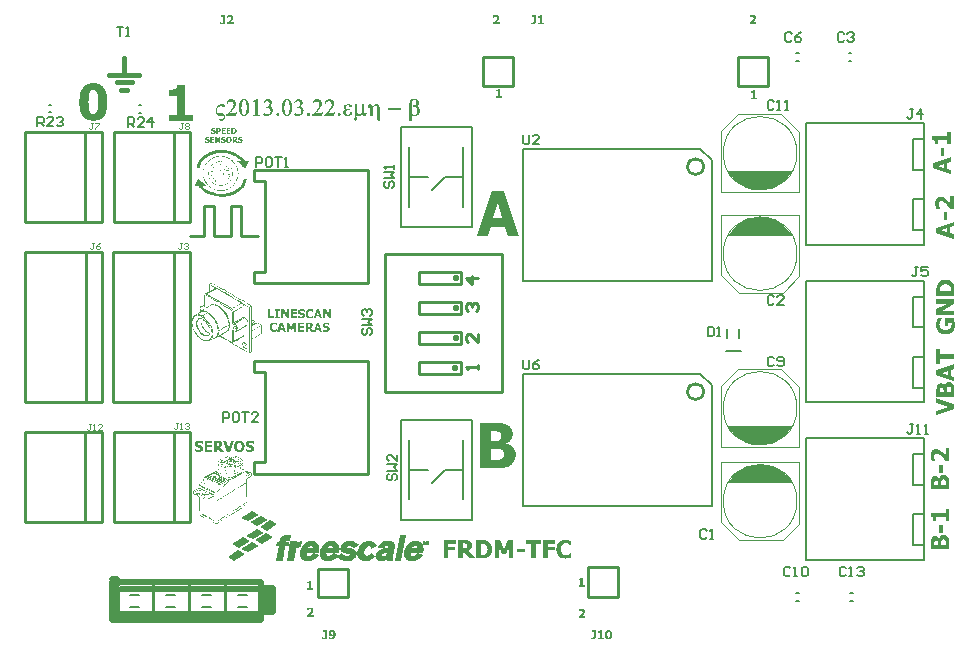
<source format=gto>
%FSLAX25Y25*%
%MOIN*%
G70*
G01*
G75*
G04 Layer_Color=65535*
%ADD10R,0.03150X0.03347*%
%ADD11R,0.02756X0.07087*%
%ADD12R,0.03937X0.03937*%
%ADD13R,0.05118X0.03347*%
%ADD14R,0.10500X0.04300*%
%ADD15R,0.03347X0.05118*%
%ADD16R,0.03150X0.11811*%
%ADD17R,0.10000X0.04400*%
%ADD18C,0.01200*%
%ADD19C,0.00600*%
%ADD20C,0.03000*%
%ADD21C,0.02500*%
%ADD22C,0.00700*%
%ADD23C,0.03200*%
%ADD24C,0.01600*%
%ADD25C,0.02800*%
%ADD26C,0.03500*%
%ADD27C,0.02000*%
%ADD28R,0.02953X0.02953*%
%ADD29R,0.06500X0.06500*%
%ADD30C,0.06500*%
%ADD31R,0.06500X0.06500*%
%ADD32C,0.12000*%
%ADD33C,0.05000*%
%ADD34C,0.04500*%
%ADD35C,0.02600*%
%ADD36C,0.02400*%
%ADD37C,0.04400*%
%ADD38C,0.03200*%
%ADD39C,0.03000*%
%ADD40R,0.13976X0.05906*%
%ADD41R,0.02362X0.03347*%
%ADD42R,0.03347X0.03150*%
%ADD43R,0.03543X0.04921*%
%ADD44R,0.08268X0.03543*%
%ADD45R,0.08268X0.12992*%
%ADD46C,0.01000*%
%ADD47C,0.00394*%
%ADD48C,0.01500*%
%ADD49C,0.00787*%
%ADD50C,0.00800*%
%ADD51C,0.00400*%
G36*
X-249420Y-41944D02*
X-250239D01*
Y-42282D01*
X-249484D01*
Y-42649D01*
X-250239D01*
Y-43133D01*
X-249420D01*
Y-43500D01*
X-250721D01*
Y-41577D01*
X-249420D01*
Y-41944D01*
D02*
G37*
G36*
X-222168Y-106500D02*
X-222921D01*
Y-104507D01*
X-223470Y-105793D01*
X-223982D01*
X-224527Y-104507D01*
Y-106500D01*
X-225238D01*
Y-103492D01*
X-224369D01*
X-223703Y-104977D01*
X-223042Y-103492D01*
X-222168D01*
Y-106500D01*
D02*
G37*
G36*
X-3000Y-71343D02*
X-4225Y-71718D01*
Y-73617D01*
X-3000Y-73992D01*
Y-75500D01*
X-9023Y-73467D01*
Y-71826D01*
X-3000Y-69786D01*
Y-71343D01*
D02*
G37*
G36*
X-5099Y-69369D02*
X-6215D01*
Y-66687D01*
X-5099D01*
Y-69369D01*
D02*
G37*
G36*
X-254754Y-55380D02*
X-254646Y-55488D01*
X-254565Y-55569D01*
X-254429Y-55678D01*
X-254294Y-55813D01*
X-254104Y-56003D01*
X-253888Y-56192D01*
X-253644Y-56436D01*
X-253346Y-56707D01*
X-252994Y-57032D01*
X-252615Y-57411D01*
X-252182Y-57817D01*
X-252209Y-57844D01*
X-253454D01*
X-253427Y-57871D01*
X-253373Y-57952D01*
X-253265Y-58088D01*
X-253130Y-58250D01*
X-252940Y-58440D01*
X-252723Y-58630D01*
X-252452Y-58873D01*
X-252155Y-59090D01*
X-252128Y-59117D01*
X-252046Y-59144D01*
X-251938Y-59225D01*
X-251748Y-59307D01*
X-251532Y-59415D01*
X-251288Y-59550D01*
X-250990Y-59686D01*
X-250665Y-59794D01*
X-250313Y-59929D01*
X-249934Y-60065D01*
X-249067Y-60308D01*
X-248147Y-60471D01*
X-247659Y-60498D01*
X-247145Y-60525D01*
X-246685D01*
X-246522Y-60498D01*
X-246278D01*
X-245980Y-60471D01*
X-245628Y-60417D01*
X-245249Y-60336D01*
X-244816Y-60254D01*
X-244383Y-60146D01*
X-243922Y-60011D01*
X-243435Y-59821D01*
X-242947Y-59632D01*
X-242433Y-59388D01*
X-241946Y-59090D01*
X-241485Y-58765D01*
X-241025Y-58386D01*
X-240971Y-58332D01*
X-240862Y-58196D01*
X-240673Y-57980D01*
X-240456Y-57709D01*
X-240239Y-57384D01*
X-240050Y-57005D01*
X-239860Y-56626D01*
X-239752Y-56247D01*
Y-56219D01*
X-239725Y-56138D01*
Y-56057D01*
X-239698Y-55922D01*
X-239671Y-55813D01*
Y-55732D01*
X-239644Y-55651D01*
X-239617Y-55624D01*
X-238804D01*
X-238669Y-55678D01*
Y-55732D01*
Y-55867D01*
X-238723Y-56084D01*
X-238777Y-56382D01*
X-238885Y-56761D01*
X-239048Y-57194D01*
X-239292Y-57655D01*
X-239590Y-58196D01*
Y-58223D01*
X-239644Y-58277D01*
X-239698Y-58332D01*
X-239806Y-58440D01*
X-240050Y-58711D01*
X-240348Y-59063D01*
X-240727Y-59415D01*
X-241160Y-59767D01*
X-241620Y-60092D01*
X-242108Y-60336D01*
X-242135D01*
X-242216Y-60390D01*
X-242325Y-60444D01*
X-242487Y-60525D01*
X-242704Y-60606D01*
X-242947Y-60715D01*
X-243218Y-60796D01*
X-243543Y-60904D01*
X-243895Y-61013D01*
X-244274Y-61121D01*
X-245087Y-61310D01*
X-246007Y-61446D01*
X-246495Y-61473D01*
X-246982Y-61500D01*
X-247172D01*
X-247389Y-61473D01*
X-247659D01*
X-248011Y-61419D01*
X-248418Y-61365D01*
X-248878Y-61283D01*
X-249365Y-61175D01*
X-249880Y-61040D01*
X-250449Y-60877D01*
X-250990Y-60688D01*
X-251586Y-60444D01*
X-252155Y-60146D01*
X-252696Y-59821D01*
X-253265Y-59415D01*
X-253779Y-58982D01*
X-253806Y-58955D01*
X-253888Y-58873D01*
X-253996Y-58738D01*
X-254132Y-58575D01*
X-254429Y-58196D01*
X-254538Y-58007D01*
X-254619Y-57844D01*
X-255458D01*
X-255702Y-57817D01*
X-256000D01*
Y-57790D01*
Y-57763D01*
X-255946Y-57682D01*
X-255919Y-57573D01*
X-255837Y-57438D01*
X-255756Y-57275D01*
X-255675Y-57086D01*
X-255486Y-56653D01*
X-255269Y-56219D01*
X-255106Y-55813D01*
X-255025Y-55651D01*
X-254944Y-55488D01*
X-254890Y-55380D01*
X-254863Y-55326D01*
X-254808D01*
X-254754Y-55380D01*
D02*
G37*
G36*
X-3000Y-65629D02*
X-3975D01*
X-3983Y-65621D01*
X-3991Y-65604D01*
X-4016Y-65571D01*
X-4050Y-65537D01*
X-4091Y-65487D01*
X-4141Y-65429D01*
X-4250Y-65296D01*
X-4374Y-65137D01*
X-4516Y-64971D01*
X-4666Y-64796D01*
X-4816Y-64621D01*
X-4824Y-64613D01*
X-4833Y-64604D01*
X-4858Y-64579D01*
X-4883Y-64546D01*
X-4958Y-64463D01*
X-5057Y-64354D01*
X-5174Y-64230D01*
X-5307Y-64096D01*
X-5441Y-63963D01*
X-5574Y-63830D01*
X-5582Y-63821D01*
X-5599Y-63813D01*
X-5616Y-63788D01*
X-5649Y-63755D01*
X-5741Y-63680D01*
X-5849Y-63580D01*
X-5982Y-63480D01*
X-6115Y-63371D01*
X-6257Y-63272D01*
X-6390Y-63188D01*
X-6407Y-63180D01*
X-6449Y-63155D01*
X-6524Y-63122D01*
X-6615Y-63088D01*
X-6724Y-63055D01*
X-6840Y-63022D01*
X-6973Y-62997D01*
X-7115Y-62988D01*
X-7182D01*
X-7265Y-63005D01*
X-7357Y-63022D01*
X-7457Y-63055D01*
X-7565Y-63097D01*
X-7673Y-63163D01*
X-7765Y-63247D01*
X-7773Y-63255D01*
X-7798Y-63288D01*
X-7840Y-63346D01*
X-7881Y-63430D01*
X-7915Y-63530D01*
X-7956Y-63646D01*
X-7981Y-63788D01*
X-7990Y-63946D01*
Y-63955D01*
Y-63988D01*
Y-64030D01*
X-7981Y-64088D01*
X-7973Y-64154D01*
X-7965Y-64221D01*
X-7931Y-64379D01*
Y-64388D01*
X-7923Y-64413D01*
X-7906Y-64454D01*
X-7890Y-64513D01*
X-7873Y-64571D01*
X-7840Y-64646D01*
X-7781Y-64796D01*
Y-64804D01*
X-7765Y-64829D01*
X-7748Y-64871D01*
X-7723Y-64921D01*
X-7665Y-65038D01*
X-7590Y-65154D01*
Y-65162D01*
X-7573Y-65179D01*
X-7540Y-65229D01*
X-7498Y-65304D01*
X-7457Y-65362D01*
Y-65479D01*
X-8764D01*
X-8773Y-65471D01*
X-8789Y-65429D01*
X-8814Y-65371D01*
X-8839Y-65287D01*
X-8881Y-65179D01*
X-8923Y-65038D01*
X-8964Y-64879D01*
X-9014Y-64688D01*
Y-64679D01*
X-9023Y-64663D01*
X-9031Y-64638D01*
X-9039Y-64596D01*
X-9048Y-64546D01*
X-9056Y-64488D01*
X-9081Y-64354D01*
X-9106Y-64196D01*
X-9131Y-64021D01*
X-9139Y-63838D01*
X-9148Y-63646D01*
Y-63638D01*
Y-63596D01*
Y-63547D01*
X-9139Y-63472D01*
X-9131Y-63380D01*
X-9122Y-63280D01*
X-9106Y-63163D01*
X-9089Y-63038D01*
X-9031Y-62780D01*
X-8989Y-62638D01*
X-8948Y-62505D01*
X-8889Y-62372D01*
X-8823Y-62247D01*
X-8748Y-62130D01*
X-8664Y-62022D01*
X-8656Y-62014D01*
X-8639Y-61997D01*
X-8614Y-61972D01*
X-8581Y-61930D01*
X-8531Y-61889D01*
X-8473Y-61847D01*
X-8398Y-61797D01*
X-8323Y-61739D01*
X-8231Y-61689D01*
X-8131Y-61639D01*
X-8015Y-61597D01*
X-7898Y-61547D01*
X-7773Y-61514D01*
X-7632Y-61489D01*
X-7481Y-61472D01*
X-7323Y-61464D01*
X-7232D01*
X-7182Y-61472D01*
X-7123Y-61481D01*
X-6990Y-61497D01*
X-6824Y-61531D01*
X-6649Y-61572D01*
X-6457Y-61639D01*
X-6265Y-61722D01*
X-6257D01*
X-6240Y-61730D01*
X-6215Y-61747D01*
X-6174Y-61772D01*
X-6132Y-61797D01*
X-6074Y-61831D01*
X-5940Y-61922D01*
X-5774Y-62039D01*
X-5591Y-62180D01*
X-5391Y-62355D01*
X-5174Y-62555D01*
X-5158Y-62572D01*
X-5116Y-62613D01*
X-5041Y-62688D01*
X-4958Y-62780D01*
X-4858Y-62888D01*
X-4749Y-63005D01*
X-4524Y-63263D01*
X-4516Y-63280D01*
X-4483Y-63322D01*
X-4433Y-63380D01*
X-4374Y-63455D01*
X-4241Y-63621D01*
X-4183Y-63696D01*
X-4133Y-63763D01*
Y-61197D01*
X-3000D01*
Y-65629D01*
D02*
G37*
G36*
X-229423Y-103434D02*
X-229373D01*
X-229319Y-103438D01*
X-229211Y-103451D01*
X-229203D01*
X-229186Y-103455D01*
X-229157Y-103459D01*
X-229120Y-103467D01*
X-229078Y-103476D01*
X-229032Y-103484D01*
X-228932Y-103509D01*
X-228928D01*
X-228916Y-103513D01*
X-228895Y-103521D01*
X-228866Y-103530D01*
X-228833Y-103542D01*
X-228795Y-103555D01*
X-228712Y-103592D01*
X-228708Y-103596D01*
X-228691Y-103601D01*
X-228670Y-103609D01*
X-228641Y-103621D01*
X-228575Y-103650D01*
X-228541Y-103667D01*
X-228512Y-103684D01*
Y-104395D01*
X-228591D01*
X-228595Y-104391D01*
X-228600Y-104387D01*
X-228612Y-104378D01*
X-228629Y-104362D01*
X-228670Y-104329D01*
X-228729Y-104283D01*
X-228733Y-104279D01*
X-228741Y-104270D01*
X-228762Y-104258D01*
X-228783Y-104241D01*
X-228812Y-104220D01*
X-228841Y-104200D01*
X-228916Y-104150D01*
X-228920Y-104145D01*
X-228932Y-104137D01*
X-228957Y-104129D01*
X-228982Y-104112D01*
X-229020Y-104095D01*
X-229057Y-104079D01*
X-229103Y-104058D01*
X-229149Y-104041D01*
X-229153Y-104037D01*
X-229170Y-104033D01*
X-229195Y-104025D01*
X-229228Y-104016D01*
X-229269Y-104008D01*
X-229311Y-104004D01*
X-229361Y-103996D01*
X-229440D01*
X-229469Y-104000D01*
X-229511Y-104004D01*
X-229556Y-104008D01*
X-229606Y-104016D01*
X-229656Y-104033D01*
X-229710Y-104050D01*
X-229715Y-104054D01*
X-229731Y-104058D01*
X-229760Y-104071D01*
X-229794Y-104091D01*
X-229831Y-104116D01*
X-229877Y-104145D01*
X-229923Y-104183D01*
X-229968Y-104229D01*
X-229973Y-104233D01*
X-229985Y-104249D01*
X-230006Y-104274D01*
X-230035Y-104308D01*
X-230064Y-104353D01*
X-230093Y-104408D01*
X-230122Y-104470D01*
X-230151Y-104541D01*
Y-104545D01*
X-230155Y-104549D01*
X-230160Y-104561D01*
X-230164Y-104574D01*
X-230172Y-104615D01*
X-230185Y-104670D01*
X-230201Y-104740D01*
X-230210Y-104819D01*
X-230218Y-104907D01*
X-230222Y-105002D01*
Y-105007D01*
Y-105015D01*
Y-105027D01*
Y-105048D01*
X-230218Y-105073D01*
Y-105102D01*
X-230214Y-105165D01*
X-230205Y-105239D01*
X-230193Y-105319D01*
X-230176Y-105398D01*
X-230151Y-105473D01*
X-230147Y-105481D01*
X-230139Y-105506D01*
X-230122Y-105539D01*
X-230097Y-105581D01*
X-230072Y-105631D01*
X-230039Y-105685D01*
X-229997Y-105735D01*
X-229956Y-105780D01*
X-229952Y-105784D01*
X-229935Y-105797D01*
X-229910Y-105818D01*
X-229877Y-105843D01*
X-229839Y-105868D01*
X-229794Y-105897D01*
X-229744Y-105922D01*
X-229694Y-105943D01*
X-229685D01*
X-229669Y-105951D01*
X-229640Y-105959D01*
X-229602Y-105967D01*
X-229561Y-105976D01*
X-229511Y-105984D01*
X-229461Y-105988D01*
X-229407Y-105992D01*
X-229382D01*
X-229353Y-105988D01*
X-229315D01*
X-229274Y-105980D01*
X-229224Y-105972D01*
X-229174Y-105963D01*
X-229124Y-105947D01*
X-229120Y-105943D01*
X-229099Y-105938D01*
X-229074Y-105926D01*
X-229045Y-105913D01*
X-229007Y-105897D01*
X-228970Y-105880D01*
X-228932Y-105855D01*
X-228895Y-105834D01*
X-228891Y-105830D01*
X-228878Y-105822D01*
X-228858Y-105809D01*
X-228833Y-105797D01*
X-228774Y-105755D01*
X-228716Y-105710D01*
X-228712Y-105705D01*
X-228704Y-105697D01*
X-228691Y-105689D01*
X-228670Y-105672D01*
X-228629Y-105635D01*
X-228583Y-105593D01*
X-228512D01*
Y-106300D01*
X-228517D01*
X-228529Y-106309D01*
X-228546Y-106317D01*
X-228566Y-106325D01*
X-228595Y-106342D01*
X-228629Y-106354D01*
X-228708Y-106392D01*
X-228712D01*
X-228725Y-106400D01*
X-228749Y-106409D01*
X-228774Y-106421D01*
X-228808Y-106433D01*
X-228845Y-106446D01*
X-228928Y-106475D01*
X-228932D01*
X-228953Y-106479D01*
X-228978Y-106488D01*
X-229016Y-106496D01*
X-229057Y-106504D01*
X-229099Y-106517D01*
X-229195Y-106533D01*
X-229199D01*
X-229215Y-106537D01*
X-229244Y-106542D01*
X-229282Y-106546D01*
X-229328Y-106550D01*
X-229386Y-106554D01*
X-229457Y-106558D01*
X-229561D01*
X-229598Y-106554D01*
X-229644Y-106550D01*
X-229702Y-106546D01*
X-229769Y-106537D01*
X-229839Y-106525D01*
X-229918Y-106508D01*
X-230006Y-106488D01*
X-230093Y-106458D01*
X-230181Y-106425D01*
X-230272Y-106388D01*
X-230359Y-106338D01*
X-230447Y-106284D01*
X-230526Y-106221D01*
X-230605Y-106151D01*
X-230609Y-106146D01*
X-230621Y-106130D01*
X-230642Y-106109D01*
X-230667Y-106076D01*
X-230696Y-106034D01*
X-230730Y-105984D01*
X-230767Y-105922D01*
X-230800Y-105855D01*
X-230838Y-105776D01*
X-230875Y-105689D01*
X-230908Y-105597D01*
X-230938Y-105493D01*
X-230963Y-105381D01*
X-230983Y-105260D01*
X-230996Y-105136D01*
X-231000Y-104998D01*
Y-104994D01*
Y-104990D01*
Y-104965D01*
X-230996Y-104928D01*
X-230992Y-104878D01*
X-230988Y-104819D01*
X-230979Y-104749D01*
X-230967Y-104670D01*
X-230950Y-104586D01*
X-230929Y-104499D01*
X-230904Y-104403D01*
X-230871Y-104312D01*
X-230834Y-104216D01*
X-230788Y-104121D01*
X-230734Y-104029D01*
X-230676Y-103942D01*
X-230605Y-103858D01*
X-230601Y-103854D01*
X-230588Y-103842D01*
X-230563Y-103817D01*
X-230530Y-103792D01*
X-230492Y-103759D01*
X-230443Y-103721D01*
X-230384Y-103684D01*
X-230322Y-103642D01*
X-230247Y-103605D01*
X-230168Y-103567D01*
X-230081Y-103530D01*
X-229985Y-103497D01*
X-229881Y-103467D01*
X-229773Y-103447D01*
X-229656Y-103434D01*
X-229532Y-103430D01*
X-229469D01*
X-229423Y-103434D01*
D02*
G37*
G36*
X-4500Y-149762D02*
X-5475D01*
X-5483Y-149754D01*
X-5491Y-149737D01*
X-5516Y-149704D01*
X-5550Y-149670D01*
X-5591Y-149620D01*
X-5641Y-149562D01*
X-5750Y-149429D01*
X-5875Y-149271D01*
X-6016Y-149104D01*
X-6166Y-148929D01*
X-6316Y-148754D01*
X-6324Y-148746D01*
X-6333Y-148737D01*
X-6358Y-148712D01*
X-6383Y-148679D01*
X-6458Y-148596D01*
X-6558Y-148487D01*
X-6674Y-148363D01*
X-6807Y-148229D01*
X-6941Y-148096D01*
X-7074Y-147963D01*
X-7082Y-147954D01*
X-7099Y-147946D01*
X-7116Y-147921D01*
X-7149Y-147888D01*
X-7241Y-147813D01*
X-7349Y-147713D01*
X-7482Y-147613D01*
X-7615Y-147505D01*
X-7757Y-147405D01*
X-7890Y-147321D01*
X-7907Y-147313D01*
X-7949Y-147288D01*
X-8024Y-147255D01*
X-8115Y-147221D01*
X-8224Y-147188D01*
X-8340Y-147155D01*
X-8473Y-147130D01*
X-8615Y-147121D01*
X-8682D01*
X-8765Y-147138D01*
X-8857Y-147155D01*
X-8957Y-147188D01*
X-9065Y-147230D01*
X-9173Y-147296D01*
X-9265Y-147380D01*
X-9273Y-147388D01*
X-9298Y-147421D01*
X-9340Y-147480D01*
X-9381Y-147563D01*
X-9415Y-147663D01*
X-9456Y-147780D01*
X-9481Y-147921D01*
X-9490Y-148079D01*
Y-148088D01*
Y-148121D01*
Y-148163D01*
X-9481Y-148221D01*
X-9473Y-148288D01*
X-9465Y-148354D01*
X-9431Y-148512D01*
Y-148521D01*
X-9423Y-148546D01*
X-9406Y-148588D01*
X-9390Y-148646D01*
X-9373Y-148704D01*
X-9340Y-148779D01*
X-9281Y-148929D01*
Y-148937D01*
X-9265Y-148962D01*
X-9248Y-149004D01*
X-9223Y-149054D01*
X-9165Y-149171D01*
X-9090Y-149287D01*
Y-149296D01*
X-9073Y-149312D01*
X-9040Y-149362D01*
X-8998Y-149437D01*
X-8957Y-149495D01*
Y-149612D01*
X-10264D01*
X-10273Y-149604D01*
X-10289Y-149562D01*
X-10314Y-149504D01*
X-10339Y-149420D01*
X-10381Y-149312D01*
X-10423Y-149171D01*
X-10464Y-149012D01*
X-10514Y-148821D01*
Y-148812D01*
X-10523Y-148796D01*
X-10531Y-148771D01*
X-10539Y-148729D01*
X-10548Y-148679D01*
X-10556Y-148621D01*
X-10581Y-148487D01*
X-10606Y-148329D01*
X-10631Y-148154D01*
X-10639Y-147971D01*
X-10648Y-147780D01*
Y-147771D01*
Y-147730D01*
Y-147679D01*
X-10639Y-147605D01*
X-10631Y-147513D01*
X-10622Y-147413D01*
X-10606Y-147296D01*
X-10589Y-147171D01*
X-10531Y-146913D01*
X-10489Y-146772D01*
X-10448Y-146638D01*
X-10389Y-146505D01*
X-10323Y-146380D01*
X-10248Y-146263D01*
X-10164Y-146155D01*
X-10156Y-146147D01*
X-10139Y-146130D01*
X-10114Y-146105D01*
X-10081Y-146063D01*
X-10031Y-146022D01*
X-9973Y-145980D01*
X-9898Y-145930D01*
X-9823Y-145872D01*
X-9731Y-145822D01*
X-9631Y-145772D01*
X-9515Y-145730D01*
X-9398Y-145680D01*
X-9273Y-145647D01*
X-9132Y-145622D01*
X-8981Y-145605D01*
X-8823Y-145597D01*
X-8732D01*
X-8682Y-145605D01*
X-8623Y-145614D01*
X-8490Y-145630D01*
X-8324Y-145664D01*
X-8149Y-145705D01*
X-7957Y-145772D01*
X-7765Y-145855D01*
X-7757D01*
X-7740Y-145864D01*
X-7715Y-145880D01*
X-7674Y-145905D01*
X-7632Y-145930D01*
X-7574Y-145964D01*
X-7440Y-146055D01*
X-7274Y-146172D01*
X-7091Y-146313D01*
X-6891Y-146488D01*
X-6674Y-146688D01*
X-6657Y-146705D01*
X-6616Y-146747D01*
X-6541Y-146821D01*
X-6458Y-146913D01*
X-6358Y-147021D01*
X-6249Y-147138D01*
X-6024Y-147396D01*
X-6016Y-147413D01*
X-5983Y-147455D01*
X-5933Y-147513D01*
X-5875Y-147588D01*
X-5741Y-147755D01*
X-5683Y-147829D01*
X-5633Y-147896D01*
Y-145331D01*
X-4500D01*
Y-149762D01*
D02*
G37*
G36*
X-242477Y-41579D02*
X-242435Y-41582D01*
X-242389Y-41585D01*
X-242341Y-41590D01*
X-242296Y-41598D01*
X-242291D01*
X-242275Y-41603D01*
X-242254Y-41609D01*
X-242224Y-41617D01*
X-242190Y-41627D01*
X-242153Y-41641D01*
X-242113Y-41659D01*
X-242075Y-41681D01*
X-242070Y-41683D01*
X-242059Y-41691D01*
X-242038Y-41707D01*
X-242017Y-41726D01*
X-241990Y-41750D01*
X-241961Y-41779D01*
X-241934Y-41811D01*
X-241911Y-41848D01*
X-241908Y-41853D01*
X-241900Y-41867D01*
X-241892Y-41888D01*
X-241879Y-41917D01*
X-241868Y-41954D01*
X-241860Y-42000D01*
X-241852Y-42050D01*
X-241849Y-42106D01*
Y-42109D01*
Y-42117D01*
Y-42127D01*
X-241852Y-42143D01*
Y-42162D01*
X-241855Y-42183D01*
X-241863Y-42234D01*
X-241873Y-42290D01*
X-241892Y-42351D01*
X-241916Y-42409D01*
X-241950Y-42465D01*
Y-42468D01*
X-241956Y-42471D01*
X-241961Y-42479D01*
X-241969Y-42489D01*
X-241990Y-42513D01*
X-242020Y-42545D01*
X-242059Y-42580D01*
X-242105Y-42614D01*
X-242158Y-42652D01*
X-242216Y-42683D01*
X-241567Y-43500D01*
X-242158D01*
X-242693Y-42795D01*
X-242863D01*
Y-43500D01*
X-243344D01*
Y-41577D01*
X-242517D01*
X-242477Y-41579D01*
D02*
G37*
G36*
X-225538Y-106500D02*
X-226316D01*
X-226503Y-105888D01*
X-227451D01*
X-227639Y-106500D01*
X-228392D01*
X-227377Y-103492D01*
X-226557D01*
X-225538Y-106500D01*
D02*
G37*
G36*
X-237360Y-142825D02*
X-237280Y-142830D01*
X-237185Y-142835D01*
X-237075Y-142850D01*
X-236960Y-142865D01*
X-236840Y-142890D01*
X-236835D01*
X-236825Y-142895D01*
X-236810D01*
X-236785Y-142900D01*
X-236760Y-142910D01*
X-236725Y-142915D01*
X-236650Y-142935D01*
X-236560Y-142960D01*
X-236460Y-142990D01*
X-236365Y-143025D01*
X-236265Y-143065D01*
Y-143890D01*
X-236350D01*
X-236360Y-143880D01*
X-236385Y-143860D01*
X-236430Y-143830D01*
X-236485Y-143790D01*
X-236555Y-143745D01*
X-236640Y-143695D01*
X-236735Y-143645D01*
X-236840Y-143600D01*
X-236845D01*
X-236855Y-143595D01*
X-236870Y-143590D01*
X-236890Y-143580D01*
X-236915Y-143570D01*
X-236950Y-143560D01*
X-237025Y-143540D01*
X-237115Y-143520D01*
X-237215Y-143500D01*
X-237320Y-143485D01*
X-237435Y-143480D01*
X-237505D01*
X-237575Y-143490D01*
X-237650Y-143500D01*
X-237655D01*
X-237665Y-143505D01*
X-237685D01*
X-237710Y-143515D01*
X-237775Y-143535D01*
X-237850Y-143565D01*
X-237855D01*
X-237865Y-143570D01*
X-237880Y-143580D01*
X-237900Y-143595D01*
X-237945Y-143630D01*
X-237995Y-143680D01*
Y-143685D01*
X-238005Y-143695D01*
X-238015Y-143710D01*
X-238025Y-143730D01*
X-238045Y-143785D01*
X-238050Y-143815D01*
X-238055Y-143850D01*
Y-143855D01*
Y-143870D01*
X-238050Y-143895D01*
X-238045Y-143930D01*
X-238030Y-143965D01*
X-238015Y-144000D01*
X-237990Y-144035D01*
X-237960Y-144070D01*
X-237955Y-144075D01*
X-237940Y-144085D01*
X-237915Y-144100D01*
X-237875Y-144120D01*
X-237825Y-144140D01*
X-237755Y-144165D01*
X-237675Y-144190D01*
X-237580Y-144215D01*
X-237570D01*
X-237550Y-144220D01*
X-237515Y-144230D01*
X-237465Y-144240D01*
X-237415Y-144250D01*
X-237355Y-144265D01*
X-237230Y-144295D01*
X-237220D01*
X-237200Y-144300D01*
X-237165Y-144310D01*
X-237120Y-144325D01*
X-237065Y-144340D01*
X-237005Y-144355D01*
X-236935Y-144375D01*
X-236865Y-144400D01*
X-236860D01*
X-236850Y-144405D01*
X-236830Y-144415D01*
X-236805Y-144425D01*
X-236770Y-144440D01*
X-236735Y-144455D01*
X-236655Y-144500D01*
X-236565Y-144550D01*
X-236470Y-144615D01*
X-236380Y-144690D01*
X-236305Y-144770D01*
X-236295Y-144780D01*
X-236290Y-144795D01*
X-236275Y-144810D01*
X-236245Y-144860D01*
X-236210Y-144930D01*
X-236180Y-145015D01*
X-236150Y-145120D01*
X-236130Y-145240D01*
X-236120Y-145375D01*
Y-145380D01*
Y-145400D01*
X-236125Y-145425D01*
Y-145465D01*
X-236135Y-145510D01*
X-236140Y-145560D01*
X-236155Y-145620D01*
X-236175Y-145685D01*
X-236195Y-145750D01*
X-236225Y-145820D01*
X-236260Y-145895D01*
X-236300Y-145965D01*
X-236350Y-146035D01*
X-236405Y-146110D01*
X-236470Y-146175D01*
X-236545Y-146240D01*
X-236550Y-146245D01*
X-236565Y-146255D01*
X-236590Y-146270D01*
X-236620Y-146290D01*
X-236665Y-146315D01*
X-236715Y-146345D01*
X-236780Y-146370D01*
X-236845Y-146400D01*
X-236925Y-146435D01*
X-237010Y-146460D01*
X-237105Y-146490D01*
X-237205Y-146515D01*
X-237315Y-146535D01*
X-237435Y-146550D01*
X-237560Y-146560D01*
X-237690Y-146565D01*
X-237760D01*
X-237795Y-146560D01*
X-237885D01*
X-237935Y-146555D01*
X-238050Y-146545D01*
X-238175Y-146530D01*
X-238300Y-146510D01*
X-238420Y-146485D01*
X-238425D01*
X-238435Y-146480D01*
X-238450Y-146475D01*
X-238475Y-146470D01*
X-238500Y-146465D01*
X-238535Y-146455D01*
X-238610Y-146430D01*
X-238700Y-146400D01*
X-238795Y-146370D01*
X-239000Y-146290D01*
Y-145425D01*
X-238920D01*
X-238915Y-145430D01*
X-238910Y-145435D01*
X-238895Y-145445D01*
X-238870Y-145465D01*
X-238845Y-145485D01*
X-238815Y-145505D01*
X-238745Y-145560D01*
X-238655Y-145615D01*
X-238555Y-145675D01*
X-238440Y-145735D01*
X-238320Y-145785D01*
X-238315D01*
X-238305Y-145790D01*
X-238285Y-145795D01*
X-238265Y-145805D01*
X-238235Y-145815D01*
X-238200Y-145825D01*
X-238115Y-145845D01*
X-238020Y-145865D01*
X-237915Y-145885D01*
X-237800Y-145900D01*
X-237685Y-145905D01*
X-237630D01*
X-237600Y-145900D01*
X-237565D01*
X-237525Y-145895D01*
X-237480Y-145890D01*
X-237475D01*
X-237460Y-145885D01*
X-237435D01*
X-237405Y-145875D01*
X-237340Y-145860D01*
X-237305Y-145850D01*
X-237275Y-145835D01*
X-237270D01*
X-237260Y-145825D01*
X-237240Y-145820D01*
X-237220Y-145805D01*
X-237165Y-145770D01*
X-237115Y-145725D01*
X-237110Y-145720D01*
X-237105Y-145710D01*
X-237095Y-145695D01*
X-237080Y-145670D01*
X-237065Y-145645D01*
X-237055Y-145610D01*
X-237050Y-145570D01*
X-237045Y-145525D01*
Y-145520D01*
Y-145500D01*
X-237050Y-145480D01*
X-237060Y-145445D01*
X-237070Y-145410D01*
X-237090Y-145375D01*
X-237120Y-145340D01*
X-237155Y-145305D01*
X-237160Y-145300D01*
X-237175Y-145290D01*
X-237195Y-145275D01*
X-237225Y-145255D01*
X-237265Y-145235D01*
X-237305Y-145215D01*
X-237355Y-145195D01*
X-237410Y-145180D01*
X-237420D01*
X-237440Y-145170D01*
X-237480Y-145165D01*
X-237530Y-145150D01*
X-237590Y-145140D01*
X-237655Y-145125D01*
X-237730Y-145105D01*
X-237805Y-145090D01*
X-237815D01*
X-237840Y-145080D01*
X-237880Y-145070D01*
X-237930Y-145060D01*
X-237990Y-145045D01*
X-238060Y-145025D01*
X-238195Y-144985D01*
X-238200D01*
X-238215Y-144980D01*
X-238235Y-144970D01*
X-238265Y-144955D01*
X-238300Y-144940D01*
X-238340Y-144925D01*
X-238430Y-144880D01*
X-238530Y-144820D01*
X-238630Y-144755D01*
X-238720Y-144675D01*
X-238765Y-144630D01*
X-238800Y-144585D01*
Y-144580D01*
X-238810Y-144575D01*
X-238815Y-144560D01*
X-238830Y-144540D01*
X-238840Y-144515D01*
X-238855Y-144485D01*
X-238890Y-144415D01*
X-238925Y-144320D01*
X-238950Y-144215D01*
X-238970Y-144095D01*
X-238980Y-143960D01*
Y-143955D01*
Y-143935D01*
X-238975Y-143910D01*
Y-143875D01*
X-238965Y-143830D01*
X-238955Y-143780D01*
X-238945Y-143725D01*
X-238925Y-143665D01*
X-238905Y-143600D01*
X-238875Y-143535D01*
X-238840Y-143465D01*
X-238800Y-143395D01*
X-238750Y-143330D01*
X-238695Y-143260D01*
X-238630Y-143195D01*
X-238555Y-143135D01*
X-238550Y-143130D01*
X-238535Y-143120D01*
X-238510Y-143105D01*
X-238480Y-143085D01*
X-238435Y-143060D01*
X-238385Y-143035D01*
X-238325Y-143005D01*
X-238260Y-142975D01*
X-238185Y-142950D01*
X-238105Y-142920D01*
X-238015Y-142895D01*
X-237920Y-142870D01*
X-237820Y-142850D01*
X-237710Y-142835D01*
X-237600Y-142825D01*
X-237480Y-142820D01*
X-237395D01*
X-237360Y-142825D01*
D02*
G37*
G36*
X-219510Y-104066D02*
X-220791D01*
Y-104595D01*
X-219610D01*
Y-105169D01*
X-220791D01*
Y-105926D01*
X-219510D01*
Y-106500D01*
X-221544D01*
Y-103492D01*
X-219510D01*
Y-104066D01*
D02*
G37*
G36*
X-6599Y-153502D02*
X-7715D01*
Y-150820D01*
X-6599D01*
Y-153502D01*
D02*
G37*
G36*
X-6183Y-154194D02*
X-6074Y-154210D01*
X-5949Y-154227D01*
X-5816Y-154260D01*
X-5683Y-154302D01*
X-5550Y-154360D01*
X-5533Y-154368D01*
X-5491Y-154393D01*
X-5433Y-154427D01*
X-5350Y-154477D01*
X-5266Y-154543D01*
X-5166Y-154627D01*
X-5075Y-154718D01*
X-4992Y-154818D01*
X-4983Y-154835D01*
X-4950Y-154877D01*
X-4900Y-154943D01*
X-4842Y-155035D01*
X-4783Y-155143D01*
X-4717Y-155268D01*
X-4658Y-155410D01*
X-4608Y-155560D01*
Y-155568D01*
X-4600Y-155576D01*
Y-155601D01*
X-4592Y-155635D01*
X-4583Y-155676D01*
X-4575Y-155718D01*
X-4558Y-155843D01*
X-4533Y-155993D01*
X-4517Y-156168D01*
X-4508Y-156368D01*
X-4500Y-156593D01*
Y-159000D01*
X-10523D01*
Y-156876D01*
Y-156868D01*
Y-156843D01*
Y-156809D01*
Y-156768D01*
Y-156709D01*
Y-156651D01*
X-10514Y-156501D01*
X-10506Y-156343D01*
X-10498Y-156176D01*
X-10481Y-156018D01*
X-10464Y-155876D01*
Y-155860D01*
X-10456Y-155818D01*
X-10439Y-155751D01*
X-10423Y-155668D01*
X-10389Y-155568D01*
X-10356Y-155460D01*
X-10314Y-155351D01*
X-10256Y-155235D01*
X-10248Y-155218D01*
X-10223Y-155185D01*
X-10189Y-155127D01*
X-10131Y-155052D01*
X-10064Y-154977D01*
X-9990Y-154893D01*
X-9889Y-154818D01*
X-9789Y-154752D01*
X-9773Y-154743D01*
X-9740Y-154727D01*
X-9681Y-154702D01*
X-9598Y-154668D01*
X-9498Y-154635D01*
X-9381Y-154610D01*
X-9256Y-154593D01*
X-9115Y-154585D01*
X-9040D01*
X-8957Y-154593D01*
X-8848Y-154610D01*
X-8732Y-154643D01*
X-8598Y-154677D01*
X-8465Y-154735D01*
X-8332Y-154810D01*
X-8315Y-154818D01*
X-8274Y-154852D01*
X-8215Y-154902D01*
X-8140Y-154968D01*
X-8057Y-155052D01*
X-7974Y-155160D01*
X-7890Y-155277D01*
X-7824Y-155418D01*
X-7790D01*
Y-155410D01*
X-7782Y-155393D01*
X-7774Y-155368D01*
X-7765Y-155326D01*
X-7749Y-155277D01*
X-7732Y-155227D01*
X-7690Y-155093D01*
X-7624Y-154952D01*
X-7540Y-154810D01*
X-7432Y-154660D01*
X-7307Y-154527D01*
X-7291Y-154510D01*
X-7241Y-154477D01*
X-7166Y-154419D01*
X-7049Y-154352D01*
X-6916Y-154294D01*
X-6749Y-154235D01*
X-6558Y-154202D01*
X-6341Y-154185D01*
X-6266D01*
X-6183Y-154194D01*
D02*
G37*
G36*
X-213466Y-106500D02*
X-214244D01*
X-214431Y-105888D01*
X-215379D01*
X-215566Y-106500D01*
X-217143D01*
X-217979Y-105398D01*
X-218245D01*
Y-106500D01*
X-218998D01*
Y-103492D01*
X-217705D01*
X-217642Y-103497D01*
X-217576Y-103501D01*
X-217505Y-103505D01*
X-217430Y-103513D01*
X-217359Y-103526D01*
X-217351D01*
X-217326Y-103534D01*
X-217293Y-103542D01*
X-217247Y-103555D01*
X-217193Y-103571D01*
X-217135Y-103592D01*
X-217072Y-103621D01*
X-217014Y-103655D01*
X-217006Y-103659D01*
X-216989Y-103671D01*
X-216956Y-103696D01*
X-216923Y-103725D01*
X-216881Y-103763D01*
X-216835Y-103808D01*
X-216794Y-103858D01*
X-216756Y-103917D01*
X-216752Y-103925D01*
X-216740Y-103946D01*
X-216727Y-103979D01*
X-216706Y-104025D01*
X-216690Y-104083D01*
X-216677Y-104154D01*
X-216665Y-104233D01*
X-216660Y-104320D01*
Y-104324D01*
Y-104337D01*
Y-104353D01*
X-216665Y-104378D01*
Y-104408D01*
X-216669Y-104441D01*
X-216681Y-104520D01*
X-216698Y-104607D01*
X-216727Y-104703D01*
X-216764Y-104794D01*
X-216819Y-104882D01*
Y-104886D01*
X-216827Y-104890D01*
X-216835Y-104903D01*
X-216848Y-104919D01*
X-216881Y-104957D01*
X-216927Y-105007D01*
X-216989Y-105061D01*
X-217060Y-105115D01*
X-217143Y-105173D01*
X-217235Y-105223D01*
X-216290Y-106412D01*
X-215304Y-103492D01*
X-214485D01*
X-213466Y-106500D01*
D02*
G37*
G36*
X-246820Y-47852D02*
X-246441Y-47906D01*
X-246007Y-48014D01*
X-245520Y-48150D01*
X-244978Y-48339D01*
X-244437Y-48583D01*
X-244410D01*
X-244356Y-48637D01*
X-244247Y-48691D01*
X-244112Y-48772D01*
X-243949Y-48881D01*
X-243760Y-49043D01*
X-243570Y-49206D01*
X-243354Y-49395D01*
X-243137Y-49612D01*
X-242893Y-49856D01*
X-242650Y-50153D01*
X-242433Y-50451D01*
X-242189Y-50803D01*
X-242000Y-51155D01*
X-241783Y-51562D01*
X-241620Y-51995D01*
Y-52022D01*
X-241593Y-52103D01*
X-241566Y-52266D01*
X-241512Y-52455D01*
X-241458Y-52699D01*
X-241431Y-52997D01*
X-241377Y-53322D01*
X-241350Y-53701D01*
Y-53728D01*
Y-53782D01*
Y-53863D01*
X-241377Y-53999D01*
Y-54134D01*
X-241404Y-54324D01*
X-241485Y-54757D01*
X-241593Y-55272D01*
X-241783Y-55813D01*
X-242054Y-56409D01*
X-242406Y-57032D01*
X-242433Y-57059D01*
X-242487Y-57140D01*
X-242595Y-57275D01*
X-242758Y-57411D01*
X-242947Y-57628D01*
X-243164Y-57817D01*
X-243435Y-58061D01*
X-243760Y-58277D01*
X-244085Y-58521D01*
X-244464Y-58765D01*
X-244870Y-58955D01*
X-245303Y-59144D01*
X-245764Y-59307D01*
X-246251Y-59442D01*
X-246766Y-59523D01*
X-247307Y-59550D01*
X-247443D01*
X-247605Y-59523D01*
X-247822Y-59496D01*
X-248093Y-59469D01*
X-248418Y-59415D01*
X-248770Y-59334D01*
X-249122Y-59198D01*
X-249528Y-59063D01*
X-249934Y-58900D01*
X-250367Y-58657D01*
X-250801Y-58413D01*
X-251207Y-58088D01*
X-251640Y-57736D01*
X-252019Y-57330D01*
X-252398Y-56842D01*
Y-56815D01*
X-252425Y-56788D01*
X-252480Y-56707D01*
X-252534Y-56599D01*
X-252669Y-56328D01*
X-252832Y-55949D01*
X-253021Y-55488D01*
X-253157Y-54974D01*
X-253265Y-54405D01*
X-253292Y-53782D01*
X-253319Y-53728D01*
Y-53701D01*
Y-53620D01*
X-253292Y-53484D01*
Y-53295D01*
X-253265Y-53078D01*
X-253211Y-52834D01*
X-253157Y-52536D01*
X-253075Y-52212D01*
X-252967Y-51887D01*
X-252832Y-51535D01*
X-252669Y-51155D01*
X-252452Y-50776D01*
X-252236Y-50397D01*
X-251965Y-50018D01*
X-251640Y-49639D01*
X-251288Y-49287D01*
X-251261Y-49260D01*
X-251153Y-49179D01*
X-250990Y-49070D01*
X-250801Y-48935D01*
X-250557Y-48772D01*
X-250286Y-48610D01*
X-249690Y-48312D01*
X-249663D01*
X-249636Y-48285D01*
X-249474Y-48231D01*
X-249230Y-48150D01*
X-248905Y-48068D01*
X-248553Y-47987D01*
X-248147Y-47906D01*
X-247741Y-47852D01*
X-247334Y-47825D01*
X-247091D01*
X-246820Y-47852D01*
D02*
G37*
G36*
X-259035Y-34201D02*
X-256553D01*
Y-36300D01*
X-264500D01*
Y-34201D01*
X-261968D01*
Y-27837D01*
X-264500D01*
Y-25871D01*
X-264300D01*
X-264150Y-25854D01*
X-263983D01*
X-263800Y-25837D01*
X-263400Y-25804D01*
X-263384D01*
X-263300Y-25787D01*
X-263200Y-25771D01*
X-263084Y-25754D01*
X-262801Y-25671D01*
X-262651Y-25621D01*
X-262517Y-25571D01*
X-262501Y-25554D01*
X-262451Y-25538D01*
X-262384Y-25488D01*
X-262301Y-25438D01*
X-262101Y-25271D01*
X-261918Y-25054D01*
X-261901Y-25038D01*
X-261884Y-24988D01*
X-261851Y-24921D01*
X-261801Y-24821D01*
X-261768Y-24705D01*
X-261734Y-24555D01*
X-261701Y-24405D01*
X-261684Y-24221D01*
X-259035D01*
Y-34201D01*
D02*
G37*
G36*
X-203861Y-176189D02*
X-203569Y-176230D01*
X-203277Y-176293D01*
X-203028Y-176376D01*
X-202528Y-176584D01*
X-202090Y-176813D01*
X-201903Y-176938D01*
X-201736Y-177043D01*
X-201590Y-177168D01*
X-201465Y-177251D01*
X-201361Y-177334D01*
X-201299Y-177397D01*
X-201257Y-177438D01*
X-201236Y-177459D01*
X-203028Y-178563D01*
X-203236Y-178355D01*
X-203465Y-178209D01*
X-203715Y-178084D01*
X-203944Y-178022D01*
X-204152Y-177980D01*
X-204340Y-177938D01*
X-204486D01*
X-204673Y-177959D01*
X-204819Y-177980D01*
X-204923Y-178022D01*
X-205006Y-178063D01*
X-205069Y-178126D01*
X-205090Y-178167D01*
X-205111Y-178188D01*
Y-178209D01*
Y-178272D01*
Y-178334D01*
X-205027Y-178501D01*
X-204923Y-178626D01*
X-204944Y-178584D01*
X-204923Y-178563D01*
X-204861Y-178542D01*
X-204673D01*
X-204423Y-178563D01*
X-204152Y-178605D01*
X-203902Y-178667D01*
X-203798D01*
X-203715Y-178688D01*
X-203673Y-178709D01*
X-203652D01*
X-203361Y-178792D01*
X-203090Y-178876D01*
X-202882Y-178959D01*
X-202715Y-179042D01*
X-202590Y-179126D01*
X-202486Y-179188D01*
X-202444Y-179230D01*
X-202424Y-179251D01*
X-202236Y-179459D01*
X-202111Y-179688D01*
X-202028Y-179917D01*
X-201986Y-180125D01*
Y-180334D01*
Y-180500D01*
X-202007Y-180605D01*
Y-180625D01*
Y-180646D01*
X-202132Y-181084D01*
X-202298Y-181459D01*
X-202528Y-181771D01*
X-202757Y-182042D01*
X-202965Y-182229D01*
X-203152Y-182375D01*
X-203277Y-182479D01*
X-203298Y-182500D01*
X-203319D01*
X-203652Y-182667D01*
X-204007Y-182792D01*
X-204361Y-182875D01*
X-204673Y-182938D01*
X-204965Y-182979D01*
X-205173Y-183000D01*
X-205381D01*
X-205735Y-182979D01*
X-206069Y-182938D01*
X-206381Y-182854D01*
X-206673Y-182750D01*
X-206944Y-182625D01*
X-207194Y-182500D01*
X-207423Y-182354D01*
X-207631Y-182188D01*
X-207818Y-182042D01*
X-207964Y-181896D01*
X-208110Y-181771D01*
X-208214Y-181646D01*
X-208297Y-181542D01*
X-208381Y-181459D01*
X-208401Y-181419D01*
X-208631Y-181667D01*
X-208922Y-181938D01*
X-209214Y-182167D01*
X-209506Y-182354D01*
X-209797Y-182521D01*
X-210068Y-182646D01*
X-210339Y-182750D01*
X-210610Y-182833D01*
X-210839Y-182896D01*
X-211047Y-182938D01*
X-211235Y-182958D01*
X-211380Y-182979D01*
X-211485Y-183000D01*
X-211589D01*
X-211859Y-182979D01*
X-212109Y-182958D01*
X-212568Y-182854D01*
X-212943Y-182688D01*
X-213255Y-182521D01*
X-213484Y-182354D01*
X-213672Y-182188D01*
X-213755Y-182083D01*
X-213797Y-182042D01*
X-213901Y-181875D01*
X-214005Y-181688D01*
X-214151Y-181292D01*
X-214213Y-180917D01*
X-214255Y-180542D01*
Y-180230D01*
Y-180084D01*
X-214234Y-179959D01*
Y-179876D01*
X-214213Y-179792D01*
Y-179751D01*
Y-179730D01*
X-214130Y-179417D01*
X-214047Y-179126D01*
X-213818Y-178605D01*
X-213547Y-178147D01*
X-213255Y-177751D01*
X-212984Y-177459D01*
X-212859Y-177334D01*
X-212755Y-177230D01*
X-212672Y-177147D01*
X-212609Y-177084D01*
X-212568Y-177063D01*
X-212547Y-177043D01*
X-212255Y-176751D01*
X-211901Y-176543D01*
X-211547Y-176376D01*
X-211193Y-176272D01*
X-210860Y-176209D01*
X-210714Y-176189D01*
X-210610D01*
X-210506Y-176168D01*
X-210360D01*
X-210047Y-176189D01*
X-209776Y-176230D01*
X-209506Y-176314D01*
X-209277Y-176397D01*
X-209047Y-176501D01*
X-208860Y-176626D01*
X-208693Y-176772D01*
X-208547Y-176897D01*
X-208297Y-177188D01*
X-208131Y-177418D01*
X-208068Y-177501D01*
X-208027Y-177584D01*
X-208006Y-177626D01*
Y-177647D01*
X-207923Y-177793D01*
X-207860Y-177959D01*
X-207777Y-178355D01*
X-207756Y-178771D01*
Y-179188D01*
X-207798Y-179584D01*
X-207818Y-179751D01*
X-207839Y-179896D01*
X-207860Y-180021D01*
Y-180105D01*
X-207881Y-180167D01*
Y-180188D01*
X-212026D01*
X-212047Y-180375D01*
Y-180521D01*
X-212005Y-180667D01*
X-211964Y-180771D01*
X-211901Y-180875D01*
X-211859Y-180938D01*
X-211839Y-180980D01*
X-211818Y-181000D01*
X-211735Y-181084D01*
X-211630Y-181125D01*
X-211443Y-181209D01*
X-211360D01*
X-211276Y-181229D01*
X-211214D01*
X-211089Y-181209D01*
X-210964Y-181188D01*
X-210714Y-181063D01*
X-210443Y-180896D01*
X-210193Y-180709D01*
X-209964Y-180521D01*
X-209797Y-180375D01*
X-209672Y-180250D01*
X-209651Y-180230D01*
X-209631Y-180209D01*
X-208089Y-181021D01*
X-208335Y-181342D01*
X-206756Y-180375D01*
X-206465Y-180667D01*
X-206152Y-180875D01*
X-205881Y-181021D01*
X-205631Y-181125D01*
X-205402Y-181188D01*
X-205236Y-181209D01*
X-205131Y-181229D01*
X-205090D01*
X-204840Y-181209D01*
X-204631Y-181167D01*
X-204486Y-181084D01*
X-204381Y-181000D01*
X-204298Y-180917D01*
X-204257Y-180834D01*
X-204236Y-180792D01*
Y-180771D01*
Y-180750D01*
X-204257Y-180729D01*
X-204298Y-180709D01*
X-204361Y-180688D01*
X-204465Y-180667D01*
X-204506Y-180646D01*
X-204527D01*
X-204715Y-180605D01*
X-204902Y-180542D01*
X-204986Y-180521D01*
X-205048D01*
X-205090Y-180500D01*
X-205111D01*
X-205277Y-180459D01*
X-205402Y-180438D01*
X-205506Y-180417D01*
X-205590Y-180396D01*
X-205631D01*
X-205673Y-180375D01*
X-205694D01*
X-205985Y-180292D01*
X-206256Y-180209D01*
X-206485Y-180105D01*
X-206673Y-180000D01*
X-206839Y-179917D01*
X-206944Y-179834D01*
X-207006Y-179792D01*
X-207027Y-179771D01*
X-207173Y-179584D01*
X-207277Y-179396D01*
X-207339Y-179167D01*
X-207381Y-178938D01*
Y-178751D01*
Y-178584D01*
X-207360Y-178480D01*
Y-178438D01*
X-207256Y-178042D01*
X-207069Y-177688D01*
X-206881Y-177397D01*
X-206652Y-177147D01*
X-206444Y-176959D01*
X-206277Y-176813D01*
X-206152Y-176730D01*
X-206131Y-176709D01*
X-206110D01*
X-205777Y-176522D01*
X-205444Y-176397D01*
X-205131Y-176293D01*
X-204819Y-176230D01*
X-204548Y-176189D01*
X-204340Y-176168D01*
X-204152D01*
X-203861Y-176189D01*
D02*
G37*
G36*
X-4000Y-43946D02*
X-5050D01*
Y-42680D01*
X-8232D01*
Y-43946D01*
X-9215D01*
Y-43929D01*
Y-43896D01*
Y-43846D01*
X-9223Y-43771D01*
Y-43687D01*
X-9231Y-43596D01*
X-9248Y-43396D01*
Y-43388D01*
X-9256Y-43346D01*
X-9265Y-43296D01*
X-9273Y-43238D01*
X-9314Y-43096D01*
X-9340Y-43021D01*
X-9364Y-42954D01*
X-9373Y-42946D01*
X-9381Y-42921D01*
X-9406Y-42888D01*
X-9431Y-42846D01*
X-9515Y-42746D01*
X-9623Y-42654D01*
X-9631Y-42646D01*
X-9656Y-42638D01*
X-9689Y-42621D01*
X-9739Y-42596D01*
X-9798Y-42580D01*
X-9873Y-42563D01*
X-9948Y-42546D01*
X-10039Y-42538D01*
Y-41214D01*
X-5050D01*
Y-39972D01*
X-4000D01*
Y-43946D01*
D02*
G37*
G36*
X-187051Y-182854D02*
X-189259D01*
X-187655Y-174293D01*
X-185426D01*
X-187051Y-182854D01*
D02*
G37*
G36*
X-239126Y-180605D02*
X-242709Y-182854D01*
X-245021Y-181563D01*
X-241438Y-179292D01*
X-239126Y-180605D01*
D02*
G37*
G36*
X-225066Y-174210D02*
X-224878D01*
X-224649Y-174251D01*
X-224420Y-174293D01*
X-224191Y-174335D01*
X-223962Y-174418D01*
X-224274Y-176105D01*
X-225024D01*
X-225086Y-176126D01*
X-225170Y-176147D01*
X-225337Y-176230D01*
X-225399Y-176293D01*
X-225441Y-176397D01*
X-225482Y-176439D01*
X-224399D01*
X-224670Y-178022D01*
X-225753D01*
X-226690Y-182854D01*
X-228898D01*
X-227982Y-178022D01*
X-228898D01*
X-228648Y-176439D01*
X-227711D01*
X-227628Y-175980D01*
Y-175960D01*
X-227607Y-175897D01*
X-227586Y-175814D01*
X-227544Y-175709D01*
X-227482Y-175564D01*
X-227419Y-175418D01*
X-227336Y-175251D01*
X-227211Y-175085D01*
X-227086Y-174918D01*
X-226920Y-174751D01*
X-226732Y-174606D01*
X-226524Y-174460D01*
X-226295Y-174355D01*
X-226003Y-174272D01*
X-225711Y-174210D01*
X-225357Y-174189D01*
X-225212D01*
X-225066Y-174210D01*
D02*
G37*
G36*
X-191321Y-176189D02*
X-191030Y-176209D01*
X-190696Y-176272D01*
X-190363Y-176334D01*
X-190050Y-176439D01*
X-189780Y-176584D01*
X-189738Y-176605D01*
X-189655Y-176689D01*
X-189550Y-176813D01*
X-189426Y-176980D01*
X-189301Y-177230D01*
X-189217Y-177522D01*
X-189196Y-177876D01*
Y-178063D01*
X-189238Y-178292D01*
X-189842Y-181459D01*
Y-181500D01*
X-189863Y-181584D01*
X-189884Y-181729D01*
X-189905Y-181917D01*
X-189926Y-182125D01*
Y-182354D01*
Y-182604D01*
X-189905Y-182854D01*
X-192008D01*
Y-182833D01*
Y-182771D01*
X-192029Y-182688D01*
Y-182563D01*
X-192034Y-182516D01*
X-192196Y-182604D01*
X-192488Y-182750D01*
X-192842Y-182875D01*
X-193279Y-182958D01*
X-193779Y-183000D01*
X-193946D01*
X-194112Y-182979D01*
X-194321Y-182938D01*
X-194550Y-182896D01*
X-194779Y-182812D01*
X-194966Y-182688D01*
X-195133Y-182542D01*
X-195154Y-182521D01*
X-195237Y-182417D01*
X-195362Y-182292D01*
X-195466Y-182104D01*
X-195591Y-181875D01*
X-195675Y-181584D01*
X-195716Y-181271D01*
Y-181105D01*
X-195695Y-180938D01*
Y-180917D01*
X-195675Y-180896D01*
Y-180834D01*
X-195654Y-180750D01*
X-195570Y-180542D01*
X-195466Y-180313D01*
X-195320Y-180042D01*
X-195133Y-179771D01*
X-194883Y-179542D01*
X-194571Y-179334D01*
X-194550D01*
X-194529Y-179313D01*
X-194466Y-179271D01*
X-194404Y-179230D01*
X-194300Y-179188D01*
X-194175Y-179126D01*
X-193883Y-179001D01*
X-193508Y-178855D01*
X-193050Y-178730D01*
X-192529Y-178605D01*
X-191946Y-178501D01*
X-191467Y-178438D01*
X-191384Y-178063D01*
Y-178042D01*
Y-178001D01*
Y-177959D01*
X-191404Y-177897D01*
X-191446Y-177834D01*
X-191550Y-177772D01*
X-191675Y-177751D01*
X-191863Y-177730D01*
X-191884D01*
X-191967Y-177751D01*
X-192071Y-177772D01*
X-192217Y-177834D01*
X-192363Y-177938D01*
X-192529Y-178084D01*
X-192654Y-178292D01*
X-192779Y-178563D01*
X-194904D01*
Y-178542D01*
X-194883Y-178459D01*
X-194841Y-178334D01*
X-194779Y-178188D01*
X-194716Y-178001D01*
X-194612Y-177813D01*
X-194487Y-177584D01*
X-194341Y-177355D01*
X-194154Y-177147D01*
X-193925Y-176918D01*
X-193675Y-176730D01*
X-193383Y-176543D01*
X-193071Y-176397D01*
X-192696Y-176272D01*
X-192258Y-176189D01*
X-191800Y-176168D01*
X-191571D01*
X-191321Y-176189D01*
D02*
G37*
G36*
X-234543Y-177834D02*
X-238105Y-180084D01*
X-240417Y-178792D01*
X-236835Y-176522D01*
X-234543Y-177834D01*
D02*
G37*
G36*
X-237605Y-176230D02*
X-241188Y-178480D01*
X-243479Y-177188D01*
X-239917Y-174918D01*
X-237605Y-176230D01*
D02*
G37*
G36*
X-179261Y-177501D02*
X-179740D01*
Y-176751D01*
X-179990D01*
Y-176168D01*
X-179261D01*
Y-177501D01*
D02*
G37*
G36*
X-229940Y-175064D02*
X-233523Y-177334D01*
X-235814Y-176043D01*
X-232231Y-173751D01*
X-229940Y-175064D01*
D02*
G37*
G36*
X-4000Y-49843D02*
X-5224Y-50218D01*
Y-52117D01*
X-4000Y-52492D01*
Y-54000D01*
X-10023Y-51968D01*
Y-50327D01*
X-4000Y-48286D01*
Y-49843D01*
D02*
G37*
G36*
X-197487Y-176189D02*
X-197153Y-176251D01*
X-196841Y-176334D01*
X-196570Y-176439D01*
X-196341Y-176564D01*
X-196112Y-176730D01*
X-195924Y-176876D01*
X-195758Y-177043D01*
X-195612Y-177209D01*
X-195508Y-177355D01*
X-195404Y-177501D01*
X-195320Y-177647D01*
X-195258Y-177751D01*
X-195216Y-177834D01*
X-195195Y-177897D01*
Y-177918D01*
X-197070Y-178917D01*
X-197133Y-178709D01*
X-197195Y-178542D01*
X-197278Y-178417D01*
X-197362Y-178292D01*
X-197424Y-178230D01*
X-197487Y-178167D01*
X-197508Y-178126D01*
X-197528D01*
X-197653Y-178063D01*
X-197758Y-178042D01*
X-197841Y-178022D01*
X-197882D01*
X-198091Y-178042D01*
X-198278Y-178084D01*
X-198466Y-178167D01*
X-198612Y-178292D01*
X-198882Y-178563D01*
X-199070Y-178855D01*
X-199216Y-179167D01*
X-199320Y-179438D01*
X-199341Y-179542D01*
X-199362Y-179625D01*
X-199382Y-179688D01*
Y-179709D01*
X-199424Y-179938D01*
Y-180146D01*
Y-180334D01*
X-199403Y-180480D01*
X-199382Y-180605D01*
X-199341Y-180688D01*
X-199320Y-180750D01*
Y-180771D01*
X-199237Y-180896D01*
X-199111Y-181000D01*
X-198986Y-181063D01*
X-198882Y-181125D01*
X-198757Y-181146D01*
X-198674Y-181167D01*
X-198591D01*
X-198320Y-181125D01*
X-198070Y-181042D01*
X-197862Y-180896D01*
X-197653Y-180729D01*
X-197508Y-180584D01*
X-197383Y-180438D01*
X-197299Y-180355D01*
X-197278Y-180313D01*
X-195779Y-181105D01*
X-196029Y-181438D01*
X-196300Y-181729D01*
X-196570Y-181979D01*
X-196841Y-182209D01*
X-197112Y-182375D01*
X-197383Y-182542D01*
X-197653Y-182667D01*
X-197882Y-182771D01*
X-198133Y-182833D01*
X-198341Y-182896D01*
X-198528Y-182938D01*
X-198695Y-182979D01*
X-198820D01*
X-198924Y-183000D01*
X-199007D01*
X-199278Y-182979D01*
X-199549Y-182958D01*
X-200007Y-182854D01*
X-200382Y-182708D01*
X-200695Y-182542D01*
X-200945Y-182375D01*
X-201111Y-182229D01*
X-201215Y-182125D01*
X-201257Y-182083D01*
X-201382Y-181896D01*
X-201486Y-181709D01*
X-201570Y-181500D01*
X-201632Y-181271D01*
X-201715Y-180834D01*
X-201736Y-180417D01*
Y-180042D01*
Y-179876D01*
X-201715Y-179730D01*
X-201694Y-179625D01*
Y-179542D01*
X-201674Y-179480D01*
Y-179459D01*
X-201611Y-179188D01*
X-201528Y-178938D01*
X-201299Y-178459D01*
X-201049Y-178042D01*
X-200778Y-177688D01*
X-200507Y-177397D01*
X-200278Y-177188D01*
X-200195Y-177105D01*
X-200132Y-177043D01*
X-200091Y-177022D01*
X-200070Y-177001D01*
X-199736Y-176730D01*
X-199362Y-176522D01*
X-199007Y-176376D01*
X-198632Y-176272D01*
X-198320Y-176209D01*
X-198195Y-176189D01*
X-198070D01*
X-197966Y-176168D01*
X-197841D01*
X-197487Y-176189D01*
D02*
G37*
G36*
X-6099Y-47869D02*
X-7215D01*
Y-45187D01*
X-6099D01*
Y-47869D01*
D02*
G37*
G36*
X-244520Y-41540D02*
X-244491Y-41542D01*
X-244454Y-41545D01*
X-244411Y-41550D01*
X-244366Y-41558D01*
X-244315Y-41572D01*
X-244262Y-41585D01*
X-244206Y-41603D01*
X-244150Y-41625D01*
X-244092Y-41651D01*
X-244036Y-41681D01*
X-243983Y-41718D01*
X-243930Y-41758D01*
X-243882Y-41806D01*
X-243879Y-41808D01*
X-243871Y-41819D01*
X-243858Y-41832D01*
X-243842Y-41853D01*
X-243823Y-41883D01*
X-243802Y-41915D01*
X-243780Y-41954D01*
X-243757Y-41997D01*
X-243733Y-42048D01*
X-243711Y-42103D01*
X-243690Y-42162D01*
X-243671Y-42228D01*
X-243655Y-42300D01*
X-243642Y-42375D01*
X-243634Y-42455D01*
X-243632Y-42540D01*
Y-42545D01*
Y-42561D01*
X-243634Y-42585D01*
Y-42617D01*
X-243639Y-42657D01*
X-243645Y-42702D01*
X-243653Y-42753D01*
X-243664Y-42806D01*
X-243677Y-42864D01*
X-243693Y-42923D01*
X-243714Y-42984D01*
X-243738Y-43045D01*
X-243765Y-43106D01*
X-243799Y-43165D01*
X-243836Y-43221D01*
X-243882Y-43274D01*
X-243884Y-43277D01*
X-243892Y-43284D01*
X-243908Y-43298D01*
X-243927Y-43317D01*
X-243953Y-43335D01*
X-243983Y-43359D01*
X-244017Y-43383D01*
X-244060Y-43407D01*
X-244105Y-43431D01*
X-244156Y-43455D01*
X-244211Y-43479D01*
X-244273Y-43497D01*
X-244339Y-43516D01*
X-244408Y-43529D01*
X-244483Y-43537D01*
X-244563Y-43540D01*
X-244581D01*
X-244605Y-43537D01*
X-244634Y-43535D01*
X-244672Y-43532D01*
X-244711Y-43527D01*
X-244759Y-43519D01*
X-244810Y-43505D01*
X-244863Y-43492D01*
X-244919Y-43473D01*
X-244975Y-43452D01*
X-245033Y-43426D01*
X-245089Y-43396D01*
X-245142Y-43359D01*
X-245196Y-43319D01*
X-245244Y-43271D01*
X-245246Y-43269D01*
X-245254Y-43258D01*
X-245268Y-43242D01*
X-245281Y-43221D01*
X-245302Y-43194D01*
X-245321Y-43162D01*
X-245345Y-43122D01*
X-245366Y-43077D01*
X-245390Y-43029D01*
X-245414Y-42973D01*
X-245432Y-42912D01*
X-245451Y-42848D01*
X-245467Y-42779D01*
X-245480Y-42702D01*
X-245488Y-42625D01*
X-245491Y-42540D01*
Y-42537D01*
Y-42534D01*
Y-42518D01*
X-245488Y-42494D01*
Y-42463D01*
X-245483Y-42425D01*
X-245478Y-42380D01*
X-245470Y-42330D01*
X-245459Y-42274D01*
X-245446Y-42218D01*
X-245430Y-42157D01*
X-245411Y-42098D01*
X-245387Y-42037D01*
X-245358Y-41976D01*
X-245326Y-41917D01*
X-245286Y-41861D01*
X-245244Y-41808D01*
X-245241Y-41806D01*
X-245233Y-41798D01*
X-245217Y-41784D01*
X-245198Y-41766D01*
X-245172Y-41744D01*
X-245142Y-41723D01*
X-245105Y-41697D01*
X-245065Y-41673D01*
X-245020Y-41646D01*
X-244970Y-41622D01*
X-244914Y-41601D01*
X-244852Y-41579D01*
X-244786Y-41561D01*
X-244717Y-41548D01*
X-244642Y-41540D01*
X-244563Y-41537D01*
X-244544D01*
X-244520Y-41540D01*
D02*
G37*
G36*
X-228398Y-170689D02*
X-231981Y-172960D01*
X-234293Y-171669D01*
X-230711Y-169377D01*
X-228398Y-170689D01*
D02*
G37*
G36*
X-233002Y-173460D02*
X-236585Y-175709D01*
X-238897Y-174439D01*
X-235314Y-172148D01*
X-233002Y-173460D01*
D02*
G37*
G36*
X-251627Y-41545D02*
X-251585Y-41548D01*
X-251534Y-41550D01*
X-251476Y-41558D01*
X-251415Y-41566D01*
X-251351Y-41579D01*
X-251348D01*
X-251343Y-41582D01*
X-251335D01*
X-251322Y-41585D01*
X-251308Y-41590D01*
X-251290Y-41593D01*
X-251250Y-41603D01*
X-251202Y-41617D01*
X-251149Y-41633D01*
X-251098Y-41651D01*
X-251045Y-41673D01*
Y-42112D01*
X-251090D01*
X-251096Y-42106D01*
X-251109Y-42096D01*
X-251133Y-42080D01*
X-251162Y-42058D01*
X-251199Y-42034D01*
X-251244Y-42008D01*
X-251295Y-41981D01*
X-251351Y-41957D01*
X-251354D01*
X-251359Y-41954D01*
X-251367Y-41952D01*
X-251378Y-41947D01*
X-251391Y-41941D01*
X-251409Y-41936D01*
X-251449Y-41925D01*
X-251497Y-41915D01*
X-251550Y-41904D01*
X-251606Y-41896D01*
X-251667Y-41893D01*
X-251705D01*
X-251742Y-41899D01*
X-251782Y-41904D01*
X-251784D01*
X-251790Y-41907D01*
X-251800D01*
X-251814Y-41912D01*
X-251848Y-41923D01*
X-251888Y-41939D01*
X-251891D01*
X-251896Y-41941D01*
X-251904Y-41947D01*
X-251915Y-41954D01*
X-251939Y-41973D01*
X-251965Y-42000D01*
Y-42002D01*
X-251971Y-42008D01*
X-251976Y-42016D01*
X-251981Y-42026D01*
X-251992Y-42056D01*
X-251995Y-42072D01*
X-251997Y-42090D01*
Y-42093D01*
Y-42101D01*
X-251995Y-42114D01*
X-251992Y-42133D01*
X-251984Y-42151D01*
X-251976Y-42170D01*
X-251963Y-42189D01*
X-251947Y-42207D01*
X-251944Y-42210D01*
X-251936Y-42215D01*
X-251923Y-42223D01*
X-251902Y-42234D01*
X-251875Y-42244D01*
X-251838Y-42258D01*
X-251795Y-42271D01*
X-251745Y-42284D01*
X-251739D01*
X-251729Y-42287D01*
X-251710Y-42292D01*
X-251683Y-42298D01*
X-251657Y-42303D01*
X-251625Y-42311D01*
X-251558Y-42327D01*
X-251553D01*
X-251542Y-42330D01*
X-251524Y-42335D01*
X-251500Y-42343D01*
X-251471Y-42351D01*
X-251439Y-42359D01*
X-251401Y-42369D01*
X-251364Y-42383D01*
X-251361D01*
X-251356Y-42386D01*
X-251346Y-42391D01*
X-251332Y-42396D01*
X-251314Y-42404D01*
X-251295Y-42412D01*
X-251253Y-42436D01*
X-251205Y-42463D01*
X-251154Y-42497D01*
X-251106Y-42537D01*
X-251066Y-42580D01*
X-251061Y-42585D01*
X-251058Y-42593D01*
X-251050Y-42601D01*
X-251034Y-42628D01*
X-251016Y-42665D01*
X-251000Y-42710D01*
X-250984Y-42766D01*
X-250973Y-42830D01*
X-250968Y-42902D01*
Y-42904D01*
Y-42915D01*
X-250971Y-42928D01*
Y-42949D01*
X-250976Y-42973D01*
X-250978Y-43000D01*
X-250987Y-43032D01*
X-250997Y-43066D01*
X-251008Y-43101D01*
X-251024Y-43138D01*
X-251042Y-43178D01*
X-251064Y-43215D01*
X-251090Y-43253D01*
X-251119Y-43292D01*
X-251154Y-43327D01*
X-251194Y-43362D01*
X-251197Y-43364D01*
X-251205Y-43370D01*
X-251218Y-43378D01*
X-251234Y-43388D01*
X-251258Y-43402D01*
X-251284Y-43418D01*
X-251319Y-43431D01*
X-251354Y-43447D01*
X-251396Y-43465D01*
X-251441Y-43479D01*
X-251492Y-43495D01*
X-251545Y-43508D01*
X-251604Y-43519D01*
X-251667Y-43527D01*
X-251734Y-43532D01*
X-251803Y-43535D01*
X-251840D01*
X-251859Y-43532D01*
X-251907D01*
X-251933Y-43529D01*
X-251995Y-43524D01*
X-252061Y-43516D01*
X-252128Y-43505D01*
X-252191Y-43492D01*
X-252194D01*
X-252199Y-43489D01*
X-252207Y-43487D01*
X-252221Y-43484D01*
X-252234Y-43481D01*
X-252253Y-43476D01*
X-252292Y-43463D01*
X-252340Y-43447D01*
X-252391Y-43431D01*
X-252500Y-43388D01*
Y-42928D01*
X-252457D01*
X-252455Y-42931D01*
X-252452Y-42933D01*
X-252444Y-42939D01*
X-252431Y-42949D01*
X-252417Y-42960D01*
X-252402Y-42971D01*
X-252364Y-43000D01*
X-252316Y-43029D01*
X-252263Y-43061D01*
X-252202Y-43093D01*
X-252138Y-43120D01*
X-252136D01*
X-252130Y-43122D01*
X-252120Y-43125D01*
X-252109Y-43130D01*
X-252093Y-43136D01*
X-252074Y-43141D01*
X-252029Y-43152D01*
X-251979Y-43162D01*
X-251923Y-43173D01*
X-251862Y-43181D01*
X-251800Y-43183D01*
X-251771D01*
X-251755Y-43181D01*
X-251737D01*
X-251715Y-43178D01*
X-251691Y-43176D01*
X-251689D01*
X-251681Y-43173D01*
X-251667D01*
X-251652Y-43167D01*
X-251617Y-43159D01*
X-251598Y-43154D01*
X-251582Y-43146D01*
X-251580D01*
X-251574Y-43141D01*
X-251564Y-43138D01*
X-251553Y-43130D01*
X-251524Y-43112D01*
X-251497Y-43088D01*
X-251495Y-43085D01*
X-251492Y-43080D01*
X-251486Y-43072D01*
X-251479Y-43058D01*
X-251471Y-43045D01*
X-251465Y-43027D01*
X-251463Y-43005D01*
X-251460Y-42981D01*
Y-42979D01*
Y-42968D01*
X-251463Y-42957D01*
X-251468Y-42939D01*
X-251473Y-42920D01*
X-251484Y-42902D01*
X-251500Y-42883D01*
X-251519Y-42864D01*
X-251521Y-42862D01*
X-251529Y-42856D01*
X-251540Y-42848D01*
X-251556Y-42838D01*
X-251577Y-42827D01*
X-251598Y-42816D01*
X-251625Y-42806D01*
X-251654Y-42798D01*
X-251659D01*
X-251670Y-42792D01*
X-251691Y-42790D01*
X-251718Y-42782D01*
X-251750Y-42777D01*
X-251784Y-42768D01*
X-251824Y-42758D01*
X-251864Y-42750D01*
X-251870D01*
X-251883Y-42745D01*
X-251904Y-42739D01*
X-251931Y-42734D01*
X-251963Y-42726D01*
X-252000Y-42715D01*
X-252072Y-42694D01*
X-252074D01*
X-252082Y-42691D01*
X-252093Y-42686D01*
X-252109Y-42678D01*
X-252128Y-42670D01*
X-252149Y-42662D01*
X-252197Y-42638D01*
X-252250Y-42606D01*
X-252303Y-42572D01*
X-252351Y-42529D01*
X-252375Y-42505D01*
X-252394Y-42481D01*
Y-42479D01*
X-252399Y-42476D01*
X-252402Y-42468D01*
X-252410Y-42457D01*
X-252415Y-42444D01*
X-252423Y-42428D01*
X-252442Y-42391D01*
X-252460Y-42340D01*
X-252473Y-42284D01*
X-252484Y-42221D01*
X-252489Y-42149D01*
Y-42146D01*
Y-42135D01*
X-252487Y-42122D01*
Y-42103D01*
X-252481Y-42080D01*
X-252476Y-42053D01*
X-252471Y-42024D01*
X-252460Y-41992D01*
X-252449Y-41957D01*
X-252433Y-41923D01*
X-252415Y-41885D01*
X-252394Y-41848D01*
X-252367Y-41814D01*
X-252338Y-41776D01*
X-252303Y-41742D01*
X-252263Y-41710D01*
X-252261Y-41707D01*
X-252253Y-41702D01*
X-252239Y-41694D01*
X-252223Y-41683D01*
X-252199Y-41670D01*
X-252173Y-41657D01*
X-252141Y-41641D01*
X-252106Y-41625D01*
X-252066Y-41611D01*
X-252024Y-41595D01*
X-251976Y-41582D01*
X-251925Y-41569D01*
X-251872Y-41558D01*
X-251814Y-41550D01*
X-251755Y-41545D01*
X-251691Y-41542D01*
X-251646D01*
X-251627Y-41545D01*
D02*
G37*
G36*
X-231481Y-169106D02*
X-235064Y-171356D01*
X-237376Y-170065D01*
X-233793Y-167794D01*
X-231481Y-169106D01*
D02*
G37*
G36*
X-2700Y-130752D02*
Y-132334D01*
X-8723Y-134400D01*
Y-132834D01*
X-4624Y-131518D01*
X-8723Y-130202D01*
Y-128677D01*
X-2700Y-130752D01*
D02*
G37*
G36*
X-234564Y-167502D02*
X-238126Y-169752D01*
X-240438Y-168461D01*
X-236856Y-166190D01*
X-234564Y-167502D01*
D02*
G37*
G36*
X-250126Y-90212D02*
X-250001Y-90254D01*
X-249834Y-90337D01*
X-249626Y-90462D01*
X-249335Y-90629D01*
X-248918Y-90837D01*
X-248460Y-91129D01*
X-247835Y-91462D01*
X-247127Y-91837D01*
X-246252Y-92337D01*
X-245252Y-92920D01*
X-244710Y-93253D01*
X-244127Y-93586D01*
X-243460Y-93962D01*
X-242794Y-94378D01*
X-242086Y-94795D01*
X-241294Y-95253D01*
X-241252Y-95295D01*
X-241127Y-95336D01*
X-240919Y-95461D01*
X-240669Y-95628D01*
X-240336Y-95794D01*
X-239961Y-96003D01*
X-239211Y-96419D01*
X-238420Y-96878D01*
X-237670Y-97294D01*
X-237378Y-97503D01*
X-237128Y-97669D01*
X-236962Y-97794D01*
X-236837Y-97878D01*
Y-102418D01*
X-236795Y-102460D01*
X-236670Y-102502D01*
X-236503Y-102585D01*
X-236295Y-102710D01*
X-236087Y-102835D01*
X-235920Y-102918D01*
X-235795Y-103002D01*
X-235753Y-103085D01*
Y-103335D01*
Y-103418D01*
X-235837Y-103585D01*
X-235920Y-103752D01*
X-235962Y-103793D01*
X-236045Y-103835D01*
Y-103918D01*
X-236003Y-103876D01*
X-235920Y-103835D01*
X-235670Y-103668D01*
X-235379Y-103543D01*
X-235212Y-103460D01*
X-235087D01*
X-235003Y-103502D01*
X-234878Y-103543D01*
X-234712Y-103627D01*
X-234462Y-103752D01*
X-234212Y-103918D01*
X-233920Y-104085D01*
X-233587Y-104335D01*
Y-107126D01*
X-233670Y-107168D01*
X-233795Y-107293D01*
X-234045Y-107418D01*
X-234254Y-107543D01*
X-234462Y-107668D01*
X-234712Y-107834D01*
X-235003Y-108001D01*
X-235379Y-108209D01*
X-235753Y-108459D01*
X-236212Y-108709D01*
X-236753Y-109001D01*
Y-109042D01*
Y-109167D01*
X-236795Y-109292D01*
X-236837Y-109417D01*
Y-113167D01*
Y-113208D01*
X-236878Y-113250D01*
X-236962Y-113292D01*
X-237045Y-113375D01*
X-237211Y-113458D01*
X-237461Y-113542D01*
X-237753Y-113625D01*
X-237795Y-113583D01*
X-237878D01*
X-238003Y-113500D01*
X-238170Y-113417D01*
X-238420Y-113250D01*
X-238753Y-113083D01*
X-239211Y-112833D01*
X-239753Y-112542D01*
X-240419Y-112167D01*
X-241252Y-111709D01*
X-242211Y-111125D01*
X-242752Y-110834D01*
X-243336Y-110501D01*
X-243919Y-110167D01*
X-244585Y-109751D01*
X-245335Y-109376D01*
X-246085Y-108917D01*
X-246877Y-108459D01*
X-247751Y-107959D01*
X-247835Y-108001D01*
X-248001Y-108126D01*
X-248251Y-108251D01*
X-248585Y-108417D01*
X-248918Y-108626D01*
X-249293Y-108751D01*
X-249585Y-108876D01*
X-249876Y-108917D01*
X-249918Y-108959D01*
X-250084Y-109042D01*
X-250293Y-109167D01*
X-250584Y-109334D01*
X-251251Y-109626D01*
X-251584Y-109709D01*
X-251918Y-109751D01*
X-252001D01*
X-252126Y-109709D01*
X-252292D01*
X-252751Y-109542D01*
X-253042Y-109459D01*
X-253334Y-109292D01*
X-253625Y-109126D01*
X-254000Y-108876D01*
X-254334Y-108584D01*
X-254709Y-108251D01*
X-255125Y-107834D01*
X-255500Y-107334D01*
X-255917Y-106793D01*
X-256292Y-106168D01*
X-256333Y-106085D01*
X-256417Y-105876D01*
X-256500Y-105585D01*
X-256625Y-105168D01*
X-256792Y-104710D01*
X-256875Y-104210D01*
X-256958Y-103668D01*
X-257000Y-103168D01*
Y-103127D01*
Y-103085D01*
X-256958Y-102835D01*
X-256875Y-102460D01*
X-256750Y-102002D01*
X-256500Y-101544D01*
X-256083Y-101044D01*
X-255875Y-100835D01*
X-255584Y-100627D01*
X-255250Y-100460D01*
X-254875Y-100294D01*
X-254834Y-100252D01*
X-254792Y-100169D01*
X-254542Y-99919D01*
X-254250Y-99669D01*
X-254125Y-99586D01*
X-254042Y-99544D01*
Y-99502D01*
X-254084Y-99419D01*
X-254125Y-99169D01*
X-254209Y-98877D01*
X-254250Y-98752D01*
Y-98669D01*
Y-98211D01*
Y-98169D01*
X-254209Y-98128D01*
X-254167Y-98002D01*
X-254084Y-97836D01*
X-253917Y-97669D01*
X-253667Y-97461D01*
X-253292Y-97253D01*
X-252834Y-97044D01*
Y-94753D01*
Y-94711D01*
Y-94628D01*
X-252792Y-94503D01*
Y-94336D01*
X-252626Y-93962D01*
X-252542Y-93836D01*
X-252376Y-93712D01*
X-252334D01*
X-252292Y-93670D01*
X-252209Y-93628D01*
X-252043Y-93545D01*
X-251793Y-93420D01*
X-251459Y-93253D01*
X-251043Y-93003D01*
Y-90670D01*
Y-90629D01*
X-250918Y-90545D01*
X-250834Y-90504D01*
X-250709Y-90420D01*
X-250543Y-90295D01*
X-250293Y-90170D01*
X-250168D01*
X-250126Y-90212D01*
D02*
G37*
G36*
X-246286Y-41545D02*
X-246244Y-41548D01*
X-246193Y-41550D01*
X-246135Y-41558D01*
X-246073Y-41566D01*
X-246010Y-41579D01*
X-246007D01*
X-246002Y-41582D01*
X-245994D01*
X-245980Y-41585D01*
X-245967Y-41590D01*
X-245948Y-41593D01*
X-245908Y-41603D01*
X-245861Y-41617D01*
X-245807Y-41633D01*
X-245757Y-41651D01*
X-245704Y-41673D01*
Y-42112D01*
X-245749D01*
X-245754Y-42106D01*
X-245767Y-42096D01*
X-245792Y-42080D01*
X-245821Y-42058D01*
X-245858Y-42034D01*
X-245903Y-42008D01*
X-245954Y-41981D01*
X-246010Y-41957D01*
X-246012D01*
X-246018Y-41954D01*
X-246026Y-41952D01*
X-246036Y-41947D01*
X-246049Y-41941D01*
X-246068Y-41936D01*
X-246108Y-41925D01*
X-246156Y-41915D01*
X-246209Y-41904D01*
X-246265Y-41896D01*
X-246326Y-41893D01*
X-246363D01*
X-246401Y-41899D01*
X-246441Y-41904D01*
X-246443D01*
X-246448Y-41907D01*
X-246459D01*
X-246472Y-41912D01*
X-246507Y-41923D01*
X-246547Y-41939D01*
X-246550D01*
X-246555Y-41941D01*
X-246563Y-41947D01*
X-246573Y-41954D01*
X-246598Y-41973D01*
X-246624Y-42000D01*
Y-42002D01*
X-246629Y-42008D01*
X-246635Y-42016D01*
X-246640Y-42026D01*
X-246651Y-42056D01*
X-246653Y-42072D01*
X-246656Y-42090D01*
Y-42093D01*
Y-42101D01*
X-246653Y-42114D01*
X-246651Y-42133D01*
X-246643Y-42151D01*
X-246635Y-42170D01*
X-246621Y-42189D01*
X-246605Y-42207D01*
X-246603Y-42210D01*
X-246595Y-42215D01*
X-246582Y-42223D01*
X-246560Y-42234D01*
X-246534Y-42244D01*
X-246496Y-42258D01*
X-246454Y-42271D01*
X-246403Y-42284D01*
X-246398D01*
X-246387Y-42287D01*
X-246369Y-42292D01*
X-246342Y-42298D01*
X-246316Y-42303D01*
X-246284Y-42311D01*
X-246217Y-42327D01*
X-246212D01*
X-246201Y-42330D01*
X-246182Y-42335D01*
X-246159Y-42343D01*
X-246129Y-42351D01*
X-246097Y-42359D01*
X-246060Y-42369D01*
X-246023Y-42383D01*
X-246020D01*
X-246015Y-42386D01*
X-246004Y-42391D01*
X-245991Y-42396D01*
X-245972Y-42404D01*
X-245954Y-42412D01*
X-245911Y-42436D01*
X-245863Y-42463D01*
X-245813Y-42497D01*
X-245765Y-42537D01*
X-245725Y-42580D01*
X-245720Y-42585D01*
X-245717Y-42593D01*
X-245709Y-42601D01*
X-245693Y-42628D01*
X-245674Y-42665D01*
X-245658Y-42710D01*
X-245642Y-42766D01*
X-245632Y-42830D01*
X-245627Y-42902D01*
Y-42904D01*
Y-42915D01*
X-245629Y-42928D01*
Y-42949D01*
X-245635Y-42973D01*
X-245637Y-43000D01*
X-245645Y-43032D01*
X-245656Y-43066D01*
X-245667Y-43101D01*
X-245682Y-43138D01*
X-245701Y-43178D01*
X-245722Y-43215D01*
X-245749Y-43253D01*
X-245778Y-43292D01*
X-245813Y-43327D01*
X-245853Y-43362D01*
X-245855Y-43364D01*
X-245863Y-43370D01*
X-245877Y-43378D01*
X-245893Y-43388D01*
X-245917Y-43402D01*
X-245943Y-43418D01*
X-245978Y-43431D01*
X-246012Y-43447D01*
X-246055Y-43465D01*
X-246100Y-43479D01*
X-246151Y-43495D01*
X-246204Y-43508D01*
X-246262Y-43519D01*
X-246326Y-43527D01*
X-246393Y-43532D01*
X-246462Y-43535D01*
X-246499D01*
X-246518Y-43532D01*
X-246566D01*
X-246592Y-43529D01*
X-246653Y-43524D01*
X-246720Y-43516D01*
X-246786Y-43505D01*
X-246850Y-43492D01*
X-246853D01*
X-246858Y-43489D01*
X-246866Y-43487D01*
X-246879Y-43484D01*
X-246893Y-43481D01*
X-246911Y-43476D01*
X-246951Y-43463D01*
X-246999Y-43447D01*
X-247050Y-43431D01*
X-247159Y-43388D01*
Y-42928D01*
X-247116D01*
X-247113Y-42931D01*
X-247111Y-42933D01*
X-247103Y-42939D01*
X-247090Y-42949D01*
X-247076Y-42960D01*
X-247060Y-42971D01*
X-247023Y-43000D01*
X-246975Y-43029D01*
X-246922Y-43061D01*
X-246861Y-43093D01*
X-246797Y-43120D01*
X-246794D01*
X-246789Y-43122D01*
X-246778Y-43125D01*
X-246768Y-43130D01*
X-246752Y-43136D01*
X-246733Y-43141D01*
X-246688Y-43152D01*
X-246637Y-43162D01*
X-246582Y-43173D01*
X-246520Y-43181D01*
X-246459Y-43183D01*
X-246430D01*
X-246414Y-43181D01*
X-246395D01*
X-246374Y-43178D01*
X-246350Y-43176D01*
X-246347D01*
X-246339Y-43173D01*
X-246326D01*
X-246310Y-43167D01*
X-246276Y-43159D01*
X-246257Y-43154D01*
X-246241Y-43146D01*
X-246238D01*
X-246233Y-43141D01*
X-246222Y-43138D01*
X-246212Y-43130D01*
X-246182Y-43112D01*
X-246156Y-43088D01*
X-246153Y-43085D01*
X-246151Y-43080D01*
X-246145Y-43072D01*
X-246137Y-43058D01*
X-246129Y-43045D01*
X-246124Y-43027D01*
X-246121Y-43005D01*
X-246119Y-42981D01*
Y-42979D01*
Y-42968D01*
X-246121Y-42957D01*
X-246127Y-42939D01*
X-246132Y-42920D01*
X-246143Y-42902D01*
X-246159Y-42883D01*
X-246177Y-42864D01*
X-246180Y-42862D01*
X-246188Y-42856D01*
X-246199Y-42848D01*
X-246214Y-42838D01*
X-246236Y-42827D01*
X-246257Y-42816D01*
X-246284Y-42806D01*
X-246313Y-42798D01*
X-246318D01*
X-246329Y-42792D01*
X-246350Y-42790D01*
X-246377Y-42782D01*
X-246409Y-42777D01*
X-246443Y-42768D01*
X-246483Y-42758D01*
X-246523Y-42750D01*
X-246528D01*
X-246542Y-42745D01*
X-246563Y-42739D01*
X-246589Y-42734D01*
X-246621Y-42726D01*
X-246659Y-42715D01*
X-246730Y-42694D01*
X-246733D01*
X-246741Y-42691D01*
X-246752Y-42686D01*
X-246768Y-42678D01*
X-246786Y-42670D01*
X-246808Y-42662D01*
X-246855Y-42638D01*
X-246909Y-42606D01*
X-246962Y-42572D01*
X-247010Y-42529D01*
X-247034Y-42505D01*
X-247052Y-42481D01*
Y-42479D01*
X-247058Y-42476D01*
X-247060Y-42468D01*
X-247068Y-42457D01*
X-247074Y-42444D01*
X-247082Y-42428D01*
X-247100Y-42391D01*
X-247119Y-42340D01*
X-247132Y-42284D01*
X-247143Y-42221D01*
X-247148Y-42149D01*
Y-42146D01*
Y-42135D01*
X-247145Y-42122D01*
Y-42103D01*
X-247140Y-42080D01*
X-247135Y-42053D01*
X-247130Y-42024D01*
X-247119Y-41992D01*
X-247108Y-41957D01*
X-247092Y-41923D01*
X-247074Y-41885D01*
X-247052Y-41848D01*
X-247026Y-41814D01*
X-246996Y-41776D01*
X-246962Y-41742D01*
X-246922Y-41710D01*
X-246919Y-41707D01*
X-246911Y-41702D01*
X-246898Y-41694D01*
X-246882Y-41683D01*
X-246858Y-41670D01*
X-246831Y-41657D01*
X-246800Y-41641D01*
X-246765Y-41625D01*
X-246725Y-41611D01*
X-246683Y-41595D01*
X-246635Y-41582D01*
X-246584Y-41569D01*
X-246531Y-41558D01*
X-246472Y-41550D01*
X-246414Y-41545D01*
X-246350Y-41542D01*
X-246305D01*
X-246286Y-41545D01*
D02*
G37*
G36*
X-243036Y-38579D02*
X-243009D01*
X-242951Y-38582D01*
X-242887Y-38587D01*
X-242821Y-38595D01*
X-242754Y-38603D01*
X-242746D01*
X-242736Y-38606D01*
X-242725Y-38609D01*
X-242709Y-38611D01*
X-242690Y-38617D01*
X-242645Y-38630D01*
X-242595Y-38646D01*
X-242539Y-38667D01*
X-242480Y-38694D01*
X-242422Y-38728D01*
X-242419Y-38731D01*
X-242414Y-38734D01*
X-242403Y-38742D01*
X-242390Y-38750D01*
X-242374Y-38763D01*
X-242355Y-38779D01*
X-242313Y-38816D01*
X-242265Y-38861D01*
X-242217Y-38920D01*
X-242169Y-38984D01*
X-242124Y-39058D01*
X-242121Y-39061D01*
X-242118Y-39066D01*
X-242113Y-39080D01*
X-242105Y-39096D01*
X-242097Y-39114D01*
X-242089Y-39138D01*
X-242078Y-39165D01*
X-242068Y-39197D01*
X-242057Y-39228D01*
X-242046Y-39266D01*
X-242038Y-39306D01*
X-242031Y-39348D01*
X-242017Y-39441D01*
X-242012Y-39542D01*
Y-39545D01*
Y-39553D01*
Y-39569D01*
X-242015Y-39588D01*
Y-39612D01*
X-242017Y-39638D01*
X-242023Y-39670D01*
X-242028Y-39702D01*
X-242041Y-39779D01*
X-242062Y-39859D01*
X-242092Y-39941D01*
X-242110Y-39984D01*
X-242132Y-40024D01*
Y-40027D01*
X-242137Y-40032D01*
X-242142Y-40045D01*
X-242153Y-40058D01*
X-242164Y-40077D01*
X-242177Y-40096D01*
X-242211Y-40144D01*
X-242254Y-40194D01*
X-242304Y-40250D01*
X-242363Y-40301D01*
X-242427Y-40348D01*
X-242430D01*
X-242435Y-40354D01*
X-242443Y-40356D01*
X-242454Y-40364D01*
X-242467Y-40372D01*
X-242483Y-40380D01*
X-242523Y-40402D01*
X-242573Y-40423D01*
X-242626Y-40442D01*
X-242688Y-40460D01*
X-242754Y-40473D01*
X-242762D01*
X-242773Y-40476D01*
X-242783Y-40479D01*
X-242802D01*
X-242821Y-40481D01*
X-242842Y-40484D01*
X-242866Y-40487D01*
X-242922Y-40492D01*
X-242986Y-40495D01*
X-243055Y-40500D01*
X-243728D01*
Y-38577D01*
X-243057D01*
X-243036Y-38579D01*
D02*
G37*
G36*
X-220483Y-178334D02*
X-220837Y-178376D01*
X-220879D01*
X-220962Y-178397D01*
X-221108Y-178417D01*
X-221295Y-178438D01*
X-221670Y-178522D01*
X-221837Y-178563D01*
X-221962Y-178626D01*
X-221983D01*
X-222004Y-178667D01*
X-222066Y-178709D01*
X-222129Y-178771D01*
X-222191Y-178876D01*
X-222254Y-179001D01*
X-222316Y-179147D01*
X-222358Y-179334D01*
X-223024Y-182854D01*
X-225253D01*
X-224045Y-176334D01*
X-221816D01*
X-221920Y-176938D01*
X-221900Y-176918D01*
X-221837Y-176855D01*
X-221733Y-176751D01*
X-221566Y-176647D01*
X-221337Y-176543D01*
X-221191Y-176480D01*
X-221025Y-176439D01*
X-220837Y-176397D01*
X-220629Y-176355D01*
X-220400Y-176314D01*
X-220150Y-176293D01*
X-220483Y-178334D01*
D02*
G37*
G36*
X-177948Y-177501D02*
X-178386D01*
X-178136Y-176813D01*
X-178552D01*
Y-177501D01*
X-178656D01*
Y-176813D01*
X-178823Y-177501D01*
X-179115D01*
Y-176751D01*
X-178865D01*
Y-176168D01*
X-178698D01*
X-178615Y-176834D01*
X-178532Y-176168D01*
X-177948D01*
Y-177501D01*
D02*
G37*
G36*
X-244055Y-38944D02*
X-244874D01*
Y-39282D01*
X-244119D01*
Y-39649D01*
X-244874D01*
Y-40133D01*
X-244055D01*
Y-40500D01*
X-245356D01*
Y-38577D01*
X-244055D01*
Y-38944D01*
D02*
G37*
G36*
X-240655Y-41545D02*
X-240613Y-41548D01*
X-240562Y-41550D01*
X-240503Y-41558D01*
X-240442Y-41566D01*
X-240378Y-41579D01*
X-240376D01*
X-240370Y-41582D01*
X-240362D01*
X-240349Y-41585D01*
X-240336Y-41590D01*
X-240317Y-41593D01*
X-240277Y-41603D01*
X-240229Y-41617D01*
X-240176Y-41633D01*
X-240126Y-41651D01*
X-240072Y-41673D01*
Y-42112D01*
X-240118D01*
X-240123Y-42106D01*
X-240136Y-42096D01*
X-240160Y-42080D01*
X-240190Y-42058D01*
X-240227Y-42034D01*
X-240272Y-42008D01*
X-240322Y-41981D01*
X-240378Y-41957D01*
X-240381D01*
X-240386Y-41954D01*
X-240394Y-41952D01*
X-240405Y-41947D01*
X-240418Y-41941D01*
X-240437Y-41936D01*
X-240477Y-41925D01*
X-240525Y-41915D01*
X-240578Y-41904D01*
X-240634Y-41896D01*
X-240695Y-41893D01*
X-240732D01*
X-240769Y-41899D01*
X-240809Y-41904D01*
X-240812D01*
X-240817Y-41907D01*
X-240828D01*
X-240841Y-41912D01*
X-240876Y-41923D01*
X-240916Y-41939D01*
X-240918D01*
X-240924Y-41941D01*
X-240932Y-41947D01*
X-240942Y-41954D01*
X-240966Y-41973D01*
X-240993Y-42000D01*
Y-42002D01*
X-240998Y-42008D01*
X-241003Y-42016D01*
X-241009Y-42026D01*
X-241019Y-42056D01*
X-241022Y-42072D01*
X-241025Y-42090D01*
Y-42093D01*
Y-42101D01*
X-241022Y-42114D01*
X-241019Y-42133D01*
X-241012Y-42151D01*
X-241003Y-42170D01*
X-240990Y-42189D01*
X-240974Y-42207D01*
X-240972Y-42210D01*
X-240964Y-42215D01*
X-240950Y-42223D01*
X-240929Y-42234D01*
X-240902Y-42244D01*
X-240865Y-42258D01*
X-240823Y-42271D01*
X-240772Y-42284D01*
X-240767D01*
X-240756Y-42287D01*
X-240738Y-42292D01*
X-240711Y-42298D01*
X-240684Y-42303D01*
X-240652Y-42311D01*
X-240586Y-42327D01*
X-240581D01*
X-240570Y-42330D01*
X-240551Y-42335D01*
X-240527Y-42343D01*
X-240498Y-42351D01*
X-240466Y-42359D01*
X-240429Y-42369D01*
X-240392Y-42383D01*
X-240389D01*
X-240384Y-42386D01*
X-240373Y-42391D01*
X-240360Y-42396D01*
X-240341Y-42404D01*
X-240322Y-42412D01*
X-240280Y-42436D01*
X-240232Y-42463D01*
X-240181Y-42497D01*
X-240134Y-42537D01*
X-240094Y-42580D01*
X-240088Y-42585D01*
X-240086Y-42593D01*
X-240078Y-42601D01*
X-240062Y-42628D01*
X-240043Y-42665D01*
X-240027Y-42710D01*
X-240011Y-42766D01*
X-240001Y-42830D01*
X-239995Y-42902D01*
Y-42904D01*
Y-42915D01*
X-239998Y-42928D01*
Y-42949D01*
X-240003Y-42973D01*
X-240006Y-43000D01*
X-240014Y-43032D01*
X-240025Y-43066D01*
X-240035Y-43101D01*
X-240051Y-43138D01*
X-240070Y-43178D01*
X-240091Y-43215D01*
X-240118Y-43253D01*
X-240147Y-43292D01*
X-240181Y-43327D01*
X-240221Y-43362D01*
X-240224Y-43364D01*
X-240232Y-43370D01*
X-240245Y-43378D01*
X-240261Y-43388D01*
X-240285Y-43402D01*
X-240312Y-43418D01*
X-240347Y-43431D01*
X-240381Y-43447D01*
X-240424Y-43465D01*
X-240469Y-43479D01*
X-240519Y-43495D01*
X-240573Y-43508D01*
X-240631Y-43519D01*
X-240695Y-43527D01*
X-240761Y-43532D01*
X-240831Y-43535D01*
X-240868D01*
X-240886Y-43532D01*
X-240934D01*
X-240961Y-43529D01*
X-241022Y-43524D01*
X-241089Y-43516D01*
X-241155Y-43505D01*
X-241219Y-43492D01*
X-241222D01*
X-241227Y-43489D01*
X-241235Y-43487D01*
X-241248Y-43484D01*
X-241262Y-43481D01*
X-241280Y-43476D01*
X-241320Y-43463D01*
X-241368Y-43447D01*
X-241418Y-43431D01*
X-241528Y-43388D01*
Y-42928D01*
X-241485D01*
X-241482Y-42931D01*
X-241480Y-42933D01*
X-241472Y-42939D01*
X-241458Y-42949D01*
X-241445Y-42960D01*
X-241429Y-42971D01*
X-241392Y-43000D01*
X-241344Y-43029D01*
X-241291Y-43061D01*
X-241230Y-43093D01*
X-241166Y-43120D01*
X-241163D01*
X-241158Y-43122D01*
X-241147Y-43125D01*
X-241137Y-43130D01*
X-241121Y-43136D01*
X-241102Y-43141D01*
X-241057Y-43152D01*
X-241006Y-43162D01*
X-240950Y-43173D01*
X-240889Y-43181D01*
X-240828Y-43183D01*
X-240799D01*
X-240783Y-43181D01*
X-240764D01*
X-240743Y-43178D01*
X-240719Y-43176D01*
X-240716D01*
X-240708Y-43173D01*
X-240695D01*
X-240679Y-43167D01*
X-240644Y-43159D01*
X-240626Y-43154D01*
X-240610Y-43146D01*
X-240607D01*
X-240602Y-43141D01*
X-240591Y-43138D01*
X-240581Y-43130D01*
X-240551Y-43112D01*
X-240525Y-43088D01*
X-240522Y-43085D01*
X-240519Y-43080D01*
X-240514Y-43072D01*
X-240506Y-43058D01*
X-240498Y-43045D01*
X-240493Y-43027D01*
X-240490Y-43005D01*
X-240487Y-42981D01*
Y-42979D01*
Y-42968D01*
X-240490Y-42957D01*
X-240495Y-42939D01*
X-240501Y-42920D01*
X-240511Y-42902D01*
X-240527Y-42883D01*
X-240546Y-42864D01*
X-240549Y-42862D01*
X-240557Y-42856D01*
X-240567Y-42848D01*
X-240583Y-42838D01*
X-240604Y-42827D01*
X-240626Y-42816D01*
X-240652Y-42806D01*
X-240682Y-42798D01*
X-240687D01*
X-240698Y-42792D01*
X-240719Y-42790D01*
X-240745Y-42782D01*
X-240777Y-42777D01*
X-240812Y-42768D01*
X-240852Y-42758D01*
X-240892Y-42750D01*
X-240897D01*
X-240910Y-42745D01*
X-240932Y-42739D01*
X-240958Y-42734D01*
X-240990Y-42726D01*
X-241027Y-42715D01*
X-241099Y-42694D01*
X-241102D01*
X-241110Y-42691D01*
X-241121Y-42686D01*
X-241137Y-42678D01*
X-241155Y-42670D01*
X-241176Y-42662D01*
X-241224Y-42638D01*
X-241278Y-42606D01*
X-241331Y-42572D01*
X-241378Y-42529D01*
X-241403Y-42505D01*
X-241421Y-42481D01*
Y-42479D01*
X-241426Y-42476D01*
X-241429Y-42468D01*
X-241437Y-42457D01*
X-241442Y-42444D01*
X-241450Y-42428D01*
X-241469Y-42391D01*
X-241488Y-42340D01*
X-241501Y-42284D01*
X-241512Y-42221D01*
X-241517Y-42149D01*
Y-42146D01*
Y-42135D01*
X-241514Y-42122D01*
Y-42103D01*
X-241509Y-42080D01*
X-241504Y-42053D01*
X-241498Y-42024D01*
X-241488Y-41992D01*
X-241477Y-41957D01*
X-241461Y-41923D01*
X-241442Y-41885D01*
X-241421Y-41848D01*
X-241394Y-41814D01*
X-241365Y-41776D01*
X-241331Y-41742D01*
X-241291Y-41710D01*
X-241288Y-41707D01*
X-241280Y-41702D01*
X-241267Y-41694D01*
X-241251Y-41683D01*
X-241227Y-41670D01*
X-241200Y-41657D01*
X-241168Y-41641D01*
X-241134Y-41625D01*
X-241094Y-41611D01*
X-241051Y-41595D01*
X-241003Y-41582D01*
X-240953Y-41569D01*
X-240900Y-41558D01*
X-240841Y-41550D01*
X-240783Y-41545D01*
X-240719Y-41542D01*
X-240674D01*
X-240655Y-41545D01*
D02*
G37*
G36*
X-247917Y-38579D02*
X-247877D01*
X-247832Y-38585D01*
X-247784Y-38590D01*
X-247736Y-38598D01*
X-247688Y-38609D01*
X-247683D01*
X-247667Y-38614D01*
X-247646Y-38622D01*
X-247617Y-38633D01*
X-247582Y-38646D01*
X-247545Y-38662D01*
X-247508Y-38681D01*
X-247470Y-38704D01*
X-247465Y-38707D01*
X-247452Y-38718D01*
X-247433Y-38734D01*
X-247409Y-38755D01*
X-247382Y-38784D01*
X-247353Y-38816D01*
X-247327Y-38856D01*
X-247303Y-38899D01*
X-247300Y-38904D01*
X-247292Y-38920D01*
X-247284Y-38947D01*
X-247271Y-38978D01*
X-247260Y-39021D01*
X-247252Y-39072D01*
X-247244Y-39125D01*
X-247241Y-39186D01*
Y-39189D01*
Y-39191D01*
Y-39199D01*
Y-39207D01*
X-247244Y-39234D01*
X-247247Y-39268D01*
X-247252Y-39306D01*
X-247260Y-39351D01*
X-247271Y-39396D01*
X-247284Y-39441D01*
X-247287Y-39447D01*
X-247292Y-39463D01*
X-247303Y-39484D01*
X-247316Y-39513D01*
X-247332Y-39545D01*
X-247356Y-39577D01*
X-247380Y-39612D01*
X-247409Y-39643D01*
X-247412Y-39646D01*
X-247417Y-39652D01*
X-247428Y-39662D01*
X-247441Y-39673D01*
X-247457Y-39689D01*
X-247473Y-39705D01*
X-247516Y-39737D01*
X-247518Y-39739D01*
X-247526Y-39745D01*
X-247537Y-39753D01*
X-247553Y-39761D01*
X-247574Y-39774D01*
X-247595Y-39787D01*
X-247646Y-39811D01*
X-247649D01*
X-247659Y-39816D01*
X-247672Y-39822D01*
X-247691Y-39827D01*
X-247715Y-39835D01*
X-247739Y-39843D01*
X-247768Y-39851D01*
X-247800Y-39856D01*
X-247803D01*
X-247813Y-39859D01*
X-247832Y-39862D01*
X-247853Y-39864D01*
X-247883Y-39867D01*
X-247915Y-39870D01*
X-247949Y-39872D01*
X-248236D01*
Y-40500D01*
X-248721D01*
Y-38577D01*
X-247933D01*
X-247917Y-38579D01*
D02*
G37*
G36*
X-245683Y-38944D02*
X-246502D01*
Y-39282D01*
X-245747D01*
Y-39649D01*
X-246502D01*
Y-40133D01*
X-245683D01*
Y-40500D01*
X-246984D01*
Y-38577D01*
X-245683D01*
Y-38944D01*
D02*
G37*
G36*
X-4383Y-123313D02*
X-4274Y-123329D01*
X-4149Y-123346D01*
X-4016Y-123379D01*
X-3883Y-123421D01*
X-3750Y-123479D01*
X-3733Y-123488D01*
X-3691Y-123513D01*
X-3633Y-123546D01*
X-3550Y-123596D01*
X-3466Y-123663D01*
X-3366Y-123746D01*
X-3275Y-123838D01*
X-3192Y-123937D01*
X-3183Y-123954D01*
X-3150Y-123996D01*
X-3100Y-124063D01*
X-3042Y-124154D01*
X-2983Y-124262D01*
X-2917Y-124387D01*
X-2858Y-124529D01*
X-2808Y-124679D01*
Y-124687D01*
X-2800Y-124696D01*
Y-124721D01*
X-2792Y-124754D01*
X-2783Y-124795D01*
X-2775Y-124837D01*
X-2758Y-124962D01*
X-2733Y-125112D01*
X-2717Y-125287D01*
X-2708Y-125487D01*
X-2700Y-125712D01*
Y-128119D01*
X-8723D01*
Y-125995D01*
Y-125987D01*
Y-125962D01*
Y-125928D01*
Y-125887D01*
Y-125828D01*
Y-125770D01*
X-8714Y-125620D01*
X-8706Y-125462D01*
X-8698Y-125295D01*
X-8681Y-125137D01*
X-8664Y-124995D01*
Y-124979D01*
X-8656Y-124937D01*
X-8639Y-124871D01*
X-8623Y-124787D01*
X-8589Y-124687D01*
X-8556Y-124579D01*
X-8514Y-124471D01*
X-8456Y-124354D01*
X-8448Y-124337D01*
X-8423Y-124304D01*
X-8389Y-124246D01*
X-8331Y-124171D01*
X-8264Y-124096D01*
X-8190Y-124012D01*
X-8089Y-123937D01*
X-7989Y-123871D01*
X-7973Y-123863D01*
X-7940Y-123846D01*
X-7881Y-123821D01*
X-7798Y-123788D01*
X-7698Y-123754D01*
X-7581Y-123729D01*
X-7456Y-123713D01*
X-7315Y-123704D01*
X-7240D01*
X-7157Y-123713D01*
X-7048Y-123729D01*
X-6932Y-123763D01*
X-6798Y-123796D01*
X-6665Y-123854D01*
X-6532Y-123929D01*
X-6515Y-123937D01*
X-6474Y-123971D01*
X-6415Y-124021D01*
X-6340Y-124088D01*
X-6257Y-124171D01*
X-6174Y-124279D01*
X-6090Y-124396D01*
X-6024Y-124537D01*
X-5990D01*
Y-124529D01*
X-5982Y-124512D01*
X-5974Y-124487D01*
X-5965Y-124446D01*
X-5949Y-124396D01*
X-5932Y-124346D01*
X-5890Y-124212D01*
X-5824Y-124071D01*
X-5740Y-123929D01*
X-5632Y-123779D01*
X-5507Y-123646D01*
X-5491Y-123629D01*
X-5441Y-123596D01*
X-5366Y-123538D01*
X-5249Y-123471D01*
X-5116Y-123413D01*
X-4949Y-123354D01*
X-4758Y-123321D01*
X-4541Y-123304D01*
X-4466D01*
X-4383Y-123313D01*
D02*
G37*
G36*
X-6183Y-174194D02*
X-6074Y-174210D01*
X-5949Y-174227D01*
X-5816Y-174260D01*
X-5683Y-174302D01*
X-5550Y-174360D01*
X-5533Y-174369D01*
X-5491Y-174393D01*
X-5433Y-174427D01*
X-5350Y-174477D01*
X-5266Y-174543D01*
X-5166Y-174627D01*
X-5075Y-174718D01*
X-4992Y-174818D01*
X-4983Y-174835D01*
X-4950Y-174877D01*
X-4900Y-174943D01*
X-4842Y-175035D01*
X-4783Y-175143D01*
X-4717Y-175268D01*
X-4658Y-175410D01*
X-4608Y-175560D01*
Y-175568D01*
X-4600Y-175576D01*
Y-175601D01*
X-4592Y-175635D01*
X-4583Y-175676D01*
X-4575Y-175718D01*
X-4558Y-175843D01*
X-4533Y-175993D01*
X-4517Y-176168D01*
X-4508Y-176368D01*
X-4500Y-176593D01*
Y-179000D01*
X-10523D01*
Y-176876D01*
Y-176867D01*
Y-176842D01*
Y-176809D01*
Y-176768D01*
Y-176709D01*
Y-176651D01*
X-10514Y-176501D01*
X-10506Y-176343D01*
X-10498Y-176176D01*
X-10481Y-176018D01*
X-10464Y-175876D01*
Y-175860D01*
X-10456Y-175818D01*
X-10439Y-175751D01*
X-10423Y-175668D01*
X-10389Y-175568D01*
X-10356Y-175460D01*
X-10314Y-175352D01*
X-10256Y-175235D01*
X-10248Y-175218D01*
X-10223Y-175185D01*
X-10189Y-175127D01*
X-10131Y-175052D01*
X-10064Y-174977D01*
X-9990Y-174893D01*
X-9889Y-174818D01*
X-9789Y-174752D01*
X-9773Y-174743D01*
X-9740Y-174727D01*
X-9681Y-174702D01*
X-9598Y-174668D01*
X-9498Y-174635D01*
X-9381Y-174610D01*
X-9256Y-174593D01*
X-9115Y-174585D01*
X-9040D01*
X-8957Y-174593D01*
X-8848Y-174610D01*
X-8732Y-174643D01*
X-8598Y-174677D01*
X-8465Y-174735D01*
X-8332Y-174810D01*
X-8315Y-174818D01*
X-8274Y-174852D01*
X-8215Y-174902D01*
X-8140Y-174968D01*
X-8057Y-175052D01*
X-7974Y-175160D01*
X-7890Y-175277D01*
X-7824Y-175418D01*
X-7790D01*
Y-175410D01*
X-7782Y-175393D01*
X-7774Y-175368D01*
X-7765Y-175327D01*
X-7749Y-175277D01*
X-7732Y-175226D01*
X-7690Y-175093D01*
X-7624Y-174952D01*
X-7540Y-174810D01*
X-7432Y-174660D01*
X-7307Y-174527D01*
X-7291Y-174510D01*
X-7241Y-174477D01*
X-7166Y-174418D01*
X-7049Y-174352D01*
X-6916Y-174294D01*
X-6749Y-174235D01*
X-6558Y-174202D01*
X-6341Y-174185D01*
X-6266D01*
X-6183Y-174194D01*
D02*
G37*
G36*
X-247965Y-142890D02*
X-247885Y-142895D01*
X-247800Y-142900D01*
X-247710Y-142910D01*
X-247625Y-142925D01*
X-247615D01*
X-247585Y-142935D01*
X-247545Y-142945D01*
X-247490Y-142960D01*
X-247425Y-142980D01*
X-247355Y-143005D01*
X-247280Y-143040D01*
X-247210Y-143080D01*
X-247200Y-143085D01*
X-247180Y-143100D01*
X-247140Y-143130D01*
X-247100Y-143165D01*
X-247050Y-143210D01*
X-246995Y-143265D01*
X-246945Y-143325D01*
X-246900Y-143395D01*
X-246895Y-143405D01*
X-246880Y-143430D01*
X-246865Y-143470D01*
X-246840Y-143525D01*
X-246820Y-143595D01*
X-246805Y-143680D01*
X-246790Y-143775D01*
X-246785Y-143880D01*
Y-143885D01*
Y-143900D01*
Y-143920D01*
X-246790Y-143950D01*
Y-143985D01*
X-246795Y-144025D01*
X-246810Y-144120D01*
X-246830Y-144225D01*
X-246865Y-144340D01*
X-246910Y-144450D01*
X-246975Y-144555D01*
Y-144560D01*
X-246985Y-144565D01*
X-246995Y-144580D01*
X-247010Y-144600D01*
X-247050Y-144645D01*
X-247105Y-144705D01*
X-247180Y-144770D01*
X-247265Y-144835D01*
X-247365Y-144905D01*
X-247475Y-144965D01*
X-246255Y-146500D01*
X-247365D01*
X-248370Y-145175D01*
X-248690D01*
Y-146500D01*
X-249595D01*
Y-142885D01*
X-248040D01*
X-247965Y-142890D01*
D02*
G37*
G36*
X-250210Y-143575D02*
X-251750D01*
Y-144210D01*
X-250330D01*
Y-144900D01*
X-251750D01*
Y-145810D01*
X-250210D01*
Y-146500D01*
X-252655D01*
Y-142885D01*
X-250210D01*
Y-143575D01*
D02*
G37*
G36*
X-6599Y-173502D02*
X-7715D01*
Y-170820D01*
X-6599D01*
Y-173502D01*
D02*
G37*
G36*
X-254360Y-142825D02*
X-254280Y-142830D01*
X-254185Y-142835D01*
X-254075Y-142850D01*
X-253960Y-142865D01*
X-253840Y-142890D01*
X-253835D01*
X-253825Y-142895D01*
X-253810D01*
X-253785Y-142900D01*
X-253760Y-142910D01*
X-253725Y-142915D01*
X-253650Y-142935D01*
X-253560Y-142960D01*
X-253460Y-142990D01*
X-253365Y-143025D01*
X-253265Y-143065D01*
Y-143890D01*
X-253350D01*
X-253360Y-143880D01*
X-253385Y-143860D01*
X-253430Y-143830D01*
X-253485Y-143790D01*
X-253555Y-143745D01*
X-253640Y-143695D01*
X-253735Y-143645D01*
X-253840Y-143600D01*
X-253845D01*
X-253855Y-143595D01*
X-253870Y-143590D01*
X-253890Y-143580D01*
X-253915Y-143570D01*
X-253950Y-143560D01*
X-254025Y-143540D01*
X-254115Y-143520D01*
X-254215Y-143500D01*
X-254320Y-143485D01*
X-254435Y-143480D01*
X-254505D01*
X-254575Y-143490D01*
X-254650Y-143500D01*
X-254655D01*
X-254665Y-143505D01*
X-254685D01*
X-254710Y-143515D01*
X-254775Y-143535D01*
X-254850Y-143565D01*
X-254855D01*
X-254865Y-143570D01*
X-254880Y-143580D01*
X-254900Y-143595D01*
X-254945Y-143630D01*
X-254995Y-143680D01*
Y-143685D01*
X-255005Y-143695D01*
X-255015Y-143710D01*
X-255025Y-143730D01*
X-255045Y-143785D01*
X-255050Y-143815D01*
X-255055Y-143850D01*
Y-143855D01*
Y-143870D01*
X-255050Y-143895D01*
X-255045Y-143930D01*
X-255030Y-143965D01*
X-255015Y-144000D01*
X-254990Y-144035D01*
X-254960Y-144070D01*
X-254955Y-144075D01*
X-254940Y-144085D01*
X-254915Y-144100D01*
X-254875Y-144120D01*
X-254825Y-144140D01*
X-254755Y-144165D01*
X-254675Y-144190D01*
X-254580Y-144215D01*
X-254570D01*
X-254550Y-144220D01*
X-254515Y-144230D01*
X-254465Y-144240D01*
X-254415Y-144250D01*
X-254355Y-144265D01*
X-254230Y-144295D01*
X-254220D01*
X-254200Y-144300D01*
X-254165Y-144310D01*
X-254120Y-144325D01*
X-254065Y-144340D01*
X-254005Y-144355D01*
X-253935Y-144375D01*
X-253865Y-144400D01*
X-253860D01*
X-253850Y-144405D01*
X-253830Y-144415D01*
X-253805Y-144425D01*
X-253770Y-144440D01*
X-253735Y-144455D01*
X-253655Y-144500D01*
X-253565Y-144550D01*
X-253470Y-144615D01*
X-253380Y-144690D01*
X-253305Y-144770D01*
X-253295Y-144780D01*
X-253290Y-144795D01*
X-253275Y-144810D01*
X-253245Y-144860D01*
X-253210Y-144930D01*
X-253180Y-145015D01*
X-253150Y-145120D01*
X-253130Y-145240D01*
X-253120Y-145375D01*
Y-145380D01*
Y-145400D01*
X-253125Y-145425D01*
Y-145465D01*
X-253135Y-145510D01*
X-253140Y-145560D01*
X-253155Y-145620D01*
X-253175Y-145685D01*
X-253195Y-145750D01*
X-253225Y-145820D01*
X-253260Y-145895D01*
X-253300Y-145965D01*
X-253350Y-146035D01*
X-253405Y-146110D01*
X-253470Y-146175D01*
X-253545Y-146240D01*
X-253550Y-146245D01*
X-253565Y-146255D01*
X-253590Y-146270D01*
X-253620Y-146290D01*
X-253665Y-146315D01*
X-253715Y-146345D01*
X-253780Y-146370D01*
X-253845Y-146400D01*
X-253925Y-146435D01*
X-254010Y-146460D01*
X-254105Y-146490D01*
X-254205Y-146515D01*
X-254315Y-146535D01*
X-254435Y-146550D01*
X-254560Y-146560D01*
X-254690Y-146565D01*
X-254760D01*
X-254795Y-146560D01*
X-254885D01*
X-254935Y-146555D01*
X-255050Y-146545D01*
X-255175Y-146530D01*
X-255300Y-146510D01*
X-255420Y-146485D01*
X-255425D01*
X-255435Y-146480D01*
X-255450Y-146475D01*
X-255475Y-146470D01*
X-255500Y-146465D01*
X-255535Y-146455D01*
X-255610Y-146430D01*
X-255700Y-146400D01*
X-255795Y-146370D01*
X-256000Y-146290D01*
Y-145425D01*
X-255920D01*
X-255915Y-145430D01*
X-255910Y-145435D01*
X-255895Y-145445D01*
X-255870Y-145465D01*
X-255845Y-145485D01*
X-255815Y-145505D01*
X-255745Y-145560D01*
X-255655Y-145615D01*
X-255555Y-145675D01*
X-255440Y-145735D01*
X-255320Y-145785D01*
X-255315D01*
X-255305Y-145790D01*
X-255285Y-145795D01*
X-255265Y-145805D01*
X-255235Y-145815D01*
X-255200Y-145825D01*
X-255115Y-145845D01*
X-255020Y-145865D01*
X-254915Y-145885D01*
X-254800Y-145900D01*
X-254685Y-145905D01*
X-254630D01*
X-254600Y-145900D01*
X-254565D01*
X-254525Y-145895D01*
X-254480Y-145890D01*
X-254475D01*
X-254460Y-145885D01*
X-254435D01*
X-254405Y-145875D01*
X-254340Y-145860D01*
X-254305Y-145850D01*
X-254275Y-145835D01*
X-254270D01*
X-254260Y-145825D01*
X-254240Y-145820D01*
X-254220Y-145805D01*
X-254165Y-145770D01*
X-254115Y-145725D01*
X-254110Y-145720D01*
X-254105Y-145710D01*
X-254095Y-145695D01*
X-254080Y-145670D01*
X-254065Y-145645D01*
X-254055Y-145610D01*
X-254050Y-145570D01*
X-254045Y-145525D01*
Y-145520D01*
Y-145500D01*
X-254050Y-145480D01*
X-254060Y-145445D01*
X-254070Y-145410D01*
X-254090Y-145375D01*
X-254120Y-145340D01*
X-254155Y-145305D01*
X-254160Y-145300D01*
X-254175Y-145290D01*
X-254195Y-145275D01*
X-254225Y-145255D01*
X-254265Y-145235D01*
X-254305Y-145215D01*
X-254355Y-145195D01*
X-254410Y-145180D01*
X-254420D01*
X-254440Y-145170D01*
X-254480Y-145165D01*
X-254530Y-145150D01*
X-254590Y-145140D01*
X-254655Y-145125D01*
X-254730Y-145105D01*
X-254805Y-145090D01*
X-254815D01*
X-254840Y-145080D01*
X-254880Y-145070D01*
X-254930Y-145060D01*
X-254990Y-145045D01*
X-255060Y-145025D01*
X-255195Y-144985D01*
X-255200D01*
X-255215Y-144980D01*
X-255235Y-144970D01*
X-255265Y-144955D01*
X-255300Y-144940D01*
X-255340Y-144925D01*
X-255430Y-144880D01*
X-255530Y-144820D01*
X-255630Y-144755D01*
X-255720Y-144675D01*
X-255765Y-144630D01*
X-255800Y-144585D01*
Y-144580D01*
X-255810Y-144575D01*
X-255815Y-144560D01*
X-255830Y-144540D01*
X-255840Y-144515D01*
X-255855Y-144485D01*
X-255890Y-144415D01*
X-255925Y-144320D01*
X-255950Y-144215D01*
X-255970Y-144095D01*
X-255980Y-143960D01*
Y-143955D01*
Y-143935D01*
X-255975Y-143910D01*
Y-143875D01*
X-255965Y-143830D01*
X-255955Y-143780D01*
X-255945Y-143725D01*
X-255925Y-143665D01*
X-255905Y-143600D01*
X-255875Y-143535D01*
X-255840Y-143465D01*
X-255800Y-143395D01*
X-255750Y-143330D01*
X-255695Y-143260D01*
X-255630Y-143195D01*
X-255555Y-143135D01*
X-255550Y-143130D01*
X-255535Y-143120D01*
X-255510Y-143105D01*
X-255480Y-143085D01*
X-255435Y-143060D01*
X-255385Y-143035D01*
X-255325Y-143005D01*
X-255260Y-142975D01*
X-255185Y-142950D01*
X-255105Y-142920D01*
X-255015Y-142895D01*
X-254920Y-142870D01*
X-254820Y-142850D01*
X-254710Y-142835D01*
X-254600Y-142825D01*
X-254480Y-142820D01*
X-254395D01*
X-254360Y-142825D01*
D02*
G37*
G36*
X-4500Y-169579D02*
X-5550D01*
Y-168313D01*
X-8732D01*
Y-169579D01*
X-9715D01*
Y-169562D01*
Y-169529D01*
Y-169479D01*
X-9723Y-169404D01*
Y-169320D01*
X-9731Y-169229D01*
X-9748Y-169029D01*
Y-169021D01*
X-9756Y-168979D01*
X-9765Y-168929D01*
X-9773Y-168871D01*
X-9815Y-168729D01*
X-9839Y-168654D01*
X-9865Y-168588D01*
X-9873Y-168579D01*
X-9881Y-168554D01*
X-9906Y-168521D01*
X-9931Y-168479D01*
X-10014Y-168379D01*
X-10123Y-168288D01*
X-10131Y-168279D01*
X-10156Y-168271D01*
X-10189Y-168254D01*
X-10239Y-168229D01*
X-10298Y-168213D01*
X-10373Y-168196D01*
X-10448Y-168179D01*
X-10539Y-168171D01*
Y-166847D01*
X-5550D01*
Y-165605D01*
X-4500D01*
Y-169579D01*
D02*
G37*
G36*
X-244210Y-146500D02*
X-245160D01*
X-246400Y-142885D01*
X-245460D01*
X-244670Y-145345D01*
X-243880Y-142885D01*
X-242965D01*
X-244210Y-146500D01*
D02*
G37*
G36*
X-247446Y-43500D02*
X-247912D01*
X-248651Y-42159D01*
Y-43500D01*
X-249093D01*
Y-41577D01*
X-248502D01*
X-247888Y-42681D01*
Y-41577D01*
X-247446D01*
Y-43500D01*
D02*
G37*
G36*
X-7573Y-114100D02*
X-2700D01*
Y-115616D01*
X-7573D01*
Y-117399D01*
X-8723D01*
Y-112317D01*
X-7573D01*
Y-114100D01*
D02*
G37*
G36*
X-249627Y-38545D02*
X-249585Y-38548D01*
X-249534Y-38550D01*
X-249476Y-38558D01*
X-249415Y-38566D01*
X-249351Y-38579D01*
X-249348D01*
X-249343Y-38582D01*
X-249335D01*
X-249322Y-38585D01*
X-249308Y-38590D01*
X-249290Y-38593D01*
X-249250Y-38603D01*
X-249202Y-38617D01*
X-249149Y-38633D01*
X-249098Y-38651D01*
X-249045Y-38673D01*
Y-39112D01*
X-249090D01*
X-249096Y-39106D01*
X-249109Y-39096D01*
X-249133Y-39080D01*
X-249162Y-39058D01*
X-249199Y-39034D01*
X-249244Y-39008D01*
X-249295Y-38981D01*
X-249351Y-38957D01*
X-249354D01*
X-249359Y-38954D01*
X-249367Y-38952D01*
X-249377Y-38947D01*
X-249391Y-38941D01*
X-249409Y-38936D01*
X-249449Y-38925D01*
X-249497Y-38915D01*
X-249550Y-38904D01*
X-249606Y-38896D01*
X-249667Y-38893D01*
X-249705D01*
X-249742Y-38899D01*
X-249782Y-38904D01*
X-249784D01*
X-249790Y-38907D01*
X-249800D01*
X-249814Y-38912D01*
X-249848Y-38923D01*
X-249888Y-38939D01*
X-249891D01*
X-249896Y-38941D01*
X-249904Y-38947D01*
X-249915Y-38954D01*
X-249939Y-38973D01*
X-249965Y-39000D01*
Y-39002D01*
X-249971Y-39008D01*
X-249976Y-39016D01*
X-249981Y-39026D01*
X-249992Y-39056D01*
X-249995Y-39072D01*
X-249997Y-39090D01*
Y-39093D01*
Y-39101D01*
X-249995Y-39114D01*
X-249992Y-39133D01*
X-249984Y-39151D01*
X-249976Y-39170D01*
X-249963Y-39189D01*
X-249947Y-39207D01*
X-249944Y-39210D01*
X-249936Y-39215D01*
X-249923Y-39223D01*
X-249902Y-39234D01*
X-249875Y-39244D01*
X-249838Y-39258D01*
X-249795Y-39271D01*
X-249745Y-39284D01*
X-249739D01*
X-249729Y-39287D01*
X-249710Y-39292D01*
X-249683Y-39298D01*
X-249657Y-39303D01*
X-249625Y-39311D01*
X-249558Y-39327D01*
X-249553D01*
X-249542Y-39330D01*
X-249524Y-39335D01*
X-249500Y-39343D01*
X-249471Y-39351D01*
X-249439Y-39359D01*
X-249401Y-39369D01*
X-249364Y-39383D01*
X-249361D01*
X-249356Y-39386D01*
X-249346Y-39391D01*
X-249332Y-39396D01*
X-249314Y-39404D01*
X-249295Y-39412D01*
X-249253Y-39436D01*
X-249205Y-39463D01*
X-249154Y-39497D01*
X-249106Y-39537D01*
X-249066Y-39580D01*
X-249061Y-39585D01*
X-249058Y-39593D01*
X-249050Y-39601D01*
X-249034Y-39628D01*
X-249016Y-39665D01*
X-249000Y-39710D01*
X-248984Y-39766D01*
X-248973Y-39830D01*
X-248968Y-39902D01*
Y-39904D01*
Y-39915D01*
X-248971Y-39928D01*
Y-39949D01*
X-248976Y-39973D01*
X-248978Y-40000D01*
X-248987Y-40032D01*
X-248997Y-40066D01*
X-249008Y-40101D01*
X-249024Y-40138D01*
X-249042Y-40178D01*
X-249064Y-40215D01*
X-249090Y-40253D01*
X-249119Y-40293D01*
X-249154Y-40327D01*
X-249194Y-40362D01*
X-249197Y-40364D01*
X-249205Y-40370D01*
X-249218Y-40378D01*
X-249234Y-40388D01*
X-249258Y-40402D01*
X-249284Y-40418D01*
X-249319Y-40431D01*
X-249354Y-40447D01*
X-249396Y-40465D01*
X-249441Y-40479D01*
X-249492Y-40495D01*
X-249545Y-40508D01*
X-249604Y-40519D01*
X-249667Y-40527D01*
X-249734Y-40532D01*
X-249803Y-40535D01*
X-249840D01*
X-249859Y-40532D01*
X-249907D01*
X-249933Y-40529D01*
X-249995Y-40524D01*
X-250061Y-40516D01*
X-250128Y-40505D01*
X-250191Y-40492D01*
X-250194D01*
X-250199Y-40489D01*
X-250207Y-40487D01*
X-250221Y-40484D01*
X-250234Y-40481D01*
X-250253Y-40476D01*
X-250292Y-40463D01*
X-250340Y-40447D01*
X-250391Y-40431D01*
X-250500Y-40388D01*
Y-39928D01*
X-250457D01*
X-250455Y-39931D01*
X-250452Y-39933D01*
X-250444Y-39939D01*
X-250431Y-39949D01*
X-250417Y-39960D01*
X-250402Y-39971D01*
X-250364Y-40000D01*
X-250317Y-40029D01*
X-250263Y-40061D01*
X-250202Y-40093D01*
X-250138Y-40120D01*
X-250136D01*
X-250130Y-40122D01*
X-250120Y-40125D01*
X-250109Y-40130D01*
X-250093Y-40136D01*
X-250074Y-40141D01*
X-250029Y-40152D01*
X-249979Y-40162D01*
X-249923Y-40173D01*
X-249862Y-40181D01*
X-249800Y-40183D01*
X-249771D01*
X-249755Y-40181D01*
X-249737D01*
X-249715Y-40178D01*
X-249691Y-40176D01*
X-249689D01*
X-249681Y-40173D01*
X-249667D01*
X-249652Y-40167D01*
X-249617Y-40159D01*
X-249598Y-40154D01*
X-249582Y-40146D01*
X-249580D01*
X-249574Y-40141D01*
X-249564Y-40138D01*
X-249553Y-40130D01*
X-249524Y-40112D01*
X-249497Y-40088D01*
X-249495Y-40085D01*
X-249492Y-40080D01*
X-249486Y-40072D01*
X-249479Y-40058D01*
X-249471Y-40045D01*
X-249465Y-40027D01*
X-249463Y-40005D01*
X-249460Y-39981D01*
Y-39979D01*
Y-39968D01*
X-249463Y-39957D01*
X-249468Y-39939D01*
X-249473Y-39920D01*
X-249484Y-39902D01*
X-249500Y-39883D01*
X-249518Y-39864D01*
X-249521Y-39862D01*
X-249529Y-39856D01*
X-249540Y-39848D01*
X-249556Y-39838D01*
X-249577Y-39827D01*
X-249598Y-39816D01*
X-249625Y-39806D01*
X-249654Y-39798D01*
X-249659D01*
X-249670Y-39792D01*
X-249691Y-39790D01*
X-249718Y-39782D01*
X-249750Y-39777D01*
X-249784Y-39768D01*
X-249824Y-39758D01*
X-249864Y-39750D01*
X-249870D01*
X-249883Y-39745D01*
X-249904Y-39739D01*
X-249931Y-39734D01*
X-249963Y-39726D01*
X-250000Y-39715D01*
X-250072Y-39694D01*
X-250074D01*
X-250082Y-39691D01*
X-250093Y-39686D01*
X-250109Y-39678D01*
X-250128Y-39670D01*
X-250149Y-39662D01*
X-250197Y-39638D01*
X-250250Y-39606D01*
X-250303Y-39572D01*
X-250351Y-39529D01*
X-250375Y-39505D01*
X-250394Y-39481D01*
Y-39479D01*
X-250399Y-39476D01*
X-250402Y-39468D01*
X-250410Y-39457D01*
X-250415Y-39444D01*
X-250423Y-39428D01*
X-250442Y-39391D01*
X-250460Y-39340D01*
X-250473Y-39284D01*
X-250484Y-39220D01*
X-250489Y-39149D01*
Y-39146D01*
Y-39135D01*
X-250487Y-39122D01*
Y-39103D01*
X-250481Y-39080D01*
X-250476Y-39053D01*
X-250471Y-39024D01*
X-250460Y-38992D01*
X-250449Y-38957D01*
X-250433Y-38923D01*
X-250415Y-38885D01*
X-250394Y-38848D01*
X-250367Y-38814D01*
X-250338Y-38776D01*
X-250303Y-38742D01*
X-250263Y-38710D01*
X-250261Y-38707D01*
X-250253Y-38702D01*
X-250239Y-38694D01*
X-250223Y-38683D01*
X-250199Y-38670D01*
X-250173Y-38657D01*
X-250141Y-38641D01*
X-250106Y-38625D01*
X-250066Y-38611D01*
X-250024Y-38595D01*
X-249976Y-38582D01*
X-249925Y-38569D01*
X-249872Y-38558D01*
X-249814Y-38550D01*
X-249755Y-38545D01*
X-249691Y-38542D01*
X-249646D01*
X-249627Y-38545D01*
D02*
G37*
G36*
X-2700Y-118931D02*
X-3924Y-119306D01*
Y-121205D01*
X-2700Y-121580D01*
Y-123088D01*
X-8723Y-121055D01*
Y-119414D01*
X-2700Y-117374D01*
Y-118931D01*
D02*
G37*
G36*
X-3042Y-102027D02*
X-3033Y-102035D01*
X-3025Y-102060D01*
X-3016Y-102094D01*
X-3000Y-102127D01*
X-2983Y-102177D01*
X-2942Y-102294D01*
X-2892Y-102444D01*
X-2842Y-102627D01*
X-2783Y-102827D01*
X-2725Y-103052D01*
Y-103060D01*
X-2717Y-103077D01*
X-2708Y-103110D01*
X-2700Y-103160D01*
X-2692Y-103218D01*
X-2675Y-103285D01*
X-2667Y-103360D01*
X-2650Y-103443D01*
X-2625Y-103635D01*
X-2600Y-103843D01*
X-2583Y-104068D01*
X-2575Y-104301D01*
Y-104318D01*
Y-104359D01*
X-2583Y-104435D01*
X-2592Y-104534D01*
X-2600Y-104651D01*
X-2617Y-104793D01*
X-2642Y-104951D01*
X-2675Y-105118D01*
X-2717Y-105292D01*
X-2775Y-105476D01*
X-2842Y-105659D01*
X-2917Y-105851D01*
X-3016Y-106034D01*
X-3125Y-106217D01*
X-3250Y-106392D01*
X-3391Y-106559D01*
X-3400Y-106567D01*
X-3433Y-106592D01*
X-3475Y-106634D01*
X-3541Y-106692D01*
X-3625Y-106750D01*
X-3733Y-106825D01*
X-3850Y-106900D01*
X-3991Y-106975D01*
X-4141Y-107059D01*
X-4316Y-107133D01*
X-4508Y-107208D01*
X-4716Y-107267D01*
X-4941Y-107325D01*
X-5182Y-107367D01*
X-5441Y-107392D01*
X-5715Y-107400D01*
X-5782D01*
X-5849Y-107392D01*
X-5949Y-107383D01*
X-6074Y-107375D01*
X-6207Y-107358D01*
X-6365Y-107333D01*
X-6532Y-107292D01*
X-6707Y-107250D01*
X-6890Y-107192D01*
X-7082Y-107125D01*
X-7273Y-107042D01*
X-7465Y-106950D01*
X-7648Y-106834D01*
X-7823Y-106709D01*
X-7989Y-106559D01*
X-7998Y-106550D01*
X-8023Y-106517D01*
X-8073Y-106467D01*
X-8123Y-106400D01*
X-8190Y-106317D01*
X-8264Y-106217D01*
X-8339Y-106092D01*
X-8423Y-105951D01*
X-8498Y-105801D01*
X-8573Y-105626D01*
X-8648Y-105434D01*
X-8714Y-105226D01*
X-8773Y-105009D01*
X-8814Y-104768D01*
X-8839Y-104518D01*
X-8847Y-104251D01*
Y-104243D01*
Y-104218D01*
Y-104176D01*
Y-104126D01*
X-8839Y-104060D01*
Y-103985D01*
Y-103910D01*
X-8831Y-103818D01*
X-8814Y-103627D01*
X-8781Y-103418D01*
X-8748Y-103218D01*
X-8698Y-103027D01*
Y-103018D01*
X-8689Y-103002D01*
X-8681Y-102977D01*
X-8673Y-102944D01*
X-8656Y-102902D01*
X-8639Y-102852D01*
X-8598Y-102727D01*
X-8539Y-102577D01*
X-8473Y-102410D01*
X-8398Y-102235D01*
X-8314Y-102044D01*
X-6907D01*
Y-102185D01*
Y-102194D01*
X-6923Y-102202D01*
X-6940Y-102227D01*
X-6965Y-102269D01*
X-6998Y-102310D01*
X-7040Y-102360D01*
X-7090Y-102427D01*
X-7140Y-102502D01*
X-7148Y-102510D01*
X-7165Y-102535D01*
X-7198Y-102577D01*
X-7231Y-102627D01*
X-7273Y-102685D01*
X-7323Y-102752D01*
X-7406Y-102893D01*
X-7415Y-102902D01*
X-7431Y-102935D01*
X-7448Y-102985D01*
X-7481Y-103043D01*
X-7515Y-103127D01*
X-7548Y-103218D01*
X-7590Y-103318D01*
X-7623Y-103427D01*
X-7631Y-103443D01*
X-7640Y-103477D01*
X-7656Y-103535D01*
X-7673Y-103610D01*
X-7690Y-103710D01*
X-7706Y-103810D01*
X-7723Y-103926D01*
Y-104051D01*
Y-104068D01*
Y-104118D01*
X-7715Y-104193D01*
X-7706Y-104285D01*
X-7690Y-104393D01*
X-7673Y-104509D01*
X-7640Y-104634D01*
X-7598Y-104759D01*
X-7590Y-104776D01*
X-7573Y-104809D01*
X-7548Y-104876D01*
X-7506Y-104951D01*
X-7448Y-105034D01*
X-7390Y-105134D01*
X-7315Y-105226D01*
X-7223Y-105326D01*
X-7215Y-105334D01*
X-7181Y-105368D01*
X-7123Y-105409D01*
X-7057Y-105467D01*
X-6965Y-105526D01*
X-6865Y-105592D01*
X-6740Y-105651D01*
X-6607Y-105709D01*
X-6590Y-105717D01*
X-6540Y-105726D01*
X-6465Y-105751D01*
X-6357Y-105776D01*
X-6232Y-105801D01*
X-6082Y-105817D01*
X-5915Y-105834D01*
X-5740Y-105842D01*
X-5641D01*
X-5565Y-105834D01*
X-5482Y-105826D01*
X-5374Y-105817D01*
X-5266Y-105801D01*
X-5149Y-105776D01*
X-4891Y-105717D01*
X-4758Y-105667D01*
X-4633Y-105617D01*
X-4508Y-105559D01*
X-4383Y-105492D01*
X-4274Y-105409D01*
X-4174Y-105317D01*
X-4166Y-105309D01*
X-4149Y-105292D01*
X-4124Y-105259D01*
X-4099Y-105218D01*
X-4058Y-105168D01*
X-4016Y-105101D01*
X-3974Y-105026D01*
X-3924Y-104934D01*
X-3875Y-104834D01*
X-3833Y-104726D01*
X-3791Y-104609D01*
X-3750Y-104484D01*
X-3725Y-104343D01*
X-3700Y-104193D01*
X-3683Y-104035D01*
X-3675Y-103868D01*
Y-103851D01*
Y-103810D01*
Y-103752D01*
Y-103676D01*
Y-103668D01*
Y-103660D01*
Y-103610D01*
Y-103551D01*
X-3683Y-103485D01*
X-4882D01*
Y-104651D01*
X-6015D01*
Y-102019D01*
X-3042D01*
Y-102027D01*
D02*
G37*
G36*
X-5557Y-89132D02*
X-5482D01*
X-5399Y-89141D01*
X-5299Y-89157D01*
X-5199Y-89174D01*
X-4957Y-89216D01*
X-4707Y-89282D01*
X-4449Y-89374D01*
X-4316Y-89432D01*
X-4191Y-89499D01*
X-4183D01*
X-4166Y-89516D01*
X-4124Y-89532D01*
X-4083Y-89565D01*
X-4025Y-89599D01*
X-3966Y-89640D01*
X-3816Y-89749D01*
X-3658Y-89882D01*
X-3483Y-90040D01*
X-3325Y-90223D01*
X-3175Y-90424D01*
Y-90432D01*
X-3158Y-90448D01*
X-3150Y-90473D01*
X-3125Y-90507D01*
X-3100Y-90548D01*
X-3075Y-90598D01*
X-3008Y-90723D01*
X-2942Y-90882D01*
X-2883Y-91048D01*
X-2825Y-91240D01*
X-2783Y-91448D01*
Y-91456D01*
Y-91473D01*
X-2775Y-91506D01*
X-2767Y-91540D01*
Y-91598D01*
X-2758Y-91656D01*
X-2750Y-91723D01*
X-2742Y-91798D01*
X-2725Y-91973D01*
X-2717Y-92173D01*
X-2700Y-92389D01*
Y-92614D01*
Y-94497D01*
X-8723D01*
Y-92631D01*
Y-92623D01*
Y-92606D01*
Y-92573D01*
Y-92523D01*
Y-92464D01*
Y-92398D01*
X-8714Y-92331D01*
Y-92248D01*
X-8706Y-92064D01*
X-8689Y-91865D01*
X-8664Y-91656D01*
X-8639Y-91448D01*
Y-91440D01*
Y-91423D01*
X-8631Y-91390D01*
X-8623Y-91356D01*
X-8614Y-91306D01*
X-8598Y-91248D01*
X-8556Y-91106D01*
X-8506Y-90948D01*
X-8439Y-90773D01*
X-8356Y-90590D01*
X-8248Y-90407D01*
X-8239Y-90399D01*
X-8231Y-90382D01*
X-8206Y-90349D01*
X-8181Y-90307D01*
X-8140Y-90257D01*
X-8089Y-90199D01*
X-7973Y-90065D01*
X-7831Y-89915D01*
X-7648Y-89765D01*
X-7448Y-89615D01*
X-7215Y-89474D01*
X-7207Y-89465D01*
X-7190Y-89457D01*
X-7148Y-89441D01*
X-7098Y-89416D01*
X-7040Y-89390D01*
X-6965Y-89366D01*
X-6882Y-89332D01*
X-6782Y-89299D01*
X-6682Y-89266D01*
X-6565Y-89232D01*
X-6440Y-89207D01*
X-6307Y-89182D01*
X-6015Y-89141D01*
X-5699Y-89124D01*
X-5615D01*
X-5557Y-89132D01*
D02*
G37*
G36*
X-241015Y-142815D02*
X-240960Y-142820D01*
X-240890Y-142825D01*
X-240810Y-142835D01*
X-240725Y-142850D01*
X-240630Y-142875D01*
X-240530Y-142900D01*
X-240425Y-142935D01*
X-240320Y-142975D01*
X-240210Y-143025D01*
X-240105Y-143080D01*
X-240005Y-143150D01*
X-239905Y-143225D01*
X-239815Y-143315D01*
X-239810Y-143320D01*
X-239795Y-143340D01*
X-239770Y-143365D01*
X-239740Y-143405D01*
X-239705Y-143460D01*
X-239665Y-143520D01*
X-239625Y-143595D01*
X-239580Y-143675D01*
X-239535Y-143770D01*
X-239495Y-143875D01*
X-239455Y-143985D01*
X-239420Y-144110D01*
X-239390Y-144245D01*
X-239365Y-144385D01*
X-239350Y-144535D01*
X-239345Y-144695D01*
Y-144705D01*
Y-144735D01*
X-239350Y-144780D01*
Y-144840D01*
X-239360Y-144915D01*
X-239370Y-145000D01*
X-239385Y-145095D01*
X-239405Y-145195D01*
X-239430Y-145305D01*
X-239460Y-145415D01*
X-239500Y-145530D01*
X-239545Y-145645D01*
X-239595Y-145760D01*
X-239660Y-145870D01*
X-239730Y-145975D01*
X-239815Y-146075D01*
X-239820Y-146080D01*
X-239835Y-146095D01*
X-239865Y-146120D01*
X-239900Y-146155D01*
X-239950Y-146190D01*
X-240005Y-146235D01*
X-240070Y-146280D01*
X-240150Y-146325D01*
X-240235Y-146370D01*
X-240330Y-146415D01*
X-240435Y-146460D01*
X-240550Y-146495D01*
X-240675Y-146530D01*
X-240805Y-146555D01*
X-240945Y-146570D01*
X-241095Y-146575D01*
X-241130D01*
X-241175Y-146570D01*
X-241230Y-146565D01*
X-241300Y-146560D01*
X-241375Y-146550D01*
X-241465Y-146535D01*
X-241560Y-146510D01*
X-241660Y-146485D01*
X-241765Y-146450D01*
X-241870Y-146410D01*
X-241980Y-146360D01*
X-242085Y-146305D01*
X-242185Y-146235D01*
X-242285Y-146160D01*
X-242375Y-146070D01*
X-242380Y-146065D01*
X-242395Y-146045D01*
X-242420Y-146015D01*
X-242445Y-145975D01*
X-242485Y-145925D01*
X-242520Y-145865D01*
X-242565Y-145790D01*
X-242605Y-145705D01*
X-242650Y-145615D01*
X-242695Y-145510D01*
X-242730Y-145395D01*
X-242765Y-145275D01*
X-242795Y-145145D01*
X-242820Y-145000D01*
X-242835Y-144855D01*
X-242840Y-144695D01*
Y-144690D01*
Y-144685D01*
Y-144655D01*
X-242835Y-144610D01*
Y-144550D01*
X-242825Y-144480D01*
X-242815Y-144395D01*
X-242800Y-144300D01*
X-242780Y-144195D01*
X-242755Y-144090D01*
X-242725Y-143975D01*
X-242690Y-143865D01*
X-242645Y-143750D01*
X-242590Y-143635D01*
X-242530Y-143525D01*
X-242455Y-143420D01*
X-242375Y-143320D01*
X-242370Y-143315D01*
X-242355Y-143300D01*
X-242325Y-143275D01*
X-242290Y-143240D01*
X-242240Y-143200D01*
X-242185Y-143160D01*
X-242115Y-143110D01*
X-242040Y-143065D01*
X-241955Y-143015D01*
X-241860Y-142970D01*
X-241755Y-142930D01*
X-241640Y-142890D01*
X-241515Y-142855D01*
X-241385Y-142830D01*
X-241245Y-142815D01*
X-241095Y-142810D01*
X-241060D01*
X-241015Y-142815D01*
D02*
G37*
G36*
X-2700Y-97179D02*
X-6898Y-99495D01*
X-2700D01*
Y-100878D01*
X-8723D01*
Y-99028D01*
X-5266Y-97104D01*
X-8723D01*
Y-95721D01*
X-2700D01*
Y-97179D01*
D02*
G37*
G36*
X-126636Y-190976D02*
X-126016D01*
Y-191500D01*
X-128000D01*
Y-190976D01*
X-127368D01*
Y-189387D01*
X-128000D01*
Y-188896D01*
X-127950D01*
X-127913Y-188892D01*
X-127871D01*
X-127825Y-188888D01*
X-127725Y-188879D01*
X-127721D01*
X-127700Y-188875D01*
X-127675Y-188871D01*
X-127646Y-188867D01*
X-127576Y-188846D01*
X-127538Y-188833D01*
X-127505Y-188821D01*
X-127501Y-188817D01*
X-127488Y-188813D01*
X-127472Y-188800D01*
X-127451Y-188788D01*
X-127401Y-188746D01*
X-127355Y-188692D01*
X-127351Y-188688D01*
X-127347Y-188675D01*
X-127339Y-188659D01*
X-127326Y-188634D01*
X-127318Y-188605D01*
X-127309Y-188567D01*
X-127301Y-188530D01*
X-127297Y-188484D01*
X-126636D01*
Y-190976D01*
D02*
G37*
G36*
X-69135Y-28476D02*
X-68516D01*
Y-29000D01*
X-70500D01*
Y-28476D01*
X-69868D01*
Y-26887D01*
X-70500D01*
Y-26396D01*
X-70450D01*
X-70413Y-26392D01*
X-70371D01*
X-70325Y-26388D01*
X-70225Y-26379D01*
X-70221D01*
X-70201Y-26375D01*
X-70175Y-26371D01*
X-70146Y-26367D01*
X-70076Y-26346D01*
X-70038Y-26333D01*
X-70005Y-26321D01*
X-70001Y-26317D01*
X-69988Y-26313D01*
X-69972Y-26300D01*
X-69951Y-26288D01*
X-69901Y-26246D01*
X-69855Y-26192D01*
X-69851Y-26188D01*
X-69847Y-26175D01*
X-69839Y-26159D01*
X-69826Y-26134D01*
X-69818Y-26105D01*
X-69809Y-26067D01*
X-69801Y-26030D01*
X-69797Y-25984D01*
X-69135D01*
Y-28476D01*
D02*
G37*
G36*
X-154136Y-27976D02*
X-153516D01*
Y-28500D01*
X-155500D01*
Y-27976D01*
X-154868D01*
Y-26387D01*
X-155500D01*
Y-25896D01*
X-155450D01*
X-155413Y-25892D01*
X-155371D01*
X-155325Y-25888D01*
X-155225Y-25879D01*
X-155221D01*
X-155201Y-25875D01*
X-155175Y-25871D01*
X-155146Y-25867D01*
X-155076Y-25846D01*
X-155038Y-25833D01*
X-155005Y-25821D01*
X-155001Y-25817D01*
X-154988Y-25813D01*
X-154972Y-25800D01*
X-154951Y-25788D01*
X-154901Y-25746D01*
X-154855Y-25692D01*
X-154851Y-25688D01*
X-154847Y-25675D01*
X-154839Y-25659D01*
X-154826Y-25634D01*
X-154818Y-25605D01*
X-154809Y-25567D01*
X-154801Y-25530D01*
X-154797Y-25484D01*
X-154136D01*
Y-27976D01*
D02*
G37*
G36*
X-217136Y-191976D02*
X-216516D01*
Y-192500D01*
X-218500D01*
Y-191976D01*
X-217868D01*
Y-190387D01*
X-218500D01*
Y-189896D01*
X-218450D01*
X-218413Y-189892D01*
X-218371D01*
X-218325Y-189887D01*
X-218225Y-189879D01*
X-218221D01*
X-218200Y-189875D01*
X-218176Y-189871D01*
X-218146Y-189867D01*
X-218076Y-189846D01*
X-218038Y-189833D01*
X-218005Y-189821D01*
X-218001Y-189817D01*
X-217988Y-189813D01*
X-217972Y-189800D01*
X-217951Y-189788D01*
X-217901Y-189746D01*
X-217855Y-189692D01*
X-217851Y-189688D01*
X-217847Y-189675D01*
X-217839Y-189659D01*
X-217826Y-189634D01*
X-217818Y-189605D01*
X-217809Y-189567D01*
X-217801Y-189530D01*
X-217797Y-189484D01*
X-217136D01*
Y-191976D01*
D02*
G37*
G36*
X-220201Y-98942D02*
X-220135Y-98947D01*
X-220056Y-98951D01*
X-219964Y-98963D01*
X-219869Y-98976D01*
X-219769Y-98997D01*
X-219765D01*
X-219756Y-99001D01*
X-219744D01*
X-219723Y-99005D01*
X-219702Y-99013D01*
X-219673Y-99017D01*
X-219611Y-99034D01*
X-219536Y-99055D01*
X-219453Y-99080D01*
X-219374Y-99109D01*
X-219290Y-99142D01*
Y-99828D01*
X-219361D01*
X-219369Y-99820D01*
X-219390Y-99804D01*
X-219428Y-99779D01*
X-219473Y-99745D01*
X-219532Y-99708D01*
X-219602Y-99666D01*
X-219681Y-99625D01*
X-219769Y-99587D01*
X-219773D01*
X-219781Y-99583D01*
X-219794Y-99579D01*
X-219810Y-99571D01*
X-219831Y-99562D01*
X-219860Y-99554D01*
X-219923Y-99537D01*
X-219998Y-99521D01*
X-220081Y-99504D01*
X-220168Y-99492D01*
X-220264Y-99487D01*
X-220322D01*
X-220380Y-99496D01*
X-220443Y-99504D01*
X-220447D01*
X-220455Y-99508D01*
X-220472D01*
X-220493Y-99516D01*
X-220547Y-99533D01*
X-220609Y-99558D01*
X-220613D01*
X-220622Y-99562D01*
X-220634Y-99571D01*
X-220651Y-99583D01*
X-220688Y-99612D01*
X-220730Y-99654D01*
Y-99658D01*
X-220738Y-99666D01*
X-220746Y-99679D01*
X-220755Y-99695D01*
X-220771Y-99741D01*
X-220776Y-99766D01*
X-220780Y-99795D01*
Y-99799D01*
Y-99812D01*
X-220776Y-99833D01*
X-220771Y-99862D01*
X-220759Y-99891D01*
X-220746Y-99920D01*
X-220726Y-99949D01*
X-220701Y-99978D01*
X-220696Y-99982D01*
X-220684Y-99991D01*
X-220663Y-100003D01*
X-220630Y-100020D01*
X-220588Y-100037D01*
X-220530Y-100057D01*
X-220463Y-100078D01*
X-220385Y-100099D01*
X-220376D01*
X-220359Y-100103D01*
X-220330Y-100111D01*
X-220289Y-100120D01*
X-220247Y-100128D01*
X-220197Y-100141D01*
X-220093Y-100165D01*
X-220085D01*
X-220068Y-100170D01*
X-220039Y-100178D01*
X-220002Y-100190D01*
X-219956Y-100203D01*
X-219906Y-100215D01*
X-219848Y-100232D01*
X-219790Y-100253D01*
X-219785D01*
X-219777Y-100257D01*
X-219760Y-100265D01*
X-219740Y-100274D01*
X-219711Y-100286D01*
X-219681Y-100299D01*
X-219615Y-100336D01*
X-219540Y-100378D01*
X-219461Y-100432D01*
X-219386Y-100494D01*
X-219324Y-100561D01*
X-219315Y-100569D01*
X-219311Y-100581D01*
X-219299Y-100594D01*
X-219274Y-100636D01*
X-219245Y-100694D01*
X-219220Y-100765D01*
X-219195Y-100852D01*
X-219178Y-100952D01*
X-219170Y-101064D01*
Y-101068D01*
Y-101085D01*
X-219174Y-101106D01*
Y-101139D01*
X-219182Y-101176D01*
X-219186Y-101218D01*
X-219199Y-101268D01*
X-219215Y-101322D01*
X-219232Y-101376D01*
X-219257Y-101434D01*
X-219286Y-101497D01*
X-219320Y-101555D01*
X-219361Y-101613D01*
X-219407Y-101675D01*
X-219461Y-101730D01*
X-219523Y-101784D01*
X-219528Y-101788D01*
X-219540Y-101796D01*
X-219561Y-101809D01*
X-219586Y-101825D01*
X-219623Y-101846D01*
X-219665Y-101871D01*
X-219719Y-101892D01*
X-219773Y-101917D01*
X-219840Y-101946D01*
X-219910Y-101967D01*
X-219989Y-101992D01*
X-220073Y-102013D01*
X-220164Y-102029D01*
X-220264Y-102042D01*
X-220368Y-102050D01*
X-220476Y-102054D01*
X-220534D01*
X-220563Y-102050D01*
X-220638D01*
X-220680Y-102046D01*
X-220776Y-102037D01*
X-220880Y-102025D01*
X-220984Y-102008D01*
X-221083Y-101988D01*
X-221088D01*
X-221096Y-101983D01*
X-221108Y-101979D01*
X-221129Y-101975D01*
X-221150Y-101971D01*
X-221179Y-101963D01*
X-221241Y-101942D01*
X-221316Y-101917D01*
X-221395Y-101892D01*
X-221566Y-101825D01*
Y-101106D01*
X-221499D01*
X-221495Y-101110D01*
X-221491Y-101114D01*
X-221479Y-101122D01*
X-221458Y-101139D01*
X-221437Y-101155D01*
X-221412Y-101172D01*
X-221354Y-101218D01*
X-221279Y-101264D01*
X-221196Y-101314D01*
X-221100Y-101364D01*
X-221000Y-101405D01*
X-220996D01*
X-220988Y-101409D01*
X-220971Y-101413D01*
X-220954Y-101422D01*
X-220929Y-101430D01*
X-220900Y-101438D01*
X-220830Y-101455D01*
X-220751Y-101472D01*
X-220663Y-101488D01*
X-220567Y-101501D01*
X-220472Y-101505D01*
X-220426D01*
X-220401Y-101501D01*
X-220372D01*
X-220339Y-101497D01*
X-220301Y-101493D01*
X-220297D01*
X-220285Y-101488D01*
X-220264D01*
X-220239Y-101480D01*
X-220185Y-101468D01*
X-220156Y-101459D01*
X-220131Y-101447D01*
X-220127D01*
X-220118Y-101438D01*
X-220102Y-101434D01*
X-220085Y-101422D01*
X-220039Y-101393D01*
X-219998Y-101355D01*
X-219993Y-101351D01*
X-219989Y-101343D01*
X-219981Y-101330D01*
X-219969Y-101309D01*
X-219956Y-101289D01*
X-219948Y-101260D01*
X-219943Y-101226D01*
X-219939Y-101189D01*
Y-101185D01*
Y-101168D01*
X-219943Y-101151D01*
X-219952Y-101122D01*
X-219960Y-101093D01*
X-219977Y-101064D01*
X-220002Y-101035D01*
X-220031Y-101006D01*
X-220035Y-101002D01*
X-220047Y-100993D01*
X-220064Y-100981D01*
X-220089Y-100964D01*
X-220122Y-100947D01*
X-220156Y-100931D01*
X-220197Y-100914D01*
X-220243Y-100902D01*
X-220251D01*
X-220268Y-100893D01*
X-220301Y-100889D01*
X-220343Y-100877D01*
X-220393Y-100868D01*
X-220447Y-100856D01*
X-220509Y-100839D01*
X-220572Y-100827D01*
X-220580D01*
X-220601Y-100819D01*
X-220634Y-100810D01*
X-220676Y-100802D01*
X-220726Y-100789D01*
X-220784Y-100773D01*
X-220896Y-100740D01*
X-220900D01*
X-220913Y-100735D01*
X-220929Y-100727D01*
X-220954Y-100715D01*
X-220984Y-100702D01*
X-221017Y-100690D01*
X-221092Y-100652D01*
X-221175Y-100602D01*
X-221258Y-100548D01*
X-221333Y-100482D01*
X-221370Y-100444D01*
X-221399Y-100407D01*
Y-100403D01*
X-221408Y-100398D01*
X-221412Y-100386D01*
X-221425Y-100369D01*
X-221433Y-100348D01*
X-221445Y-100323D01*
X-221474Y-100265D01*
X-221503Y-100186D01*
X-221524Y-100099D01*
X-221541Y-99999D01*
X-221549Y-99887D01*
Y-99883D01*
Y-99866D01*
X-221545Y-99845D01*
Y-99816D01*
X-221537Y-99779D01*
X-221529Y-99737D01*
X-221520Y-99691D01*
X-221503Y-99641D01*
X-221487Y-99587D01*
X-221462Y-99533D01*
X-221433Y-99475D01*
X-221399Y-99417D01*
X-221358Y-99363D01*
X-221312Y-99304D01*
X-221258Y-99250D01*
X-221196Y-99200D01*
X-221192Y-99196D01*
X-221179Y-99188D01*
X-221158Y-99175D01*
X-221133Y-99159D01*
X-221096Y-99138D01*
X-221054Y-99117D01*
X-221004Y-99092D01*
X-220950Y-99067D01*
X-220888Y-99046D01*
X-220821Y-99021D01*
X-220746Y-99001D01*
X-220667Y-98980D01*
X-220584Y-98963D01*
X-220493Y-98951D01*
X-220401Y-98942D01*
X-220301Y-98938D01*
X-220231D01*
X-220201Y-98942D01*
D02*
G37*
G36*
X-120185Y-208476D02*
X-119565D01*
Y-209000D01*
X-121550D01*
Y-208476D01*
X-120917D01*
Y-206887D01*
X-121550D01*
Y-206396D01*
X-121500D01*
X-121462Y-206392D01*
X-121421D01*
X-121375Y-206387D01*
X-121275Y-206379D01*
X-121271D01*
X-121250Y-206375D01*
X-121225Y-206371D01*
X-121196Y-206367D01*
X-121125Y-206346D01*
X-121088Y-206333D01*
X-121055Y-206321D01*
X-121051Y-206317D01*
X-121038Y-206313D01*
X-121021Y-206300D01*
X-121001Y-206288D01*
X-120951Y-206246D01*
X-120905Y-206192D01*
X-120901Y-206188D01*
X-120897Y-206175D01*
X-120888Y-206159D01*
X-120876Y-206134D01*
X-120868Y-206105D01*
X-120859Y-206067D01*
X-120851Y-206030D01*
X-120847Y-205984D01*
X-120185D01*
Y-208476D01*
D02*
G37*
G36*
X-117914Y-205934D02*
X-117885D01*
X-117806Y-205942D01*
X-117723Y-205955D01*
X-117631Y-205976D01*
X-117540Y-206001D01*
X-117456Y-206034D01*
X-117452D01*
X-117448Y-206038D01*
X-117436Y-206046D01*
X-117419Y-206055D01*
X-117381Y-206076D01*
X-117332Y-206109D01*
X-117273Y-206155D01*
X-117215Y-206205D01*
X-117153Y-206267D01*
X-117099Y-206338D01*
Y-206342D01*
X-117094Y-206346D01*
X-117086Y-206358D01*
X-117078Y-206375D01*
X-117053Y-206417D01*
X-117024Y-206475D01*
X-116990Y-206546D01*
X-116957Y-206629D01*
X-116924Y-206725D01*
X-116899Y-206828D01*
Y-206833D01*
X-116895Y-206841D01*
Y-206858D01*
X-116891Y-206878D01*
X-116882Y-206908D01*
X-116878Y-206941D01*
X-116874Y-206978D01*
X-116866Y-207020D01*
X-116861Y-207070D01*
X-116857Y-207120D01*
X-116845Y-207232D01*
X-116841Y-207361D01*
X-116837Y-207498D01*
Y-207502D01*
Y-207515D01*
Y-207536D01*
Y-207565D01*
Y-207598D01*
X-116841Y-207635D01*
Y-207681D01*
X-116845Y-207727D01*
X-116853Y-207835D01*
X-116866Y-207947D01*
X-116882Y-208068D01*
X-116903Y-208180D01*
Y-208185D01*
X-116907Y-208193D01*
X-116911Y-208210D01*
X-116916Y-208230D01*
X-116920Y-208255D01*
X-116928Y-208284D01*
X-116953Y-208351D01*
X-116978Y-208426D01*
X-117015Y-208509D01*
X-117053Y-208588D01*
X-117103Y-208667D01*
Y-208671D01*
X-117107Y-208676D01*
X-117128Y-208700D01*
X-117157Y-208734D01*
X-117198Y-208775D01*
X-117248Y-208825D01*
X-117311Y-208875D01*
X-117381Y-208921D01*
X-117461Y-208963D01*
X-117465D01*
X-117469Y-208967D01*
X-117481Y-208971D01*
X-117498Y-208979D01*
X-117519Y-208987D01*
X-117544Y-208996D01*
X-117610Y-209013D01*
X-117685Y-209029D01*
X-117777Y-209046D01*
X-117881Y-209058D01*
X-117997Y-209062D01*
X-118051D01*
X-118076Y-209058D01*
X-118109D01*
X-118184Y-209050D01*
X-118268Y-209037D01*
X-118355Y-209021D01*
X-118446Y-208996D01*
X-118534Y-208963D01*
X-118538D01*
X-118542Y-208958D01*
X-118555Y-208950D01*
X-118571Y-208942D01*
X-118609Y-208921D01*
X-118663Y-208888D01*
X-118717Y-208846D01*
X-118779Y-208792D01*
X-118837Y-208734D01*
X-118892Y-208663D01*
Y-208659D01*
X-118896Y-208655D01*
X-118904Y-208642D01*
X-118912Y-208630D01*
X-118937Y-208584D01*
X-118966Y-208530D01*
X-119000Y-208459D01*
X-119033Y-208376D01*
X-119066Y-208280D01*
X-119091Y-208176D01*
Y-208172D01*
X-119095Y-208164D01*
Y-208147D01*
X-119099Y-208126D01*
X-119104Y-208097D01*
X-119112Y-208064D01*
X-119116Y-208027D01*
X-119120Y-207981D01*
X-119129Y-207935D01*
X-119133Y-207881D01*
X-119145Y-207769D01*
X-119149Y-207640D01*
X-119154Y-207498D01*
Y-207494D01*
Y-207482D01*
Y-207461D01*
Y-207432D01*
Y-207398D01*
X-119149Y-207357D01*
Y-207311D01*
X-119145Y-207261D01*
X-119141Y-207157D01*
X-119129Y-207041D01*
X-119116Y-206928D01*
X-119095Y-206816D01*
Y-206812D01*
X-119091Y-206803D01*
X-119087Y-206787D01*
X-119083Y-206770D01*
X-119075Y-206745D01*
X-119066Y-206716D01*
X-119045Y-206650D01*
X-119016Y-206575D01*
X-118983Y-206491D01*
X-118937Y-206408D01*
X-118887Y-206329D01*
Y-206325D01*
X-118879Y-206321D01*
X-118862Y-206296D01*
X-118829Y-206263D01*
X-118788Y-206217D01*
X-118738Y-206167D01*
X-118675Y-206117D01*
X-118605Y-206071D01*
X-118525Y-206030D01*
X-118521D01*
X-118517Y-206026D01*
X-118505Y-206021D01*
X-118488Y-206013D01*
X-118463Y-206005D01*
X-118438Y-205996D01*
X-118376Y-205980D01*
X-118301Y-205963D01*
X-118209Y-205947D01*
X-118109Y-205934D01*
X-117997Y-205930D01*
X-117943D01*
X-117914Y-205934D01*
D02*
G37*
G36*
X-217381Y-98934D02*
X-217331D01*
X-217277Y-98938D01*
X-217169Y-98951D01*
X-217161D01*
X-217144Y-98955D01*
X-217115Y-98959D01*
X-217077Y-98967D01*
X-217036Y-98976D01*
X-216990Y-98984D01*
X-216890Y-99009D01*
X-216886D01*
X-216873Y-99013D01*
X-216853Y-99021D01*
X-216824Y-99030D01*
X-216790Y-99042D01*
X-216753Y-99055D01*
X-216670Y-99092D01*
X-216665Y-99096D01*
X-216649Y-99101D01*
X-216628Y-99109D01*
X-216599Y-99121D01*
X-216532Y-99150D01*
X-216499Y-99167D01*
X-216470Y-99184D01*
Y-99895D01*
X-216549D01*
X-216553Y-99891D01*
X-216557Y-99887D01*
X-216570Y-99878D01*
X-216586Y-99862D01*
X-216628Y-99828D01*
X-216686Y-99783D01*
X-216690Y-99779D01*
X-216699Y-99770D01*
X-216720Y-99758D01*
X-216740Y-99741D01*
X-216769Y-99720D01*
X-216799Y-99699D01*
X-216873Y-99650D01*
X-216878Y-99645D01*
X-216890Y-99637D01*
X-216915Y-99629D01*
X-216940Y-99612D01*
X-216977Y-99595D01*
X-217015Y-99579D01*
X-217061Y-99558D01*
X-217106Y-99541D01*
X-217111Y-99537D01*
X-217127Y-99533D01*
X-217152Y-99525D01*
X-217185Y-99516D01*
X-217227Y-99508D01*
X-217269Y-99504D01*
X-217319Y-99496D01*
X-217398D01*
X-217427Y-99500D01*
X-217468Y-99504D01*
X-217514Y-99508D01*
X-217564Y-99516D01*
X-217614Y-99533D01*
X-217668Y-99550D01*
X-217672Y-99554D01*
X-217689Y-99558D01*
X-217718Y-99571D01*
X-217751Y-99591D01*
X-217789Y-99616D01*
X-217834Y-99645D01*
X-217880Y-99683D01*
X-217926Y-99729D01*
X-217930Y-99733D01*
X-217943Y-99749D01*
X-217963Y-99774D01*
X-217992Y-99808D01*
X-218022Y-99853D01*
X-218051Y-99907D01*
X-218080Y-99970D01*
X-218109Y-100041D01*
Y-100045D01*
X-218113Y-100049D01*
X-218117Y-100061D01*
X-218121Y-100074D01*
X-218130Y-100116D01*
X-218142Y-100170D01*
X-218159Y-100240D01*
X-218167Y-100319D01*
X-218176Y-100407D01*
X-218180Y-100502D01*
Y-100507D01*
Y-100515D01*
Y-100527D01*
Y-100548D01*
X-218176Y-100573D01*
Y-100602D01*
X-218171Y-100665D01*
X-218163Y-100740D01*
X-218151Y-100819D01*
X-218134Y-100898D01*
X-218109Y-100972D01*
X-218105Y-100981D01*
X-218096Y-101006D01*
X-218080Y-101039D01*
X-218055Y-101081D01*
X-218030Y-101131D01*
X-217997Y-101185D01*
X-217955Y-101235D01*
X-217913Y-101280D01*
X-217909Y-101285D01*
X-217893Y-101297D01*
X-217868Y-101318D01*
X-217834Y-101343D01*
X-217797Y-101368D01*
X-217751Y-101397D01*
X-217701Y-101422D01*
X-217651Y-101443D01*
X-217643D01*
X-217626Y-101451D01*
X-217597Y-101459D01*
X-217560Y-101468D01*
X-217518Y-101476D01*
X-217468Y-101484D01*
X-217418Y-101488D01*
X-217364Y-101493D01*
X-217339D01*
X-217310Y-101488D01*
X-217273D01*
X-217231Y-101480D01*
X-217181Y-101472D01*
X-217131Y-101463D01*
X-217081Y-101447D01*
X-217077Y-101443D01*
X-217056Y-101438D01*
X-217032Y-101426D01*
X-217002Y-101413D01*
X-216965Y-101397D01*
X-216928Y-101380D01*
X-216890Y-101355D01*
X-216853Y-101334D01*
X-216848Y-101330D01*
X-216836Y-101322D01*
X-216815Y-101309D01*
X-216790Y-101297D01*
X-216732Y-101255D01*
X-216674Y-101210D01*
X-216670Y-101205D01*
X-216661Y-101197D01*
X-216649Y-101189D01*
X-216628Y-101172D01*
X-216586Y-101135D01*
X-216541Y-101093D01*
X-216470D01*
Y-101800D01*
X-216474D01*
X-216487Y-101809D01*
X-216503Y-101817D01*
X-216524Y-101825D01*
X-216553Y-101842D01*
X-216586Y-101854D01*
X-216665Y-101892D01*
X-216670D01*
X-216682Y-101900D01*
X-216707Y-101909D01*
X-216732Y-101921D01*
X-216765Y-101933D01*
X-216803Y-101946D01*
X-216886Y-101975D01*
X-216890D01*
X-216911Y-101979D01*
X-216936Y-101988D01*
X-216973Y-101996D01*
X-217015Y-102004D01*
X-217056Y-102017D01*
X-217152Y-102033D01*
X-217156D01*
X-217173Y-102037D01*
X-217202Y-102042D01*
X-217239Y-102046D01*
X-217285Y-102050D01*
X-217343Y-102054D01*
X-217414Y-102058D01*
X-217518D01*
X-217556Y-102054D01*
X-217601Y-102050D01*
X-217660Y-102046D01*
X-217726Y-102037D01*
X-217797Y-102025D01*
X-217876Y-102008D01*
X-217963Y-101988D01*
X-218051Y-101958D01*
X-218138Y-101925D01*
X-218230Y-101888D01*
X-218317Y-101838D01*
X-218404Y-101784D01*
X-218483Y-101721D01*
X-218562Y-101651D01*
X-218567Y-101646D01*
X-218579Y-101630D01*
X-218600Y-101609D01*
X-218625Y-101576D01*
X-218654Y-101534D01*
X-218687Y-101484D01*
X-218725Y-101422D01*
X-218758Y-101355D01*
X-218795Y-101276D01*
X-218833Y-101189D01*
X-218866Y-101097D01*
X-218895Y-100993D01*
X-218920Y-100881D01*
X-218941Y-100760D01*
X-218953Y-100636D01*
X-218958Y-100498D01*
Y-100494D01*
Y-100490D01*
Y-100465D01*
X-218953Y-100427D01*
X-218949Y-100378D01*
X-218945Y-100319D01*
X-218937Y-100249D01*
X-218924Y-100170D01*
X-218908Y-100086D01*
X-218887Y-99999D01*
X-218862Y-99903D01*
X-218829Y-99812D01*
X-218791Y-99716D01*
X-218745Y-99620D01*
X-218691Y-99529D01*
X-218633Y-99442D01*
X-218562Y-99358D01*
X-218558Y-99354D01*
X-218546Y-99342D01*
X-218521Y-99317D01*
X-218488Y-99292D01*
X-218450Y-99259D01*
X-218400Y-99221D01*
X-218342Y-99184D01*
X-218280Y-99142D01*
X-218205Y-99105D01*
X-218126Y-99067D01*
X-218038Y-99030D01*
X-217943Y-98997D01*
X-217839Y-98967D01*
X-217730Y-98947D01*
X-217614Y-98934D01*
X-217489Y-98930D01*
X-217427D01*
X-217381Y-98934D01*
D02*
G37*
G36*
X-199370Y-33192D02*
Y-33200D01*
Y-33209D01*
Y-33234D01*
Y-33267D01*
Y-33351D01*
X-199362Y-33442D01*
Y-33550D01*
X-199353Y-33659D01*
X-199345Y-33767D01*
X-199328Y-33850D01*
X-199320Y-33867D01*
X-199312Y-33900D01*
X-199287Y-33942D01*
X-199253Y-33983D01*
X-199245Y-33992D01*
X-199220Y-34000D01*
X-199195Y-34008D01*
X-199162Y-34017D01*
X-199153D01*
X-199128Y-34008D01*
X-199087Y-33992D01*
X-199045Y-33950D01*
X-199037Y-33934D01*
X-199020Y-33909D01*
X-199003Y-33867D01*
X-198987Y-33817D01*
X-198970Y-33742D01*
X-198945Y-33650D01*
X-198928Y-33534D01*
X-198612D01*
Y-33542D01*
Y-33559D01*
X-198620Y-33592D01*
X-198628Y-33634D01*
X-198637Y-33692D01*
X-198645Y-33750D01*
X-198679Y-33884D01*
X-198712Y-34025D01*
X-198770Y-34167D01*
X-198828Y-34300D01*
X-198862Y-34350D01*
X-198903Y-34400D01*
X-198912Y-34408D01*
X-198937Y-34433D01*
X-198987Y-34467D01*
X-199045Y-34508D01*
X-199128Y-34550D01*
X-199220Y-34583D01*
X-199320Y-34608D01*
X-199436Y-34617D01*
X-199486D01*
X-199553Y-34608D01*
X-199620Y-34592D01*
X-199703Y-34567D01*
X-199795Y-34533D01*
X-199878Y-34483D01*
X-199961Y-34417D01*
X-199970Y-34408D01*
X-199995Y-34375D01*
X-200020Y-34333D01*
X-200061Y-34267D01*
X-200095Y-34183D01*
X-200128Y-34084D01*
X-200153Y-33967D01*
X-200169Y-33834D01*
Y-33842D01*
X-200186Y-33850D01*
X-200219Y-33900D01*
X-200278Y-33975D01*
X-200361Y-34067D01*
X-200453Y-34167D01*
X-200569Y-34267D01*
X-200694Y-34367D01*
X-200828Y-34442D01*
X-200844Y-34450D01*
X-200886Y-34467D01*
X-200961Y-34500D01*
X-201044Y-34525D01*
X-201144Y-34558D01*
X-201252Y-34592D01*
X-201369Y-34608D01*
X-201477Y-34617D01*
X-201511D01*
X-201544Y-34608D01*
X-201594D01*
X-201652Y-34600D01*
X-201719Y-34583D01*
X-201852Y-34542D01*
X-201860D01*
X-201877Y-34525D01*
X-201910Y-34517D01*
X-201944Y-34492D01*
X-202019Y-34433D01*
X-202044Y-34392D01*
X-202069Y-34350D01*
Y-34358D01*
Y-34367D01*
Y-34392D01*
Y-34425D01*
X-202060Y-34517D01*
X-202052Y-34633D01*
X-202044Y-34767D01*
X-202027Y-34916D01*
X-202002Y-35075D01*
X-201969Y-35233D01*
Y-35250D01*
X-201952Y-35283D01*
X-201944Y-35341D01*
X-201927Y-35400D01*
X-201902Y-35550D01*
X-201886Y-35616D01*
Y-35675D01*
Y-35683D01*
Y-35716D01*
X-201894Y-35758D01*
X-201902Y-35816D01*
X-201919Y-35875D01*
X-201944Y-35941D01*
X-201977Y-36008D01*
X-202019Y-36066D01*
X-202027Y-36074D01*
X-202044Y-36091D01*
X-202069Y-36116D01*
X-202102Y-36141D01*
X-202194Y-36199D01*
X-202252Y-36216D01*
X-202319Y-36224D01*
X-202352D01*
X-202385Y-36216D01*
X-202427Y-36208D01*
X-202469Y-36191D01*
X-202519Y-36166D01*
X-202569Y-36133D01*
X-202619Y-36083D01*
X-202627Y-36074D01*
X-202635Y-36049D01*
X-202660Y-36016D01*
X-202685Y-35966D01*
X-202710Y-35899D01*
X-202727Y-35833D01*
X-202744Y-35750D01*
X-202752Y-35658D01*
Y-35649D01*
Y-35633D01*
Y-35608D01*
X-202744Y-35575D01*
X-202727Y-35483D01*
X-202702Y-35366D01*
Y-35358D01*
X-202694Y-35350D01*
X-202685Y-35308D01*
X-202668Y-35233D01*
X-202652Y-35150D01*
X-202627Y-35050D01*
X-202610Y-34942D01*
X-202585Y-34833D01*
X-202577Y-34733D01*
Y-34725D01*
Y-34717D01*
X-202569Y-34692D01*
Y-34658D01*
X-202560Y-34575D01*
X-202552Y-34467D01*
X-202544Y-34342D01*
X-202535Y-34208D01*
X-202527Y-34075D01*
Y-33950D01*
Y-30760D01*
X-201711D01*
Y-33092D01*
Y-33109D01*
Y-33151D01*
Y-33226D01*
X-201702Y-33301D01*
X-201686Y-33484D01*
X-201669Y-33567D01*
X-201652Y-33634D01*
Y-33642D01*
X-201644Y-33659D01*
X-201627Y-33692D01*
X-201602Y-33725D01*
X-201536Y-33800D01*
X-201494Y-33842D01*
X-201444Y-33875D01*
X-201436D01*
X-201419Y-33892D01*
X-201386Y-33900D01*
X-201352Y-33917D01*
X-201252Y-33942D01*
X-201144Y-33959D01*
X-201111D01*
X-201069Y-33950D01*
X-201019Y-33942D01*
X-200953Y-33934D01*
X-200878Y-33909D01*
X-200794Y-33884D01*
X-200703Y-33850D01*
X-200694Y-33842D01*
X-200653Y-33825D01*
X-200603Y-33800D01*
X-200536Y-33759D01*
X-200461Y-33717D01*
X-200370Y-33650D01*
X-200278Y-33584D01*
X-200186Y-33500D01*
Y-30760D01*
X-199370D01*
Y-33192D01*
D02*
G37*
G36*
X-221169Y-28944D02*
X-221111Y-28952D01*
X-221044Y-28961D01*
X-220895Y-28994D01*
X-220728Y-29044D01*
X-220553Y-29127D01*
X-220470Y-29177D01*
X-220387Y-29235D01*
X-220311Y-29302D01*
X-220236Y-29385D01*
X-220228Y-29402D01*
X-220195Y-29444D01*
X-220153Y-29510D01*
X-220095Y-29594D01*
X-220045Y-29702D01*
X-220003Y-29818D01*
X-219970Y-29943D01*
X-219962Y-30085D01*
Y-30093D01*
Y-30110D01*
X-219970Y-30143D01*
Y-30193D01*
X-219987Y-30243D01*
X-220003Y-30310D01*
X-220020Y-30385D01*
X-220053Y-30460D01*
X-220087Y-30552D01*
X-220136Y-30643D01*
X-220195Y-30743D01*
X-220270Y-30843D01*
X-220353Y-30943D01*
X-220445Y-31051D01*
X-220561Y-31151D01*
X-220686Y-31260D01*
X-220678D01*
X-220670Y-31268D01*
X-220645Y-31276D01*
X-220611Y-31293D01*
X-220528Y-31326D01*
X-220420Y-31385D01*
X-220311Y-31460D01*
X-220186Y-31551D01*
X-220070Y-31659D01*
X-219962Y-31793D01*
X-219953Y-31809D01*
X-219920Y-31859D01*
X-219878Y-31934D01*
X-219828Y-32043D01*
X-219778Y-32176D01*
X-219737Y-32326D01*
X-219703Y-32493D01*
X-219695Y-32676D01*
Y-32684D01*
Y-32709D01*
Y-32742D01*
X-219703Y-32792D01*
X-219712Y-32851D01*
X-219720Y-32917D01*
X-219728Y-33001D01*
X-219745Y-33084D01*
X-219803Y-33275D01*
X-219878Y-33475D01*
X-219928Y-33584D01*
X-219987Y-33684D01*
X-220053Y-33784D01*
X-220128Y-33884D01*
X-220136Y-33892D01*
X-220153Y-33917D01*
X-220186Y-33950D01*
X-220236Y-34000D01*
X-220303Y-34050D01*
X-220378Y-34108D01*
X-220461Y-34175D01*
X-220570Y-34242D01*
X-220686Y-34317D01*
X-220811Y-34375D01*
X-220961Y-34442D01*
X-221119Y-34492D01*
X-221286Y-34542D01*
X-221469Y-34575D01*
X-221669Y-34600D01*
X-221886Y-34608D01*
X-221977D01*
X-222069Y-34600D01*
X-222186Y-34592D01*
X-222311Y-34575D01*
X-222436Y-34542D01*
X-222552Y-34508D01*
X-222652Y-34458D01*
X-222660Y-34450D01*
X-222686Y-34433D01*
X-222719Y-34400D01*
X-222761Y-34358D01*
X-222802Y-34308D01*
X-222835Y-34242D01*
X-222861Y-34175D01*
X-222869Y-34100D01*
Y-34092D01*
Y-34075D01*
X-222861Y-34050D01*
X-222852Y-34008D01*
X-222819Y-33925D01*
X-222794Y-33884D01*
X-222752Y-33842D01*
X-222744Y-33834D01*
X-222727Y-33825D01*
X-222702Y-33809D01*
X-222669Y-33784D01*
X-222586Y-33750D01*
X-222527Y-33742D01*
X-222469Y-33734D01*
X-222452D01*
X-222402Y-33742D01*
X-222336Y-33750D01*
X-222252Y-33775D01*
X-222236Y-33784D01*
X-222219D01*
X-222186Y-33800D01*
X-222144Y-33817D01*
X-222094Y-33842D01*
X-222027Y-33875D01*
X-221944Y-33917D01*
X-221936Y-33925D01*
X-221902Y-33934D01*
X-221861Y-33959D01*
X-221811Y-33975D01*
X-221703Y-34025D01*
X-221644Y-34050D01*
X-221603Y-34067D01*
X-221586D01*
X-221561Y-34075D01*
X-221528D01*
X-221444Y-34084D01*
X-221336Y-34092D01*
X-221319D01*
X-221278Y-34084D01*
X-221211Y-34075D01*
X-221128Y-34058D01*
X-221028Y-34025D01*
X-220928Y-33975D01*
X-220820Y-33900D01*
X-220711Y-33809D01*
X-220703Y-33792D01*
X-220670Y-33759D01*
X-220628Y-33700D01*
X-220570Y-33617D01*
X-220520Y-33517D01*
X-220478Y-33400D01*
X-220445Y-33267D01*
X-220436Y-33117D01*
Y-33109D01*
Y-33076D01*
X-220445Y-33026D01*
X-220453Y-32959D01*
X-220461Y-32884D01*
X-220478Y-32801D01*
X-220511Y-32717D01*
X-220545Y-32626D01*
X-220553Y-32617D01*
X-220561Y-32584D01*
X-220586Y-32542D01*
X-220611Y-32484D01*
X-220678Y-32368D01*
X-220720Y-32318D01*
X-220761Y-32268D01*
X-220770Y-32259D01*
X-220786Y-32243D01*
X-220828Y-32209D01*
X-220878Y-32176D01*
X-220936Y-32134D01*
X-221011Y-32084D01*
X-221103Y-32043D01*
X-221203Y-31993D01*
X-221211Y-31984D01*
X-221253Y-31976D01*
X-221303Y-31951D01*
X-221378Y-31926D01*
X-221461Y-31909D01*
X-221561Y-31884D01*
X-221661Y-31876D01*
X-221769Y-31868D01*
X-221969D01*
Y-31609D01*
X-221953D01*
X-221911Y-31601D01*
X-221844Y-31585D01*
X-221753Y-31560D01*
X-221653Y-31534D01*
X-221544Y-31493D01*
X-221436Y-31451D01*
X-221328Y-31393D01*
X-221311Y-31385D01*
X-221278Y-31360D01*
X-221228Y-31326D01*
X-221161Y-31276D01*
X-221094Y-31218D01*
X-221028Y-31143D01*
X-220961Y-31060D01*
X-220903Y-30976D01*
X-220895Y-30968D01*
X-220878Y-30935D01*
X-220861Y-30885D01*
X-220836Y-30818D01*
X-220811Y-30743D01*
X-220786Y-30652D01*
X-220778Y-30552D01*
X-220770Y-30443D01*
Y-30435D01*
Y-30427D01*
Y-30385D01*
X-220778Y-30318D01*
X-220795Y-30235D01*
X-220828Y-30135D01*
X-220870Y-30035D01*
X-220928Y-29943D01*
X-221003Y-29852D01*
X-221011Y-29844D01*
X-221044Y-29818D01*
X-221094Y-29777D01*
X-221161Y-29735D01*
X-221236Y-29702D01*
X-221336Y-29660D01*
X-221444Y-29635D01*
X-221569Y-29627D01*
X-221619D01*
X-221661Y-29635D01*
X-221711Y-29644D01*
X-221769Y-29660D01*
X-221902Y-29710D01*
X-221977Y-29744D01*
X-222052Y-29785D01*
X-222136Y-29835D01*
X-222219Y-29902D01*
X-222302Y-29977D01*
X-222386Y-30060D01*
X-222461Y-30160D01*
X-222544Y-30277D01*
X-222785Y-30177D01*
Y-30168D01*
X-222777Y-30152D01*
X-222761Y-30118D01*
X-222744Y-30077D01*
X-222719Y-30018D01*
X-222694Y-29960D01*
X-222619Y-29827D01*
X-222536Y-29677D01*
X-222436Y-29519D01*
X-222319Y-29369D01*
X-222186Y-29244D01*
X-222177D01*
X-222169Y-29227D01*
X-222119Y-29194D01*
X-222044Y-29144D01*
X-221936Y-29085D01*
X-221803Y-29035D01*
X-221644Y-28986D01*
X-221469Y-28952D01*
X-221278Y-28936D01*
X-221211D01*
X-221169Y-28944D01*
D02*
G37*
G36*
X-231399D02*
X-231340Y-28952D01*
X-231274Y-28961D01*
X-231124Y-28994D01*
X-230957Y-29044D01*
X-230782Y-29127D01*
X-230699Y-29177D01*
X-230616Y-29235D01*
X-230541Y-29302D01*
X-230466Y-29385D01*
X-230457Y-29402D01*
X-230424Y-29444D01*
X-230382Y-29510D01*
X-230324Y-29594D01*
X-230274Y-29702D01*
X-230233Y-29818D01*
X-230199Y-29943D01*
X-230191Y-30085D01*
Y-30093D01*
Y-30110D01*
X-230199Y-30143D01*
Y-30193D01*
X-230216Y-30243D01*
X-230233Y-30310D01*
X-230249Y-30385D01*
X-230282Y-30460D01*
X-230316Y-30552D01*
X-230366Y-30643D01*
X-230424Y-30743D01*
X-230499Y-30843D01*
X-230582Y-30943D01*
X-230674Y-31051D01*
X-230791Y-31151D01*
X-230916Y-31260D01*
X-230907D01*
X-230899Y-31268D01*
X-230874Y-31276D01*
X-230841Y-31293D01*
X-230757Y-31326D01*
X-230649Y-31385D01*
X-230541Y-31460D01*
X-230416Y-31551D01*
X-230299Y-31659D01*
X-230191Y-31793D01*
X-230183Y-31809D01*
X-230149Y-31859D01*
X-230108Y-31934D01*
X-230058Y-32043D01*
X-230008Y-32176D01*
X-229966Y-32326D01*
X-229933Y-32493D01*
X-229924Y-32676D01*
Y-32684D01*
Y-32709D01*
Y-32742D01*
X-229933Y-32792D01*
X-229941Y-32851D01*
X-229949Y-32917D01*
X-229958Y-33001D01*
X-229974Y-33084D01*
X-230033Y-33275D01*
X-230108Y-33475D01*
X-230157Y-33584D01*
X-230216Y-33684D01*
X-230282Y-33784D01*
X-230358Y-33884D01*
X-230366Y-33892D01*
X-230382Y-33917D01*
X-230416Y-33950D01*
X-230466Y-34000D01*
X-230532Y-34050D01*
X-230607Y-34108D01*
X-230691Y-34175D01*
X-230799Y-34242D01*
X-230916Y-34317D01*
X-231041Y-34375D01*
X-231190Y-34442D01*
X-231349Y-34492D01*
X-231515Y-34542D01*
X-231699Y-34575D01*
X-231898Y-34600D01*
X-232115Y-34608D01*
X-232207D01*
X-232298Y-34600D01*
X-232415Y-34592D01*
X-232540Y-34575D01*
X-232665Y-34542D01*
X-232782Y-34508D01*
X-232881Y-34458D01*
X-232890Y-34450D01*
X-232915Y-34433D01*
X-232948Y-34400D01*
X-232990Y-34358D01*
X-233031Y-34308D01*
X-233065Y-34242D01*
X-233090Y-34175D01*
X-233098Y-34100D01*
Y-34092D01*
Y-34075D01*
X-233090Y-34050D01*
X-233081Y-34008D01*
X-233048Y-33925D01*
X-233023Y-33884D01*
X-232981Y-33842D01*
X-232973Y-33834D01*
X-232956Y-33825D01*
X-232931Y-33809D01*
X-232898Y-33784D01*
X-232815Y-33750D01*
X-232756Y-33742D01*
X-232698Y-33734D01*
X-232681D01*
X-232632Y-33742D01*
X-232565Y-33750D01*
X-232482Y-33775D01*
X-232465Y-33784D01*
X-232448D01*
X-232415Y-33800D01*
X-232373Y-33817D01*
X-232323Y-33842D01*
X-232257Y-33875D01*
X-232173Y-33917D01*
X-232165Y-33925D01*
X-232132Y-33934D01*
X-232090Y-33959D01*
X-232040Y-33975D01*
X-231932Y-34025D01*
X-231873Y-34050D01*
X-231832Y-34067D01*
X-231815D01*
X-231790Y-34075D01*
X-231757D01*
X-231674Y-34084D01*
X-231565Y-34092D01*
X-231549D01*
X-231507Y-34084D01*
X-231440Y-34075D01*
X-231357Y-34058D01*
X-231257Y-34025D01*
X-231157Y-33975D01*
X-231049Y-33900D01*
X-230941Y-33809D01*
X-230932Y-33792D01*
X-230899Y-33759D01*
X-230857Y-33700D01*
X-230799Y-33617D01*
X-230749Y-33517D01*
X-230707Y-33400D01*
X-230674Y-33267D01*
X-230666Y-33117D01*
Y-33109D01*
Y-33076D01*
X-230674Y-33026D01*
X-230682Y-32959D01*
X-230691Y-32884D01*
X-230707Y-32801D01*
X-230741Y-32717D01*
X-230774Y-32626D01*
X-230782Y-32617D01*
X-230791Y-32584D01*
X-230816Y-32542D01*
X-230841Y-32484D01*
X-230907Y-32368D01*
X-230949Y-32318D01*
X-230991Y-32268D01*
X-230999Y-32259D01*
X-231015Y-32243D01*
X-231057Y-32209D01*
X-231107Y-32176D01*
X-231166Y-32134D01*
X-231240Y-32084D01*
X-231332Y-32043D01*
X-231432Y-31993D01*
X-231440Y-31984D01*
X-231482Y-31976D01*
X-231532Y-31951D01*
X-231607Y-31926D01*
X-231690Y-31909D01*
X-231790Y-31884D01*
X-231890Y-31876D01*
X-231998Y-31868D01*
X-232198D01*
Y-31609D01*
X-232182D01*
X-232140Y-31601D01*
X-232073Y-31585D01*
X-231982Y-31560D01*
X-231882Y-31534D01*
X-231774Y-31493D01*
X-231665Y-31451D01*
X-231557Y-31393D01*
X-231540Y-31385D01*
X-231507Y-31360D01*
X-231457Y-31326D01*
X-231390Y-31276D01*
X-231324Y-31218D01*
X-231257Y-31143D01*
X-231190Y-31060D01*
X-231132Y-30976D01*
X-231124Y-30968D01*
X-231107Y-30935D01*
X-231090Y-30885D01*
X-231066Y-30818D01*
X-231041Y-30743D01*
X-231015Y-30652D01*
X-231007Y-30552D01*
X-230999Y-30443D01*
Y-30435D01*
Y-30427D01*
Y-30385D01*
X-231007Y-30318D01*
X-231024Y-30235D01*
X-231057Y-30135D01*
X-231099Y-30035D01*
X-231157Y-29943D01*
X-231232Y-29852D01*
X-231240Y-29844D01*
X-231274Y-29818D01*
X-231324Y-29777D01*
X-231390Y-29735D01*
X-231465Y-29702D01*
X-231565Y-29660D01*
X-231674Y-29635D01*
X-231799Y-29627D01*
X-231849D01*
X-231890Y-29635D01*
X-231940Y-29644D01*
X-231998Y-29660D01*
X-232132Y-29710D01*
X-232207Y-29744D01*
X-232282Y-29785D01*
X-232365Y-29835D01*
X-232448Y-29902D01*
X-232532Y-29977D01*
X-232615Y-30060D01*
X-232690Y-30160D01*
X-232773Y-30277D01*
X-233015Y-30177D01*
Y-30168D01*
X-233006Y-30152D01*
X-232990Y-30118D01*
X-232973Y-30077D01*
X-232948Y-30018D01*
X-232923Y-29960D01*
X-232848Y-29827D01*
X-232765Y-29677D01*
X-232665Y-29519D01*
X-232548Y-29369D01*
X-232415Y-29244D01*
X-232407D01*
X-232398Y-29227D01*
X-232348Y-29194D01*
X-232273Y-29144D01*
X-232165Y-29085D01*
X-232032Y-29035D01*
X-231873Y-28986D01*
X-231699Y-28952D01*
X-231507Y-28936D01*
X-231440D01*
X-231399Y-28944D01*
D02*
G37*
G36*
X-187141Y-32634D02*
X-191415D01*
Y-32101D01*
X-187141D01*
Y-32634D01*
D02*
G37*
G36*
X-195255Y-30668D02*
X-195171Y-30685D01*
X-195063Y-30710D01*
X-194955Y-30743D01*
X-194847Y-30793D01*
X-194747Y-30860D01*
X-194738Y-30868D01*
X-194705Y-30893D01*
X-194655Y-30935D01*
X-194605Y-30993D01*
X-194547Y-31068D01*
X-194489Y-31151D01*
X-194439Y-31251D01*
X-194397Y-31360D01*
X-194388Y-31376D01*
X-194380Y-31418D01*
X-194363Y-31493D01*
X-194355Y-31543D01*
X-194347Y-31601D01*
X-194339Y-31668D01*
X-194330Y-31743D01*
Y-31826D01*
X-194322Y-31918D01*
X-194314Y-32018D01*
X-194305Y-32126D01*
Y-32243D01*
Y-32376D01*
Y-34733D01*
Y-34742D01*
Y-34758D01*
Y-34792D01*
Y-34833D01*
Y-34883D01*
Y-34933D01*
Y-35058D01*
X-194297Y-35200D01*
Y-35341D01*
X-194289Y-35466D01*
X-194280Y-35516D01*
Y-35566D01*
Y-35575D01*
X-194272Y-35608D01*
X-194264Y-35666D01*
X-194255Y-35741D01*
X-194239Y-35833D01*
X-194222Y-35949D01*
X-194197Y-36074D01*
X-194164Y-36224D01*
X-194988D01*
Y-36216D01*
Y-36208D01*
X-195005Y-36149D01*
X-195022Y-36074D01*
X-195038Y-35991D01*
X-195055Y-35891D01*
X-195072Y-35800D01*
X-195088Y-35724D01*
X-195097Y-35666D01*
Y-35649D01*
X-195105Y-35616D01*
Y-35558D01*
X-195113Y-35483D01*
X-195122Y-35391D01*
Y-35291D01*
X-195130Y-35083D01*
Y-32234D01*
Y-32226D01*
Y-32209D01*
Y-32184D01*
Y-32151D01*
X-195138Y-32059D01*
Y-31951D01*
X-195155Y-31834D01*
X-195171Y-31718D01*
X-195196Y-31618D01*
X-195230Y-31534D01*
X-195238Y-31526D01*
X-195255Y-31501D01*
X-195288Y-31460D01*
X-195338Y-31418D01*
X-195396Y-31376D01*
X-195471Y-31335D01*
X-195571Y-31310D01*
X-195680Y-31301D01*
X-195713D01*
X-195763Y-31310D01*
X-195813Y-31318D01*
X-195880Y-31335D01*
X-195955Y-31360D01*
X-196038Y-31393D01*
X-196121Y-31443D01*
X-196130Y-31451D01*
X-196163Y-31468D01*
X-196204Y-31501D01*
X-196271Y-31551D01*
X-196346Y-31618D01*
X-196438Y-31709D01*
X-196546Y-31809D01*
X-196654Y-31934D01*
Y-34500D01*
X-197462D01*
Y-31809D01*
Y-31793D01*
Y-31759D01*
Y-31701D01*
X-197471Y-31635D01*
X-197479Y-31493D01*
X-197487Y-31426D01*
X-197504Y-31376D01*
Y-31368D01*
X-197512Y-31360D01*
X-197529Y-31318D01*
X-197554Y-31268D01*
X-197587Y-31226D01*
X-197596Y-31218D01*
X-197621Y-31201D01*
X-197662Y-31193D01*
X-197712Y-31185D01*
X-197729D01*
X-197771Y-31193D01*
X-197829Y-31226D01*
X-197862Y-31243D01*
X-197896Y-31276D01*
Y-31285D01*
X-197912Y-31293D01*
X-197929Y-31326D01*
X-197945Y-31368D01*
X-197970Y-31435D01*
X-197987Y-31518D01*
X-198012Y-31635D01*
X-198037Y-31768D01*
X-198345D01*
Y-31759D01*
Y-31743D01*
X-198337Y-31709D01*
X-198329Y-31668D01*
X-198320Y-31609D01*
X-198312Y-31551D01*
X-198287Y-31418D01*
X-198245Y-31276D01*
X-198195Y-31135D01*
X-198137Y-31001D01*
X-198095Y-30951D01*
X-198054Y-30901D01*
X-198045Y-30893D01*
X-198012Y-30860D01*
X-197954Y-30827D01*
X-197887Y-30777D01*
X-197795Y-30735D01*
X-197696Y-30693D01*
X-197571Y-30668D01*
X-197437Y-30660D01*
X-197379D01*
X-197312Y-30668D01*
X-197229Y-30685D01*
X-197137Y-30710D01*
X-197046Y-30751D01*
X-196954Y-30801D01*
X-196879Y-30876D01*
X-196871Y-30885D01*
X-196846Y-30918D01*
X-196821Y-30968D01*
X-196779Y-31035D01*
X-196746Y-31126D01*
X-196713Y-31243D01*
X-196688Y-31376D01*
X-196671Y-31534D01*
X-196663Y-31526D01*
X-196654Y-31510D01*
X-196638Y-31484D01*
X-196604Y-31443D01*
X-196538Y-31351D01*
X-196446Y-31243D01*
X-196346Y-31118D01*
X-196229Y-31001D01*
X-196113Y-30901D01*
X-196063Y-30860D01*
X-196004Y-30827D01*
X-195988Y-30818D01*
X-195955Y-30801D01*
X-195896Y-30777D01*
X-195821Y-30743D01*
X-195730Y-30710D01*
X-195621Y-30685D01*
X-195513Y-30668D01*
X-195396Y-30660D01*
X-195330D01*
X-195255Y-30668D01*
D02*
G37*
G36*
X-246593D02*
X-246493Y-30676D01*
X-246384Y-30702D01*
X-246276Y-30727D01*
X-246176Y-30768D01*
X-246084Y-30818D01*
X-246076Y-30827D01*
X-246051Y-30843D01*
X-246018Y-30876D01*
X-245976Y-30926D01*
X-245935Y-30976D01*
X-245901Y-31043D01*
X-245876Y-31110D01*
X-245868Y-31185D01*
Y-31193D01*
Y-31210D01*
X-245876Y-31243D01*
X-245885Y-31276D01*
X-245918Y-31360D01*
X-245943Y-31401D01*
X-245985Y-31443D01*
X-245993D01*
X-246001Y-31460D01*
X-246026Y-31476D01*
X-246059Y-31493D01*
X-246151Y-31526D01*
X-246210Y-31534D01*
X-246268Y-31543D01*
X-246301D01*
X-246343Y-31534D01*
X-246401Y-31526D01*
X-246476Y-31518D01*
X-246568Y-31493D01*
X-246668Y-31468D01*
X-246793Y-31426D01*
X-246809Y-31418D01*
X-246851Y-31410D01*
X-246909Y-31393D01*
X-246984Y-31368D01*
X-247067Y-31343D01*
X-247151Y-31326D01*
X-247234Y-31318D01*
X-247309Y-31310D01*
X-247359D01*
X-247426Y-31318D01*
X-247501Y-31335D01*
X-247592Y-31360D01*
X-247692Y-31393D01*
X-247800Y-31435D01*
X-247909Y-31501D01*
X-247917Y-31510D01*
X-247950Y-31534D01*
X-248009Y-31585D01*
X-248067Y-31643D01*
X-248142Y-31726D01*
X-248217Y-31834D01*
X-248292Y-31959D01*
X-248367Y-32101D01*
Y-32109D01*
X-248375Y-32118D01*
X-248384Y-32143D01*
X-248392Y-32168D01*
X-248425Y-32251D01*
X-248450Y-32359D01*
X-248483Y-32476D01*
X-248517Y-32617D01*
X-248534Y-32759D01*
X-248542Y-32901D01*
Y-32917D01*
Y-32959D01*
X-248525Y-33026D01*
X-248509Y-33117D01*
X-248483Y-33209D01*
X-248442Y-33309D01*
X-248384Y-33417D01*
X-248300Y-33509D01*
X-248292Y-33517D01*
X-248259Y-33542D01*
X-248209Y-33584D01*
X-248134Y-33625D01*
X-248050Y-33675D01*
X-247942Y-33709D01*
X-247826Y-33742D01*
X-247701Y-33750D01*
X-247626D01*
X-247576Y-33742D01*
X-247509D01*
X-247426Y-33734D01*
X-247342Y-33725D01*
X-247242Y-33717D01*
X-247234D01*
X-247192Y-33709D01*
X-247142D01*
X-247084Y-33700D01*
X-246942Y-33692D01*
X-246867Y-33684D01*
X-246759D01*
X-246726Y-33692D01*
X-246643Y-33700D01*
X-246543Y-33717D01*
X-246434Y-33759D01*
X-246309Y-33809D01*
X-246193Y-33884D01*
X-246084Y-33983D01*
X-246076Y-34000D01*
X-246043Y-34042D01*
X-246001Y-34108D01*
X-245943Y-34200D01*
X-245893Y-34317D01*
X-245851Y-34458D01*
X-245818Y-34625D01*
X-245810Y-34808D01*
Y-34817D01*
Y-34833D01*
Y-34866D01*
X-245818Y-34908D01*
Y-34966D01*
X-245826Y-35025D01*
X-245860Y-35166D01*
X-245901Y-35325D01*
X-245968Y-35500D01*
X-246068Y-35666D01*
X-246126Y-35750D01*
X-246193Y-35824D01*
X-246201Y-35833D01*
X-246210Y-35841D01*
X-246259Y-35883D01*
X-246343Y-35949D01*
X-246451Y-36024D01*
X-246584Y-36099D01*
X-246743Y-36158D01*
X-246918Y-36208D01*
X-247009Y-36216D01*
X-247109Y-36224D01*
X-247159D01*
X-247217Y-36216D01*
X-247284Y-36208D01*
X-247359Y-36191D01*
X-247442Y-36174D01*
X-247509Y-36141D01*
X-247576Y-36099D01*
X-247584Y-36091D01*
X-247601Y-36074D01*
X-247626Y-36049D01*
X-247651Y-36016D01*
X-247701Y-35933D01*
X-247717Y-35875D01*
X-247726Y-35816D01*
Y-35808D01*
Y-35791D01*
X-247717Y-35766D01*
X-247709Y-35733D01*
X-247684Y-35658D01*
X-247659Y-35625D01*
X-247626Y-35583D01*
X-247617Y-35575D01*
X-247609Y-35566D01*
X-247559Y-35533D01*
X-247476Y-35500D01*
X-247426Y-35483D01*
X-247334D01*
X-247301Y-35491D01*
X-247217Y-35500D01*
X-247101Y-35525D01*
X-247092D01*
X-247067Y-35533D01*
X-247034Y-35541D01*
X-246992Y-35550D01*
X-246892Y-35566D01*
X-246793Y-35575D01*
X-246751D01*
X-246709Y-35566D01*
X-246659Y-35558D01*
X-246601Y-35533D01*
X-246543Y-35508D01*
X-246476Y-35466D01*
X-246418Y-35416D01*
X-246409Y-35408D01*
X-246393Y-35383D01*
X-246368Y-35350D01*
X-246343Y-35300D01*
X-246318Y-35233D01*
X-246293Y-35158D01*
X-246276Y-35066D01*
X-246268Y-34966D01*
Y-34958D01*
Y-34933D01*
X-246276Y-34892D01*
X-246284Y-34841D01*
X-246309Y-34742D01*
X-246343Y-34683D01*
X-246376Y-34642D01*
X-246384Y-34633D01*
X-246393Y-34625D01*
X-246418Y-34608D01*
X-246451Y-34583D01*
X-246493Y-34567D01*
X-246543Y-34550D01*
X-246601Y-34542D01*
X-246668Y-34533D01*
X-246751D01*
X-246801Y-34542D01*
X-246859Y-34550D01*
X-246926Y-34558D01*
X-247009Y-34567D01*
X-247026D01*
X-247059Y-34575D01*
X-247117Y-34583D01*
X-247184Y-34592D01*
X-247267Y-34600D01*
X-247359Y-34608D01*
X-247534Y-34617D01*
X-247592D01*
X-247642Y-34608D01*
X-247692Y-34600D01*
X-247759Y-34592D01*
X-247900Y-34558D01*
X-248067Y-34508D01*
X-248242Y-34433D01*
X-248334Y-34383D01*
X-248417Y-34325D01*
X-248500Y-34258D01*
X-248584Y-34183D01*
X-248592Y-34175D01*
X-248600Y-34167D01*
X-248625Y-34142D01*
X-248650Y-34100D01*
X-248684Y-34058D01*
X-248717Y-34008D01*
X-248750Y-33950D01*
X-248792Y-33875D01*
X-248833Y-33800D01*
X-248867Y-33709D01*
X-248933Y-33509D01*
X-248983Y-33284D01*
X-248992Y-33159D01*
X-249000Y-33026D01*
Y-33009D01*
Y-32976D01*
X-248992Y-32917D01*
Y-32834D01*
X-248975Y-32742D01*
X-248958Y-32626D01*
X-248933Y-32501D01*
X-248908Y-32368D01*
X-248867Y-32226D01*
X-248817Y-32076D01*
X-248750Y-31926D01*
X-248684Y-31768D01*
X-248592Y-31609D01*
X-248492Y-31460D01*
X-248375Y-31318D01*
X-248242Y-31176D01*
X-248234Y-31168D01*
X-248217Y-31151D01*
X-248184Y-31126D01*
X-248142Y-31093D01*
X-248084Y-31060D01*
X-248017Y-31010D01*
X-247942Y-30968D01*
X-247850Y-30918D01*
X-247750Y-30868D01*
X-247634Y-30827D01*
X-247517Y-30777D01*
X-247384Y-30743D01*
X-247234Y-30710D01*
X-247084Y-30685D01*
X-246926Y-30668D01*
X-246751Y-30660D01*
X-246676D01*
X-246593Y-30668D01*
D02*
G37*
G36*
X-204709D02*
X-204609D01*
X-204493Y-30685D01*
X-204368Y-30702D01*
X-204243Y-30727D01*
X-204110Y-30760D01*
X-204093Y-30768D01*
X-204051Y-30777D01*
X-203993Y-30801D01*
X-203926Y-30835D01*
X-203768Y-30918D01*
X-203701Y-30976D01*
X-203643Y-31035D01*
X-203635Y-31043D01*
X-203618Y-31068D01*
X-203602Y-31101D01*
X-203576Y-31143D01*
X-203526Y-31243D01*
X-203518Y-31301D01*
X-203510Y-31360D01*
Y-31368D01*
Y-31385D01*
X-203518Y-31418D01*
X-203526Y-31451D01*
X-203543Y-31501D01*
X-203560Y-31543D01*
X-203593Y-31593D01*
X-203635Y-31643D01*
X-203643Y-31651D01*
X-203660Y-31659D01*
X-203685Y-31676D01*
X-203718Y-31701D01*
X-203810Y-31743D01*
X-203868Y-31751D01*
X-203926Y-31759D01*
X-203935D01*
X-203968Y-31751D01*
X-204018Y-31743D01*
X-204076Y-31726D01*
X-204143Y-31684D01*
X-204218Y-31635D01*
X-204285Y-31568D01*
X-204343Y-31468D01*
X-204351Y-31451D01*
X-204368Y-31418D01*
X-204393Y-31376D01*
X-204426Y-31318D01*
X-204460Y-31260D01*
X-204501Y-31201D01*
X-204535Y-31151D01*
X-204568Y-31126D01*
X-204576Y-31118D01*
X-204593Y-31110D01*
X-204618Y-31093D01*
X-204659Y-31076D01*
X-204709Y-31060D01*
X-204759Y-31051D01*
X-204826Y-31035D01*
X-204943D01*
X-205001Y-31043D01*
X-205076Y-31060D01*
X-205151Y-31076D01*
X-205234Y-31110D01*
X-205317Y-31160D01*
X-205393Y-31218D01*
X-205401Y-31226D01*
X-205417Y-31251D01*
X-205451Y-31293D01*
X-205484Y-31351D01*
X-205517Y-31418D01*
X-205551Y-31510D01*
X-205567Y-31601D01*
X-205576Y-31718D01*
Y-31734D01*
Y-31768D01*
X-205567Y-31826D01*
X-205559Y-31893D01*
X-205542Y-31976D01*
X-205509Y-32051D01*
X-205476Y-32126D01*
X-205426Y-32193D01*
X-205417Y-32201D01*
X-205401Y-32218D01*
X-205367Y-32243D01*
X-205317Y-32268D01*
X-205259Y-32301D01*
X-205184Y-32326D01*
X-205101Y-32342D01*
X-205009Y-32351D01*
X-204884D01*
X-204809Y-32342D01*
X-204801D01*
X-204776Y-32334D01*
X-204734D01*
X-204693Y-32326D01*
X-204584Y-32318D01*
X-204535Y-32309D01*
X-204418D01*
X-204376Y-32318D01*
X-204285Y-32334D01*
X-204243Y-32351D01*
X-204210Y-32376D01*
X-204201D01*
X-204193Y-32384D01*
X-204160Y-32418D01*
X-204135Y-32467D01*
X-204118Y-32493D01*
Y-32526D01*
Y-32534D01*
Y-32542D01*
X-204126Y-32584D01*
X-204160Y-32642D01*
X-204185Y-32676D01*
X-204218Y-32701D01*
X-204235Y-32709D01*
X-204251Y-32717D01*
X-204276Y-32726D01*
X-204318Y-32734D01*
X-204368Y-32742D01*
X-204426Y-32751D01*
X-204576D01*
X-204634Y-32742D01*
X-204643D01*
X-204668Y-32734D01*
X-204709D01*
X-204751Y-32726D01*
X-204859Y-32717D01*
X-204909Y-32709D01*
X-205009D01*
X-205059Y-32717D01*
X-205126Y-32734D01*
X-205209Y-32759D01*
X-205284Y-32792D01*
X-205367Y-32834D01*
X-205442Y-32901D01*
X-205451Y-32909D01*
X-205467Y-32934D01*
X-205501Y-32976D01*
X-205534Y-33034D01*
X-205567Y-33109D01*
X-205601Y-33192D01*
X-205617Y-33292D01*
X-205626Y-33409D01*
Y-33425D01*
Y-33475D01*
X-205617Y-33542D01*
X-205601Y-33625D01*
X-205576Y-33717D01*
X-205542Y-33817D01*
X-205501Y-33909D01*
X-205434Y-33992D01*
X-205426Y-34000D01*
X-205401Y-34025D01*
X-205351Y-34058D01*
X-205293Y-34092D01*
X-205226Y-34125D01*
X-205134Y-34159D01*
X-205034Y-34183D01*
X-204926Y-34192D01*
X-204884D01*
X-204843Y-34183D01*
X-204784Y-34175D01*
X-204726Y-34159D01*
X-204659Y-34133D01*
X-204593Y-34100D01*
X-204535Y-34050D01*
Y-34042D01*
X-204518Y-34034D01*
X-204501Y-34008D01*
X-204476Y-33975D01*
X-204451Y-33925D01*
X-204418Y-33859D01*
X-204384Y-33775D01*
X-204343Y-33675D01*
Y-33667D01*
X-204326Y-33642D01*
X-204310Y-33600D01*
X-204293Y-33559D01*
X-204251Y-33467D01*
X-204226Y-33425D01*
X-204201Y-33400D01*
X-204193Y-33392D01*
X-204176Y-33375D01*
X-204143Y-33351D01*
X-204101Y-33325D01*
X-204001Y-33275D01*
X-203943Y-33259D01*
X-203876Y-33250D01*
X-203843D01*
X-203801Y-33259D01*
X-203751Y-33267D01*
X-203701Y-33284D01*
X-203643Y-33309D01*
X-203585Y-33342D01*
X-203535Y-33392D01*
X-203526Y-33400D01*
X-203510Y-33417D01*
X-203493Y-33442D01*
X-203468Y-33484D01*
X-203443Y-33534D01*
X-203418Y-33592D01*
X-203410Y-33650D01*
X-203402Y-33725D01*
Y-33742D01*
X-203410Y-33775D01*
X-203427Y-33834D01*
X-203460Y-33909D01*
X-203510Y-34000D01*
X-203593Y-34100D01*
X-203643Y-34150D01*
X-203701Y-34200D01*
X-203768Y-34250D01*
X-203851Y-34300D01*
X-203868Y-34317D01*
X-203893Y-34325D01*
X-203918Y-34350D01*
X-203960Y-34375D01*
X-204001Y-34400D01*
X-204060Y-34425D01*
X-204118Y-34458D01*
X-204193Y-34492D01*
X-204276Y-34517D01*
X-204360Y-34542D01*
X-204460Y-34567D01*
X-204568Y-34583D01*
X-204676Y-34600D01*
X-204801Y-34617D01*
X-205009D01*
X-205059Y-34608D01*
X-205126D01*
X-205201Y-34600D01*
X-205367Y-34575D01*
X-205559Y-34533D01*
X-205759Y-34475D01*
X-205951Y-34392D01*
X-206125Y-34275D01*
X-206134Y-34267D01*
X-206142Y-34258D01*
X-206192Y-34217D01*
X-206259Y-34142D01*
X-206334Y-34050D01*
X-206417Y-33934D01*
X-206484Y-33800D01*
X-206534Y-33659D01*
X-206542Y-33584D01*
X-206550Y-33500D01*
Y-33484D01*
Y-33450D01*
X-206542Y-33392D01*
X-206525Y-33309D01*
X-206492Y-33226D01*
X-206459Y-33125D01*
X-206400Y-33026D01*
X-206325Y-32926D01*
X-206317Y-32917D01*
X-206284Y-32884D01*
X-206225Y-32834D01*
X-206142Y-32767D01*
X-206034Y-32701D01*
X-205909Y-32634D01*
X-205751Y-32567D01*
X-205567Y-32509D01*
X-205576D01*
X-205584Y-32501D01*
X-205634Y-32493D01*
X-205709Y-32467D01*
X-205801Y-32434D01*
X-205901Y-32384D01*
X-206000Y-32334D01*
X-206092Y-32268D01*
X-206167Y-32193D01*
X-206175Y-32184D01*
X-206192Y-32151D01*
X-206225Y-32109D01*
X-206250Y-32043D01*
X-206284Y-31968D01*
X-206317Y-31884D01*
X-206334Y-31784D01*
X-206342Y-31676D01*
Y-31668D01*
Y-31659D01*
X-206334Y-31609D01*
X-206325Y-31534D01*
X-206300Y-31443D01*
X-206250Y-31335D01*
X-206192Y-31226D01*
X-206101Y-31110D01*
X-206050Y-31051D01*
X-205984Y-31001D01*
X-205976D01*
X-205967Y-30985D01*
X-205942Y-30968D01*
X-205909Y-30951D01*
X-205867Y-30918D01*
X-205817Y-30893D01*
X-205759Y-30860D01*
X-205684Y-30827D01*
X-205526Y-30768D01*
X-205334Y-30710D01*
X-205109Y-30676D01*
X-204859Y-30660D01*
X-204793D01*
X-204709Y-30668D01*
D02*
G37*
G36*
X-122220Y-208118D02*
Y-208122D01*
Y-208126D01*
Y-208151D01*
X-122224Y-208189D01*
X-122228Y-208239D01*
X-122236Y-208293D01*
X-122249Y-208355D01*
X-122265Y-208422D01*
X-122286Y-208488D01*
X-122290Y-208497D01*
X-122299Y-208517D01*
X-122315Y-208547D01*
X-122336Y-208588D01*
X-122365Y-208634D01*
X-122398Y-208684D01*
X-122440Y-208734D01*
X-122490Y-208780D01*
X-122498Y-208784D01*
X-122515Y-208800D01*
X-122548Y-208825D01*
X-122590Y-208854D01*
X-122644Y-208888D01*
X-122702Y-208925D01*
X-122773Y-208954D01*
X-122848Y-208983D01*
X-122852D01*
X-122856Y-208987D01*
X-122869D01*
X-122885Y-208992D01*
X-122927Y-209004D01*
X-122981Y-209013D01*
X-123052Y-209025D01*
X-123131Y-209037D01*
X-123222Y-209042D01*
X-123318Y-209046D01*
X-123389D01*
X-123438Y-209042D01*
X-123497D01*
X-123563Y-209037D01*
X-123696Y-209029D01*
X-123705D01*
X-123725Y-209025D01*
X-123759Y-209021D01*
X-123800Y-209017D01*
X-123846Y-209013D01*
X-123896Y-209004D01*
X-123950Y-208996D01*
X-124000Y-208987D01*
Y-208380D01*
X-123929D01*
X-123917Y-208384D01*
X-123900Y-208393D01*
X-123875Y-208401D01*
X-123846Y-208413D01*
X-123817Y-208426D01*
X-123746Y-208451D01*
X-123742D01*
X-123730Y-208455D01*
X-123705Y-208459D01*
X-123676Y-208463D01*
X-123642Y-208472D01*
X-123597Y-208476D01*
X-123547Y-208480D01*
X-123459D01*
X-123422Y-208476D01*
X-123380Y-208472D01*
X-123330Y-208468D01*
X-123280Y-208455D01*
X-123230Y-208443D01*
X-123189Y-208426D01*
X-123185Y-208422D01*
X-123172Y-208413D01*
X-123151Y-208401D01*
X-123131Y-208384D01*
X-123106Y-208364D01*
X-123076Y-208334D01*
X-123056Y-208301D01*
X-123035Y-208268D01*
X-123031Y-208264D01*
X-123027Y-208251D01*
X-123018Y-208230D01*
X-123010Y-208201D01*
X-123002Y-208168D01*
X-122993Y-208131D01*
X-122989Y-208085D01*
X-122985Y-208039D01*
Y-208035D01*
Y-208018D01*
X-122981Y-207989D01*
Y-207956D01*
Y-207910D01*
X-122977Y-207860D01*
Y-207806D01*
Y-207748D01*
Y-206541D01*
X-123659D01*
Y-205992D01*
X-122220D01*
Y-208118D01*
D02*
G37*
G36*
X-155423Y-934D02*
X-155377Y-938D01*
X-155327Y-942D01*
X-155269Y-951D01*
X-155206Y-959D01*
X-155077Y-988D01*
X-155007Y-1009D01*
X-154940Y-1030D01*
X-154873Y-1059D01*
X-154811Y-1092D01*
X-154753Y-1130D01*
X-154699Y-1171D01*
X-154695Y-1175D01*
X-154686Y-1184D01*
X-154674Y-1196D01*
X-154653Y-1213D01*
X-154632Y-1238D01*
X-154611Y-1267D01*
X-154586Y-1304D01*
X-154557Y-1342D01*
X-154532Y-1388D01*
X-154507Y-1437D01*
X-154487Y-1496D01*
X-154462Y-1554D01*
X-154445Y-1616D01*
X-154432Y-1687D01*
X-154424Y-1762D01*
X-154420Y-1841D01*
Y-1845D01*
Y-1853D01*
Y-1866D01*
Y-1887D01*
X-154424Y-1912D01*
X-154428Y-1941D01*
X-154437Y-2007D01*
X-154453Y-2091D01*
X-154474Y-2178D01*
X-154507Y-2274D01*
X-154549Y-2369D01*
Y-2373D01*
X-154553Y-2382D01*
X-154561Y-2394D01*
X-154574Y-2415D01*
X-154586Y-2436D01*
X-154603Y-2465D01*
X-154649Y-2531D01*
X-154707Y-2615D01*
X-154778Y-2706D01*
X-154865Y-2806D01*
X-154965Y-2914D01*
X-154973Y-2923D01*
X-154994Y-2943D01*
X-155032Y-2981D01*
X-155077Y-3022D01*
X-155131Y-3072D01*
X-155190Y-3126D01*
X-155319Y-3239D01*
X-155327Y-3243D01*
X-155348Y-3260D01*
X-155377Y-3285D01*
X-155414Y-3314D01*
X-155497Y-3380D01*
X-155535Y-3409D01*
X-155568Y-3434D01*
X-154287D01*
Y-4000D01*
X-156500D01*
Y-3513D01*
X-156496Y-3509D01*
X-156488Y-3505D01*
X-156471Y-3492D01*
X-156454Y-3476D01*
X-156429Y-3455D01*
X-156400Y-3430D01*
X-156334Y-3376D01*
X-156255Y-3314D01*
X-156171Y-3243D01*
X-156084Y-3168D01*
X-155997Y-3093D01*
X-155992Y-3089D01*
X-155988Y-3085D01*
X-155976Y-3072D01*
X-155959Y-3060D01*
X-155918Y-3022D01*
X-155863Y-2973D01*
X-155801Y-2914D01*
X-155735Y-2848D01*
X-155668Y-2781D01*
X-155601Y-2715D01*
X-155597Y-2710D01*
X-155593Y-2702D01*
X-155581Y-2694D01*
X-155564Y-2677D01*
X-155527Y-2631D01*
X-155477Y-2577D01*
X-155427Y-2511D01*
X-155373Y-2444D01*
X-155323Y-2373D01*
X-155281Y-2307D01*
X-155277Y-2299D01*
X-155264Y-2278D01*
X-155248Y-2240D01*
X-155231Y-2195D01*
X-155215Y-2141D01*
X-155198Y-2082D01*
X-155185Y-2016D01*
X-155181Y-1945D01*
Y-1941D01*
Y-1937D01*
Y-1912D01*
X-155190Y-1870D01*
X-155198Y-1824D01*
X-155215Y-1774D01*
X-155235Y-1720D01*
X-155269Y-1666D01*
X-155310Y-1620D01*
X-155314Y-1616D01*
X-155331Y-1604D01*
X-155360Y-1583D01*
X-155402Y-1562D01*
X-155452Y-1546D01*
X-155510Y-1525D01*
X-155581Y-1512D01*
X-155660Y-1508D01*
X-155701D01*
X-155730Y-1512D01*
X-155764Y-1517D01*
X-155797Y-1521D01*
X-155876Y-1537D01*
X-155880D01*
X-155893Y-1541D01*
X-155913Y-1550D01*
X-155943Y-1558D01*
X-155972Y-1566D01*
X-156009Y-1583D01*
X-156084Y-1612D01*
X-156088D01*
X-156101Y-1620D01*
X-156121Y-1629D01*
X-156146Y-1641D01*
X-156205Y-1670D01*
X-156263Y-1708D01*
X-156267D01*
X-156275Y-1716D01*
X-156300Y-1733D01*
X-156338Y-1754D01*
X-156367Y-1774D01*
X-156425D01*
Y-1121D01*
X-156421Y-1117D01*
X-156400Y-1109D01*
X-156371Y-1096D01*
X-156329Y-1084D01*
X-156275Y-1063D01*
X-156205Y-1042D01*
X-156126Y-1021D01*
X-156030Y-996D01*
X-156026D01*
X-156017Y-992D01*
X-156005Y-988D01*
X-155984Y-984D01*
X-155959Y-980D01*
X-155930Y-976D01*
X-155863Y-963D01*
X-155784Y-951D01*
X-155697Y-938D01*
X-155606Y-934D01*
X-155510Y-930D01*
X-155460D01*
X-155423Y-934D01*
D02*
G37*
G36*
X-63563Y-68681D02*
X-63169Y-69075D01*
X-62382D01*
X-61201Y-69862D01*
X-60413Y-70256D01*
X-58445Y-72224D01*
X-56870Y-74193D01*
Y-74587D01*
X-78130D01*
Y-74193D01*
X-76949Y-73012D01*
Y-72618D01*
X-75768Y-71437D01*
X-75768D01*
X-74587Y-70256D01*
X-73799D01*
X-73012Y-69468D01*
X-71437Y-68681D01*
X-69862D01*
X-69468Y-68287D01*
X-65531D01*
X-63563Y-68681D01*
D02*
G37*
G36*
X-69923Y-934D02*
X-69877Y-938D01*
X-69827Y-942D01*
X-69769Y-951D01*
X-69706Y-959D01*
X-69577Y-988D01*
X-69507Y-1009D01*
X-69440Y-1030D01*
X-69373Y-1059D01*
X-69311Y-1092D01*
X-69253Y-1130D01*
X-69199Y-1171D01*
X-69195Y-1175D01*
X-69186Y-1184D01*
X-69174Y-1196D01*
X-69153Y-1213D01*
X-69132Y-1238D01*
X-69111Y-1267D01*
X-69086Y-1304D01*
X-69057Y-1342D01*
X-69032Y-1388D01*
X-69007Y-1437D01*
X-68987Y-1496D01*
X-68962Y-1554D01*
X-68945Y-1616D01*
X-68932Y-1687D01*
X-68924Y-1762D01*
X-68920Y-1841D01*
Y-1845D01*
Y-1853D01*
Y-1866D01*
Y-1887D01*
X-68924Y-1912D01*
X-68928Y-1941D01*
X-68937Y-2007D01*
X-68953Y-2091D01*
X-68974Y-2178D01*
X-69007Y-2274D01*
X-69049Y-2369D01*
Y-2373D01*
X-69053Y-2382D01*
X-69061Y-2394D01*
X-69074Y-2415D01*
X-69086Y-2436D01*
X-69103Y-2465D01*
X-69149Y-2531D01*
X-69207Y-2615D01*
X-69278Y-2706D01*
X-69365Y-2806D01*
X-69465Y-2914D01*
X-69473Y-2923D01*
X-69494Y-2943D01*
X-69532Y-2981D01*
X-69577Y-3022D01*
X-69631Y-3072D01*
X-69690Y-3126D01*
X-69819Y-3239D01*
X-69827Y-3243D01*
X-69848Y-3260D01*
X-69877Y-3285D01*
X-69914Y-3314D01*
X-69997Y-3380D01*
X-70035Y-3409D01*
X-70068Y-3434D01*
X-68787D01*
Y-4000D01*
X-71000D01*
Y-3513D01*
X-70996Y-3509D01*
X-70987Y-3505D01*
X-70971Y-3492D01*
X-70954Y-3476D01*
X-70929Y-3455D01*
X-70900Y-3430D01*
X-70834Y-3376D01*
X-70755Y-3314D01*
X-70671Y-3243D01*
X-70584Y-3168D01*
X-70497Y-3093D01*
X-70493Y-3089D01*
X-70488Y-3085D01*
X-70476Y-3072D01*
X-70459Y-3060D01*
X-70418Y-3022D01*
X-70363Y-2973D01*
X-70301Y-2914D01*
X-70235Y-2848D01*
X-70168Y-2781D01*
X-70101Y-2715D01*
X-70097Y-2710D01*
X-70093Y-2702D01*
X-70081Y-2694D01*
X-70064Y-2677D01*
X-70027Y-2631D01*
X-69977Y-2577D01*
X-69927Y-2511D01*
X-69873Y-2444D01*
X-69823Y-2373D01*
X-69781Y-2307D01*
X-69777Y-2299D01*
X-69765Y-2278D01*
X-69748Y-2240D01*
X-69731Y-2195D01*
X-69715Y-2141D01*
X-69698Y-2082D01*
X-69685Y-2016D01*
X-69681Y-1945D01*
Y-1941D01*
Y-1937D01*
Y-1912D01*
X-69690Y-1870D01*
X-69698Y-1824D01*
X-69715Y-1774D01*
X-69735Y-1720D01*
X-69769Y-1666D01*
X-69810Y-1620D01*
X-69814Y-1616D01*
X-69831Y-1604D01*
X-69860Y-1583D01*
X-69902Y-1562D01*
X-69952Y-1546D01*
X-70010Y-1525D01*
X-70081Y-1512D01*
X-70160Y-1508D01*
X-70201D01*
X-70230Y-1512D01*
X-70264Y-1517D01*
X-70297Y-1521D01*
X-70376Y-1537D01*
X-70380D01*
X-70393Y-1541D01*
X-70413Y-1550D01*
X-70443Y-1558D01*
X-70472Y-1566D01*
X-70509Y-1583D01*
X-70584Y-1612D01*
X-70588D01*
X-70601Y-1620D01*
X-70621Y-1629D01*
X-70646Y-1641D01*
X-70705Y-1670D01*
X-70763Y-1708D01*
X-70767D01*
X-70775Y-1716D01*
X-70800Y-1733D01*
X-70838Y-1754D01*
X-70867Y-1774D01*
X-70925D01*
Y-1121D01*
X-70921Y-1117D01*
X-70900Y-1109D01*
X-70871Y-1096D01*
X-70829Y-1084D01*
X-70775Y-1063D01*
X-70705Y-1042D01*
X-70626Y-1021D01*
X-70530Y-996D01*
X-70526D01*
X-70517Y-992D01*
X-70505Y-988D01*
X-70484Y-984D01*
X-70459Y-980D01*
X-70430Y-976D01*
X-70363Y-963D01*
X-70284Y-951D01*
X-70197Y-938D01*
X-70106Y-934D01*
X-70010Y-930D01*
X-69960D01*
X-69923Y-934D01*
D02*
G37*
G36*
X-217423Y-198434D02*
X-217377Y-198438D01*
X-217327Y-198442D01*
X-217269Y-198451D01*
X-217206Y-198459D01*
X-217077Y-198488D01*
X-217007Y-198509D01*
X-216940Y-198530D01*
X-216873Y-198559D01*
X-216811Y-198592D01*
X-216753Y-198630D01*
X-216699Y-198671D01*
X-216695Y-198675D01*
X-216686Y-198684D01*
X-216674Y-198696D01*
X-216653Y-198713D01*
X-216632Y-198738D01*
X-216611Y-198767D01*
X-216586Y-198804D01*
X-216557Y-198842D01*
X-216532Y-198888D01*
X-216507Y-198937D01*
X-216487Y-198996D01*
X-216462Y-199054D01*
X-216445Y-199116D01*
X-216432Y-199187D01*
X-216424Y-199262D01*
X-216420Y-199341D01*
Y-199345D01*
Y-199353D01*
Y-199366D01*
Y-199387D01*
X-216424Y-199412D01*
X-216428Y-199441D01*
X-216437Y-199507D01*
X-216453Y-199591D01*
X-216474Y-199678D01*
X-216507Y-199774D01*
X-216549Y-199869D01*
Y-199873D01*
X-216553Y-199882D01*
X-216561Y-199894D01*
X-216574Y-199915D01*
X-216586Y-199936D01*
X-216603Y-199965D01*
X-216649Y-200031D01*
X-216707Y-200115D01*
X-216778Y-200206D01*
X-216865Y-200306D01*
X-216965Y-200414D01*
X-216973Y-200423D01*
X-216994Y-200443D01*
X-217032Y-200481D01*
X-217077Y-200522D01*
X-217131Y-200572D01*
X-217190Y-200626D01*
X-217319Y-200739D01*
X-217327Y-200743D01*
X-217348Y-200760D01*
X-217377Y-200784D01*
X-217414Y-200814D01*
X-217497Y-200880D01*
X-217535Y-200909D01*
X-217568Y-200934D01*
X-216287D01*
Y-201500D01*
X-218500D01*
Y-201013D01*
X-218496Y-201009D01*
X-218488Y-201005D01*
X-218471Y-200992D01*
X-218454Y-200976D01*
X-218429Y-200955D01*
X-218400Y-200930D01*
X-218334Y-200876D01*
X-218255Y-200814D01*
X-218171Y-200743D01*
X-218084Y-200668D01*
X-217997Y-200593D01*
X-217992Y-200589D01*
X-217988Y-200585D01*
X-217976Y-200572D01*
X-217959Y-200560D01*
X-217918Y-200522D01*
X-217863Y-200472D01*
X-217801Y-200414D01*
X-217735Y-200348D01*
X-217668Y-200281D01*
X-217601Y-200215D01*
X-217597Y-200210D01*
X-217593Y-200202D01*
X-217581Y-200194D01*
X-217564Y-200177D01*
X-217527Y-200131D01*
X-217477Y-200077D01*
X-217427Y-200011D01*
X-217373Y-199944D01*
X-217323Y-199873D01*
X-217281Y-199807D01*
X-217277Y-199799D01*
X-217265Y-199778D01*
X-217248Y-199740D01*
X-217231Y-199695D01*
X-217215Y-199641D01*
X-217198Y-199582D01*
X-217185Y-199516D01*
X-217181Y-199445D01*
Y-199441D01*
Y-199437D01*
Y-199412D01*
X-217190Y-199370D01*
X-217198Y-199324D01*
X-217215Y-199274D01*
X-217235Y-199220D01*
X-217269Y-199166D01*
X-217310Y-199120D01*
X-217314Y-199116D01*
X-217331Y-199104D01*
X-217360Y-199083D01*
X-217402Y-199062D01*
X-217452Y-199046D01*
X-217510Y-199025D01*
X-217581Y-199012D01*
X-217660Y-199008D01*
X-217701D01*
X-217730Y-199012D01*
X-217764Y-199016D01*
X-217797Y-199021D01*
X-217876Y-199037D01*
X-217880D01*
X-217893Y-199041D01*
X-217913Y-199050D01*
X-217943Y-199058D01*
X-217972Y-199066D01*
X-218009Y-199083D01*
X-218084Y-199112D01*
X-218088D01*
X-218101Y-199120D01*
X-218121Y-199129D01*
X-218146Y-199141D01*
X-218205Y-199170D01*
X-218263Y-199208D01*
X-218267D01*
X-218275Y-199216D01*
X-218300Y-199233D01*
X-218338Y-199254D01*
X-218367Y-199274D01*
X-218425D01*
Y-198621D01*
X-218421Y-198617D01*
X-218400Y-198609D01*
X-218371Y-198596D01*
X-218329Y-198584D01*
X-218275Y-198563D01*
X-218205Y-198542D01*
X-218126Y-198521D01*
X-218030Y-198496D01*
X-218026D01*
X-218017Y-198492D01*
X-218005Y-198488D01*
X-217984Y-198484D01*
X-217959Y-198480D01*
X-217930Y-198476D01*
X-217863Y-198463D01*
X-217785Y-198451D01*
X-217697Y-198438D01*
X-217606Y-198434D01*
X-217510Y-198430D01*
X-217460D01*
X-217423Y-198434D01*
D02*
G37*
G36*
X-63563Y-151181D02*
X-63169Y-151575D01*
X-62382D01*
X-61201Y-152362D01*
X-60413Y-152756D01*
X-58445Y-154724D01*
X-56870Y-156693D01*
Y-157087D01*
X-78130D01*
Y-156693D01*
X-76949Y-155512D01*
Y-155118D01*
X-75768Y-153937D01*
X-75768D01*
X-74587Y-152756D01*
X-73799D01*
X-73012Y-151969D01*
X-71437Y-151181D01*
X-69862D01*
X-69468Y-150787D01*
X-65531D01*
X-63563Y-151181D01*
D02*
G37*
G36*
X-126923Y-198934D02*
X-126877Y-198938D01*
X-126827Y-198942D01*
X-126769Y-198951D01*
X-126706Y-198959D01*
X-126577Y-198988D01*
X-126507Y-199009D01*
X-126440Y-199030D01*
X-126373Y-199059D01*
X-126311Y-199092D01*
X-126253Y-199130D01*
X-126199Y-199171D01*
X-126195Y-199175D01*
X-126186Y-199184D01*
X-126174Y-199196D01*
X-126153Y-199213D01*
X-126132Y-199238D01*
X-126111Y-199267D01*
X-126086Y-199304D01*
X-126057Y-199342D01*
X-126032Y-199388D01*
X-126007Y-199437D01*
X-125987Y-199496D01*
X-125962Y-199554D01*
X-125945Y-199616D01*
X-125933Y-199687D01*
X-125924Y-199762D01*
X-125920Y-199841D01*
Y-199845D01*
Y-199853D01*
Y-199866D01*
Y-199887D01*
X-125924Y-199912D01*
X-125928Y-199941D01*
X-125937Y-200007D01*
X-125953Y-200091D01*
X-125974Y-200178D01*
X-126007Y-200274D01*
X-126049Y-200369D01*
Y-200373D01*
X-126053Y-200382D01*
X-126061Y-200394D01*
X-126074Y-200415D01*
X-126086Y-200436D01*
X-126103Y-200465D01*
X-126149Y-200532D01*
X-126207Y-200615D01*
X-126278Y-200706D01*
X-126365Y-200806D01*
X-126465Y-200914D01*
X-126473Y-200923D01*
X-126494Y-200943D01*
X-126532Y-200981D01*
X-126577Y-201022D01*
X-126631Y-201072D01*
X-126690Y-201126D01*
X-126819Y-201239D01*
X-126827Y-201243D01*
X-126848Y-201259D01*
X-126877Y-201285D01*
X-126914Y-201314D01*
X-126997Y-201380D01*
X-127035Y-201409D01*
X-127068Y-201434D01*
X-125787D01*
Y-202000D01*
X-128000D01*
Y-201513D01*
X-127996Y-201509D01*
X-127988Y-201505D01*
X-127971Y-201493D01*
X-127954Y-201476D01*
X-127929Y-201455D01*
X-127900Y-201430D01*
X-127834Y-201376D01*
X-127755Y-201314D01*
X-127671Y-201243D01*
X-127584Y-201168D01*
X-127497Y-201093D01*
X-127492Y-201089D01*
X-127488Y-201085D01*
X-127476Y-201072D01*
X-127459Y-201060D01*
X-127418Y-201022D01*
X-127364Y-200973D01*
X-127301Y-200914D01*
X-127235Y-200848D01*
X-127168Y-200781D01*
X-127101Y-200715D01*
X-127097Y-200710D01*
X-127093Y-200702D01*
X-127081Y-200694D01*
X-127064Y-200677D01*
X-127027Y-200631D01*
X-126977Y-200577D01*
X-126927Y-200511D01*
X-126873Y-200444D01*
X-126823Y-200373D01*
X-126781Y-200307D01*
X-126777Y-200299D01*
X-126765Y-200278D01*
X-126748Y-200240D01*
X-126731Y-200195D01*
X-126715Y-200141D01*
X-126698Y-200082D01*
X-126685Y-200016D01*
X-126681Y-199945D01*
Y-199941D01*
Y-199937D01*
Y-199912D01*
X-126690Y-199870D01*
X-126698Y-199824D01*
X-126715Y-199774D01*
X-126735Y-199720D01*
X-126769Y-199666D01*
X-126810Y-199620D01*
X-126814Y-199616D01*
X-126831Y-199604D01*
X-126860Y-199583D01*
X-126902Y-199562D01*
X-126952Y-199546D01*
X-127010Y-199525D01*
X-127081Y-199512D01*
X-127160Y-199508D01*
X-127201D01*
X-127230Y-199512D01*
X-127264Y-199516D01*
X-127297Y-199521D01*
X-127376Y-199537D01*
X-127380D01*
X-127393Y-199541D01*
X-127413Y-199550D01*
X-127443Y-199558D01*
X-127472Y-199566D01*
X-127509Y-199583D01*
X-127584Y-199612D01*
X-127588D01*
X-127601Y-199620D01*
X-127621Y-199629D01*
X-127646Y-199641D01*
X-127705Y-199670D01*
X-127763Y-199708D01*
X-127767D01*
X-127775Y-199716D01*
X-127800Y-199733D01*
X-127838Y-199754D01*
X-127867Y-199774D01*
X-127925D01*
Y-199121D01*
X-127921Y-199117D01*
X-127900Y-199109D01*
X-127871Y-199096D01*
X-127829Y-199084D01*
X-127775Y-199063D01*
X-127705Y-199042D01*
X-127626Y-199021D01*
X-127530Y-198996D01*
X-127526D01*
X-127517Y-198992D01*
X-127505Y-198988D01*
X-127484Y-198984D01*
X-127459Y-198980D01*
X-127430Y-198976D01*
X-127364Y-198963D01*
X-127285Y-198951D01*
X-127197Y-198938D01*
X-127106Y-198934D01*
X-127010Y-198930D01*
X-126960D01*
X-126923Y-198934D01*
D02*
G37*
G36*
X-56870Y-138307D02*
X-58051Y-139488D01*
Y-139882D01*
X-59232Y-141063D01*
X-59232D01*
X-60413Y-142244D01*
X-61201D01*
X-61988Y-143032D01*
X-63563Y-143819D01*
X-65138D01*
X-65531Y-144213D01*
X-69468D01*
X-71437Y-143819D01*
X-71831Y-143425D01*
X-72618D01*
X-73799Y-142638D01*
X-74587Y-142244D01*
X-76555Y-140276D01*
X-78130Y-138307D01*
Y-137913D01*
X-56870D01*
Y-138307D01*
D02*
G37*
G36*
X-142219Y-3118D02*
Y-3122D01*
Y-3126D01*
Y-3151D01*
X-142224Y-3189D01*
X-142228Y-3239D01*
X-142236Y-3293D01*
X-142249Y-3355D01*
X-142265Y-3422D01*
X-142286Y-3488D01*
X-142290Y-3497D01*
X-142299Y-3517D01*
X-142315Y-3547D01*
X-142336Y-3588D01*
X-142365Y-3634D01*
X-142398Y-3684D01*
X-142440Y-3734D01*
X-142490Y-3779D01*
X-142498Y-3784D01*
X-142515Y-3800D01*
X-142548Y-3825D01*
X-142590Y-3854D01*
X-142644Y-3888D01*
X-142702Y-3925D01*
X-142773Y-3954D01*
X-142848Y-3983D01*
X-142852D01*
X-142856Y-3988D01*
X-142868D01*
X-142885Y-3992D01*
X-142927Y-4004D01*
X-142981Y-4013D01*
X-143052Y-4025D01*
X-143131Y-4037D01*
X-143222Y-4042D01*
X-143318Y-4046D01*
X-143388D01*
X-143438Y-4042D01*
X-143497D01*
X-143563Y-4037D01*
X-143696Y-4029D01*
X-143705D01*
X-143725Y-4025D01*
X-143759Y-4021D01*
X-143800Y-4017D01*
X-143846Y-4013D01*
X-143896Y-4004D01*
X-143950Y-3996D01*
X-144000Y-3988D01*
Y-3380D01*
X-143929D01*
X-143917Y-3384D01*
X-143900Y-3393D01*
X-143875Y-3401D01*
X-143846Y-3413D01*
X-143817Y-3426D01*
X-143746Y-3451D01*
X-143742D01*
X-143730Y-3455D01*
X-143705Y-3459D01*
X-143675Y-3463D01*
X-143642Y-3472D01*
X-143596Y-3476D01*
X-143547Y-3480D01*
X-143459D01*
X-143422Y-3476D01*
X-143380Y-3472D01*
X-143330Y-3467D01*
X-143280Y-3455D01*
X-143230Y-3443D01*
X-143189Y-3426D01*
X-143185Y-3422D01*
X-143172Y-3413D01*
X-143151Y-3401D01*
X-143131Y-3384D01*
X-143106Y-3364D01*
X-143077Y-3334D01*
X-143056Y-3301D01*
X-143035Y-3268D01*
X-143031Y-3264D01*
X-143027Y-3251D01*
X-143018Y-3230D01*
X-143010Y-3201D01*
X-143002Y-3168D01*
X-142993Y-3131D01*
X-142989Y-3085D01*
X-142985Y-3039D01*
Y-3035D01*
Y-3018D01*
X-142981Y-2989D01*
Y-2956D01*
Y-2910D01*
X-142977Y-2860D01*
Y-2806D01*
Y-2748D01*
Y-1541D01*
X-143659D01*
Y-992D01*
X-142219D01*
Y-3118D01*
D02*
G37*
G36*
X-243116Y-147901D02*
X-242941D01*
X-242707Y-147959D01*
X-242445Y-148018D01*
X-242153Y-148076D01*
X-241512Y-148251D01*
X-240899Y-148542D01*
X-240608Y-148688D01*
X-240345Y-148892D01*
X-240112Y-149126D01*
X-239937Y-149359D01*
X-239821Y-149621D01*
X-239791Y-149942D01*
Y-150613D01*
Y-150642D01*
Y-150730D01*
X-239850Y-150846D01*
X-239908Y-150992D01*
X-240025Y-151196D01*
X-240200Y-151429D01*
X-240462Y-151663D01*
X-240783Y-151925D01*
Y-151954D01*
X-240754D01*
X-240695Y-151983D01*
X-240579Y-152042D01*
X-240433Y-152100D01*
X-240054Y-152217D01*
X-239646Y-152392D01*
X-239208Y-152596D01*
X-238800Y-152771D01*
X-238654Y-152858D01*
X-238508Y-152946D01*
X-238421Y-153033D01*
X-238363Y-153092D01*
Y-153266D01*
Y-153296D01*
Y-153383D01*
X-238333Y-153558D01*
X-238304Y-153762D01*
Y-153791D01*
X-238333Y-153821D01*
X-238363Y-153850D01*
X-238450Y-153879D01*
Y-153937D01*
X-238304D01*
X-238217Y-153908D01*
X-238129Y-153850D01*
X-238013Y-153791D01*
X-237925Y-153675D01*
X-237838Y-153500D01*
X-237779Y-153296D01*
X-237692Y-153266D01*
X-237663D01*
X-237575Y-153296D01*
X-237458Y-153325D01*
X-237313Y-153354D01*
X-237196Y-153412D01*
X-237079Y-153441D01*
X-236992Y-153500D01*
X-236963Y-153558D01*
Y-154491D01*
X-236992Y-154520D01*
X-237050Y-154579D01*
X-237196Y-154666D01*
X-237400Y-154812D01*
X-237663Y-154987D01*
X-237867Y-155104D01*
X-238071Y-155249D01*
X-238304Y-155366D01*
X-238596Y-155541D01*
Y-155570D01*
Y-155628D01*
X-238567Y-155745D01*
Y-155891D01*
X-238537Y-156182D01*
Y-156328D01*
Y-156445D01*
Y-156503D01*
Y-156532D01*
Y-156591D01*
X-238567Y-156678D01*
X-238625Y-156707D01*
X-238596Y-156941D01*
Y-156970D01*
Y-157057D01*
Y-157174D01*
Y-157378D01*
Y-157611D01*
Y-157903D01*
Y-158224D01*
X-238567Y-158603D01*
Y-159040D01*
Y-159507D01*
Y-160032D01*
X-238537Y-160586D01*
Y-161169D01*
X-238508Y-161810D01*
Y-162481D01*
X-238479Y-163181D01*
X-238712Y-164143D01*
X-238742Y-164172D01*
X-238829Y-164201D01*
X-238946Y-164289D01*
X-239091Y-164406D01*
X-239296Y-164551D01*
X-239500Y-164726D01*
X-239704Y-164930D01*
X-239937Y-165164D01*
X-247752Y-170092D01*
X-247781D01*
X-247927Y-170150D01*
X-248014Y-170179D01*
X-248160Y-170238D01*
X-248306Y-170354D01*
X-248510Y-170471D01*
X-248743Y-170500D01*
X-248773D01*
X-248889Y-170442D01*
X-249035Y-170413D01*
X-249239Y-170325D01*
X-249647Y-170208D01*
X-249851Y-170150D01*
X-250026Y-170092D01*
X-253001Y-168575D01*
X-253030Y-168546D01*
X-253059Y-168488D01*
X-253147Y-168401D01*
X-253292Y-168313D01*
X-253497Y-168167D01*
X-253759Y-167992D01*
X-254138Y-167788D01*
X-254167Y-167759D01*
Y-167701D01*
X-254196Y-167613D01*
X-254225Y-167467D01*
X-254255Y-167263D01*
X-254284Y-167030D01*
X-254313Y-166709D01*
X-254342Y-166301D01*
X-254371Y-165805D01*
X-254400Y-165193D01*
Y-164872D01*
X-254430Y-164493D01*
Y-164114D01*
X-254459Y-163677D01*
Y-163239D01*
Y-162743D01*
X-254488Y-162219D01*
Y-161664D01*
X-254517D01*
X-254575Y-161606D01*
X-254692Y-161577D01*
X-254809Y-161519D01*
X-254925Y-161431D01*
X-255042Y-161373D01*
X-255100Y-161315D01*
X-255130Y-161285D01*
Y-160673D01*
Y-160644D01*
Y-160556D01*
X-255100Y-160440D01*
X-255042Y-160323D01*
X-255100D01*
X-255159Y-160352D01*
X-255334Y-160469D01*
X-255538Y-160644D01*
X-255596Y-160761D01*
X-255625Y-160906D01*
X-255713Y-160935D01*
X-255829D01*
X-255917Y-160906D01*
X-256033Y-160848D01*
X-256150Y-160790D01*
X-256267Y-160731D01*
X-256383Y-160615D01*
X-256471Y-160527D01*
X-256500Y-160381D01*
Y-159827D01*
Y-159798D01*
Y-159769D01*
X-256442Y-159711D01*
X-256383Y-159623D01*
X-256296Y-159507D01*
X-256150Y-159390D01*
X-255946Y-159273D01*
X-255654Y-159157D01*
X-255596Y-159128D01*
X-255479Y-159069D01*
X-255334Y-158982D01*
X-255130Y-158865D01*
X-254955Y-158748D01*
X-254780Y-158661D01*
X-254663Y-158574D01*
X-254634Y-158515D01*
Y-157611D01*
Y-157582D01*
X-254605Y-157553D01*
X-254575Y-157436D01*
X-254459Y-157320D01*
X-254313Y-157145D01*
X-254080Y-156911D01*
X-253759Y-156620D01*
X-253555Y-156474D01*
X-253322Y-156299D01*
Y-156270D01*
X-253292Y-156241D01*
X-253234Y-156066D01*
X-253147Y-155833D01*
X-253059Y-155541D01*
X-252913Y-155249D01*
X-252767Y-155016D01*
X-252622Y-154841D01*
X-252563Y-154812D01*
X-252476Y-154783D01*
X-252418Y-154754D01*
X-252359Y-154724D01*
X-252272Y-154666D01*
X-252155Y-154608D01*
X-252009Y-154520D01*
X-251805Y-154404D01*
X-251601Y-154287D01*
X-251339Y-154141D01*
X-251047Y-153966D01*
X-250726Y-153791D01*
X-250347Y-153587D01*
X-249939Y-153354D01*
X-249472Y-153121D01*
X-248977Y-152829D01*
X-248423Y-152537D01*
X-248394Y-152508D01*
X-248277Y-152450D01*
X-248160Y-152363D01*
X-247985Y-152246D01*
X-247664Y-152071D01*
X-247519Y-152013D01*
X-247431Y-151983D01*
X-247460Y-151954D01*
X-247577Y-151867D01*
X-247694Y-151750D01*
X-247869Y-151546D01*
X-248014Y-151284D01*
X-248160Y-150963D01*
X-248277Y-150584D01*
X-248306Y-150146D01*
Y-150117D01*
Y-150088D01*
Y-150030D01*
X-248277Y-149942D01*
X-248248Y-149855D01*
X-248189Y-149709D01*
X-248102Y-149563D01*
X-247956Y-149388D01*
X-247810Y-149213D01*
X-247577Y-149009D01*
X-247315Y-148834D01*
X-246994Y-148630D01*
X-246615Y-148455D01*
X-246148Y-148280D01*
X-245623Y-148134D01*
X-244982Y-147988D01*
X-244282Y-147872D01*
X-243232D01*
X-243116Y-147901D01*
D02*
G37*
G36*
X-211719Y-208118D02*
Y-208122D01*
Y-208126D01*
Y-208151D01*
X-211724Y-208189D01*
X-211728Y-208239D01*
X-211736Y-208293D01*
X-211749Y-208355D01*
X-211765Y-208422D01*
X-211786Y-208488D01*
X-211790Y-208497D01*
X-211799Y-208517D01*
X-211815Y-208547D01*
X-211836Y-208588D01*
X-211865Y-208634D01*
X-211898Y-208684D01*
X-211940Y-208734D01*
X-211990Y-208780D01*
X-211998Y-208784D01*
X-212015Y-208800D01*
X-212048Y-208825D01*
X-212090Y-208854D01*
X-212144Y-208888D01*
X-212202Y-208925D01*
X-212273Y-208954D01*
X-212348Y-208983D01*
X-212352D01*
X-212356Y-208987D01*
X-212368D01*
X-212385Y-208992D01*
X-212427Y-209004D01*
X-212481Y-209013D01*
X-212551Y-209025D01*
X-212631Y-209037D01*
X-212722Y-209042D01*
X-212818Y-209046D01*
X-212889D01*
X-212938Y-209042D01*
X-212997D01*
X-213063Y-209037D01*
X-213196Y-209029D01*
X-213205D01*
X-213225Y-209025D01*
X-213259Y-209021D01*
X-213300Y-209017D01*
X-213346Y-209013D01*
X-213396Y-209004D01*
X-213450Y-208996D01*
X-213500Y-208987D01*
Y-208380D01*
X-213429D01*
X-213417Y-208384D01*
X-213400Y-208393D01*
X-213375Y-208401D01*
X-213346Y-208413D01*
X-213317Y-208426D01*
X-213246Y-208451D01*
X-213242D01*
X-213230Y-208455D01*
X-213205Y-208459D01*
X-213176Y-208463D01*
X-213142Y-208472D01*
X-213096Y-208476D01*
X-213047Y-208480D01*
X-212959D01*
X-212922Y-208476D01*
X-212880Y-208472D01*
X-212830Y-208468D01*
X-212780Y-208455D01*
X-212730Y-208443D01*
X-212689Y-208426D01*
X-212685Y-208422D01*
X-212672Y-208413D01*
X-212651Y-208401D01*
X-212631Y-208384D01*
X-212606Y-208364D01*
X-212577Y-208334D01*
X-212556Y-208301D01*
X-212535Y-208268D01*
X-212531Y-208264D01*
X-212527Y-208251D01*
X-212518Y-208230D01*
X-212510Y-208201D01*
X-212502Y-208168D01*
X-212493Y-208131D01*
X-212489Y-208085D01*
X-212485Y-208039D01*
Y-208035D01*
Y-208018D01*
X-212481Y-207989D01*
Y-207956D01*
Y-207910D01*
X-212477Y-207860D01*
Y-207806D01*
Y-207748D01*
Y-206541D01*
X-213159D01*
Y-205992D01*
X-211719D01*
Y-208118D01*
D02*
G37*
G36*
X-210105Y-205934D02*
X-210076D01*
X-210014Y-205938D01*
X-209943Y-205947D01*
X-209864Y-205963D01*
X-209785Y-205980D01*
X-209706Y-206005D01*
X-209702D01*
X-209698Y-206009D01*
X-209673Y-206017D01*
X-209635Y-206038D01*
X-209585Y-206059D01*
X-209531Y-206092D01*
X-209473Y-206130D01*
X-209415Y-206175D01*
X-209357Y-206229D01*
X-209348Y-206238D01*
X-209328Y-206263D01*
X-209298Y-206300D01*
X-209261Y-206350D01*
X-209219Y-206417D01*
X-209178Y-206491D01*
X-209140Y-206579D01*
X-209103Y-206675D01*
Y-206679D01*
X-209099Y-206687D01*
X-209095Y-206704D01*
X-209090Y-206725D01*
X-209082Y-206749D01*
X-209074Y-206779D01*
X-209065Y-206816D01*
X-209057Y-206858D01*
X-209049Y-206903D01*
X-209040Y-206953D01*
X-209024Y-207066D01*
X-209015Y-207190D01*
X-209011Y-207328D01*
Y-207332D01*
Y-207344D01*
Y-207365D01*
Y-207394D01*
X-209015Y-207428D01*
Y-207465D01*
X-209020Y-207511D01*
X-209024Y-207561D01*
X-209032Y-207669D01*
X-209049Y-207785D01*
X-209074Y-207910D01*
X-209103Y-208031D01*
Y-208035D01*
X-209107Y-208043D01*
X-209111Y-208060D01*
X-209120Y-208085D01*
X-209128Y-208114D01*
X-209140Y-208143D01*
X-209169Y-208218D01*
X-209207Y-208305D01*
X-209257Y-208397D01*
X-209311Y-208492D01*
X-209377Y-208580D01*
X-209382Y-208584D01*
X-209386Y-208588D01*
X-209398Y-208601D01*
X-209411Y-208617D01*
X-209452Y-208659D01*
X-209511Y-208713D01*
X-209581Y-208771D01*
X-209665Y-208829D01*
X-209756Y-208888D01*
X-209860Y-208938D01*
X-209864D01*
X-209873Y-208942D01*
X-209889Y-208950D01*
X-209910Y-208954D01*
X-209939Y-208967D01*
X-209972Y-208975D01*
X-210010Y-208987D01*
X-210055Y-208996D01*
X-210105Y-209008D01*
X-210159Y-209021D01*
X-210218Y-209029D01*
X-210280Y-209037D01*
X-210417Y-209054D01*
X-210567Y-209058D01*
X-210621D01*
X-210659Y-209054D01*
X-210700D01*
X-210750Y-209050D01*
X-210804Y-209046D01*
X-210863Y-209037D01*
X-210871D01*
X-210888Y-209033D01*
X-210912Y-209029D01*
X-210942Y-209025D01*
X-211008Y-209017D01*
X-211037Y-209008D01*
X-211062Y-209004D01*
Y-208418D01*
X-211000D01*
X-210996Y-208422D01*
X-210983Y-208430D01*
X-210962Y-208434D01*
X-210942Y-208447D01*
X-210912Y-208455D01*
X-210883Y-208468D01*
X-210846Y-208480D01*
X-210842D01*
X-210825Y-208484D01*
X-210804Y-208488D01*
X-210771Y-208492D01*
X-210729Y-208501D01*
X-210680Y-208505D01*
X-210625Y-208509D01*
X-210534D01*
X-210505Y-208505D01*
X-210467D01*
X-210426Y-208501D01*
X-210380Y-208492D01*
X-210276Y-208472D01*
X-210272D01*
X-210251Y-208463D01*
X-210226Y-208455D01*
X-210193Y-208443D01*
X-210159Y-208426D01*
X-210118Y-208405D01*
X-210076Y-208376D01*
X-210039Y-208347D01*
X-210035Y-208343D01*
X-210022Y-208330D01*
X-210001Y-208314D01*
X-209977Y-208284D01*
X-209951Y-208255D01*
X-209922Y-208218D01*
X-209893Y-208172D01*
X-209868Y-208126D01*
X-209864Y-208118D01*
X-209856Y-208101D01*
X-209843Y-208072D01*
X-209831Y-208035D01*
X-209814Y-207985D01*
X-209798Y-207927D01*
X-209785Y-207864D01*
X-209773Y-207789D01*
X-209781Y-207794D01*
X-209802Y-207806D01*
X-209831Y-207827D01*
X-209873Y-207848D01*
X-209918Y-207873D01*
X-209968Y-207902D01*
X-210022Y-207927D01*
X-210076Y-207947D01*
X-210081D01*
X-210101Y-207956D01*
X-210130Y-207964D01*
X-210172Y-207973D01*
X-210218Y-207981D01*
X-210276Y-207989D01*
X-210343Y-207993D01*
X-210417Y-207997D01*
X-210442D01*
X-210476Y-207993D01*
X-210513D01*
X-210559Y-207989D01*
X-210609Y-207981D01*
X-210717Y-207960D01*
X-210721Y-207956D01*
X-210742Y-207952D01*
X-210767Y-207943D01*
X-210800Y-207927D01*
X-210842Y-207910D01*
X-210883Y-207889D01*
X-210929Y-207860D01*
X-210975Y-207831D01*
X-210983Y-207827D01*
X-211000Y-207810D01*
X-211029Y-207781D01*
X-211062Y-207748D01*
X-211104Y-207702D01*
X-211141Y-207648D01*
X-211183Y-207586D01*
X-211220Y-207519D01*
Y-207515D01*
X-211225Y-207511D01*
X-211229Y-207498D01*
X-211233Y-207486D01*
X-211249Y-207444D01*
X-211262Y-207386D01*
X-211279Y-207315D01*
X-211295Y-207228D01*
X-211303Y-207132D01*
X-211308Y-207024D01*
Y-207020D01*
Y-207012D01*
Y-206999D01*
Y-206982D01*
X-211303Y-206937D01*
X-211299Y-206883D01*
X-211287Y-206816D01*
X-211274Y-206741D01*
X-211254Y-206666D01*
X-211229Y-206591D01*
Y-206587D01*
X-211225Y-206583D01*
X-211212Y-206558D01*
X-211195Y-206521D01*
X-211170Y-206471D01*
X-211137Y-206417D01*
X-211100Y-206358D01*
X-211054Y-206300D01*
X-211004Y-206242D01*
X-210996Y-206234D01*
X-210979Y-206217D01*
X-210946Y-206192D01*
X-210904Y-206159D01*
X-210854Y-206121D01*
X-210792Y-206084D01*
X-210721Y-206046D01*
X-210646Y-206013D01*
X-210642D01*
X-210638Y-206009D01*
X-210625Y-206005D01*
X-210609Y-206001D01*
X-210567Y-205988D01*
X-210509Y-205972D01*
X-210438Y-205955D01*
X-210355Y-205942D01*
X-210268Y-205934D01*
X-210172Y-205930D01*
X-210126D01*
X-210105Y-205934D01*
D02*
G37*
G36*
X-56870Y-53307D02*
X-58051Y-54488D01*
Y-54882D01*
X-59232Y-56063D01*
X-59232D01*
X-60413Y-57244D01*
X-61201D01*
X-61988Y-58031D01*
X-63563Y-58819D01*
X-65138D01*
X-65531Y-59213D01*
X-69468D01*
X-71437Y-58819D01*
X-71831Y-58425D01*
X-72618D01*
X-73799Y-57638D01*
X-74587Y-57244D01*
X-76555Y-55276D01*
X-78130Y-53307D01*
Y-52913D01*
X-56870D01*
Y-53307D01*
D02*
G37*
G36*
X-140185Y-3476D02*
X-139565D01*
Y-4000D01*
X-141550D01*
Y-3476D01*
X-140917D01*
Y-1887D01*
X-141550D01*
Y-1396D01*
X-141500D01*
X-141462Y-1392D01*
X-141421D01*
X-141375Y-1388D01*
X-141275Y-1379D01*
X-141271D01*
X-141250Y-1375D01*
X-141225Y-1371D01*
X-141196Y-1367D01*
X-141125Y-1346D01*
X-141088Y-1333D01*
X-141055Y-1321D01*
X-141051Y-1317D01*
X-141038Y-1313D01*
X-141021Y-1300D01*
X-141001Y-1288D01*
X-140951Y-1246D01*
X-140905Y-1192D01*
X-140901Y-1188D01*
X-140897Y-1175D01*
X-140888Y-1159D01*
X-140876Y-1134D01*
X-140867Y-1105D01*
X-140859Y-1067D01*
X-140851Y-1030D01*
X-140847Y-984D01*
X-140185D01*
Y-3476D01*
D02*
G37*
G36*
X-245720Y-3118D02*
Y-3122D01*
Y-3126D01*
Y-3151D01*
X-245724Y-3189D01*
X-245728Y-3239D01*
X-245736Y-3293D01*
X-245749Y-3355D01*
X-245765Y-3422D01*
X-245786Y-3488D01*
X-245790Y-3497D01*
X-245799Y-3517D01*
X-245815Y-3547D01*
X-245836Y-3588D01*
X-245865Y-3634D01*
X-245898Y-3684D01*
X-245940Y-3734D01*
X-245990Y-3779D01*
X-245998Y-3784D01*
X-246015Y-3800D01*
X-246048Y-3825D01*
X-246090Y-3854D01*
X-246144Y-3888D01*
X-246202Y-3925D01*
X-246273Y-3954D01*
X-246348Y-3983D01*
X-246352D01*
X-246356Y-3988D01*
X-246369D01*
X-246385Y-3992D01*
X-246427Y-4004D01*
X-246481Y-4013D01*
X-246551Y-4025D01*
X-246631Y-4037D01*
X-246722Y-4042D01*
X-246818Y-4046D01*
X-246888D01*
X-246938Y-4042D01*
X-246997D01*
X-247063Y-4037D01*
X-247196Y-4029D01*
X-247205D01*
X-247225Y-4025D01*
X-247259Y-4021D01*
X-247300Y-4017D01*
X-247346Y-4013D01*
X-247396Y-4004D01*
X-247450Y-3996D01*
X-247500Y-3988D01*
Y-3380D01*
X-247429D01*
X-247417Y-3384D01*
X-247400Y-3393D01*
X-247375Y-3401D01*
X-247346Y-3413D01*
X-247317Y-3426D01*
X-247246Y-3451D01*
X-247242D01*
X-247230Y-3455D01*
X-247205Y-3459D01*
X-247176Y-3463D01*
X-247142Y-3472D01*
X-247096Y-3476D01*
X-247047Y-3480D01*
X-246959D01*
X-246922Y-3476D01*
X-246880Y-3472D01*
X-246830Y-3467D01*
X-246780Y-3455D01*
X-246730Y-3443D01*
X-246689Y-3426D01*
X-246685Y-3422D01*
X-246672Y-3413D01*
X-246651Y-3401D01*
X-246631Y-3384D01*
X-246606Y-3364D01*
X-246576Y-3334D01*
X-246556Y-3301D01*
X-246535Y-3268D01*
X-246531Y-3264D01*
X-246527Y-3251D01*
X-246518Y-3230D01*
X-246510Y-3201D01*
X-246502Y-3168D01*
X-246493Y-3131D01*
X-246489Y-3085D01*
X-246485Y-3039D01*
Y-3035D01*
Y-3018D01*
X-246481Y-2989D01*
Y-2956D01*
Y-2910D01*
X-246477Y-2860D01*
Y-2806D01*
Y-2748D01*
Y-1541D01*
X-247159D01*
Y-992D01*
X-245720D01*
Y-3118D01*
D02*
G37*
G36*
X-244064Y-934D02*
X-244018Y-938D01*
X-243968Y-942D01*
X-243910Y-951D01*
X-243847Y-959D01*
X-243719Y-988D01*
X-243648Y-1009D01*
X-243581Y-1030D01*
X-243515Y-1059D01*
X-243452Y-1092D01*
X-243394Y-1130D01*
X-243340Y-1171D01*
X-243336Y-1175D01*
X-243327Y-1184D01*
X-243315Y-1196D01*
X-243294Y-1213D01*
X-243273Y-1238D01*
X-243253Y-1267D01*
X-243228Y-1304D01*
X-243199Y-1342D01*
X-243174Y-1388D01*
X-243149Y-1437D01*
X-243128Y-1496D01*
X-243103Y-1554D01*
X-243086Y-1616D01*
X-243074Y-1687D01*
X-243065Y-1762D01*
X-243061Y-1841D01*
Y-1845D01*
Y-1853D01*
Y-1866D01*
Y-1887D01*
X-243065Y-1912D01*
X-243070Y-1941D01*
X-243078Y-2007D01*
X-243095Y-2091D01*
X-243115Y-2178D01*
X-243149Y-2274D01*
X-243190Y-2369D01*
Y-2373D01*
X-243194Y-2382D01*
X-243203Y-2394D01*
X-243215Y-2415D01*
X-243228Y-2436D01*
X-243244Y-2465D01*
X-243290Y-2531D01*
X-243348Y-2615D01*
X-243419Y-2706D01*
X-243506Y-2806D01*
X-243606Y-2914D01*
X-243615Y-2923D01*
X-243635Y-2943D01*
X-243673Y-2981D01*
X-243719Y-3022D01*
X-243773Y-3072D01*
X-243831Y-3126D01*
X-243960Y-3239D01*
X-243968Y-3243D01*
X-243989Y-3260D01*
X-244018Y-3285D01*
X-244056Y-3314D01*
X-244139Y-3380D01*
X-244176Y-3409D01*
X-244209Y-3434D01*
X-242928D01*
Y-4000D01*
X-245141D01*
Y-3513D01*
X-245137Y-3509D01*
X-245129Y-3505D01*
X-245112Y-3492D01*
X-245095Y-3476D01*
X-245071Y-3455D01*
X-245041Y-3430D01*
X-244975Y-3376D01*
X-244896Y-3314D01*
X-244813Y-3243D01*
X-244725Y-3168D01*
X-244638Y-3093D01*
X-244634Y-3089D01*
X-244630Y-3085D01*
X-244617Y-3072D01*
X-244601Y-3060D01*
X-244559Y-3022D01*
X-244505Y-2973D01*
X-244442Y-2914D01*
X-244376Y-2848D01*
X-244309Y-2781D01*
X-244243Y-2715D01*
X-244239Y-2710D01*
X-244234Y-2702D01*
X-244222Y-2694D01*
X-244205Y-2677D01*
X-244168Y-2631D01*
X-244118Y-2577D01*
X-244068Y-2511D01*
X-244014Y-2444D01*
X-243964Y-2373D01*
X-243922Y-2307D01*
X-243918Y-2299D01*
X-243906Y-2278D01*
X-243889Y-2240D01*
X-243872Y-2195D01*
X-243856Y-2141D01*
X-243839Y-2082D01*
X-243827Y-2016D01*
X-243823Y-1945D01*
Y-1941D01*
Y-1937D01*
Y-1912D01*
X-243831Y-1870D01*
X-243839Y-1824D01*
X-243856Y-1774D01*
X-243877Y-1720D01*
X-243910Y-1666D01*
X-243952Y-1620D01*
X-243956Y-1616D01*
X-243972Y-1604D01*
X-244001Y-1583D01*
X-244043Y-1562D01*
X-244093Y-1546D01*
X-244151Y-1525D01*
X-244222Y-1512D01*
X-244301Y-1508D01*
X-244343D01*
X-244372Y-1512D01*
X-244405Y-1517D01*
X-244438Y-1521D01*
X-244517Y-1537D01*
X-244521D01*
X-244534Y-1541D01*
X-244555Y-1550D01*
X-244584Y-1558D01*
X-244613Y-1566D01*
X-244650Y-1583D01*
X-244725Y-1612D01*
X-244729D01*
X-244742Y-1620D01*
X-244763Y-1629D01*
X-244788Y-1641D01*
X-244846Y-1670D01*
X-244904Y-1708D01*
X-244908D01*
X-244917Y-1716D01*
X-244942Y-1733D01*
X-244979Y-1754D01*
X-245008Y-1774D01*
X-245066D01*
Y-1121D01*
X-245062Y-1117D01*
X-245041Y-1109D01*
X-245012Y-1096D01*
X-244971Y-1084D01*
X-244917Y-1063D01*
X-244846Y-1042D01*
X-244767Y-1021D01*
X-244671Y-996D01*
X-244667D01*
X-244659Y-992D01*
X-244646Y-988D01*
X-244625Y-984D01*
X-244601Y-980D01*
X-244571Y-976D01*
X-244505Y-963D01*
X-244426Y-951D01*
X-244338Y-938D01*
X-244247Y-934D01*
X-244151Y-930D01*
X-244101D01*
X-244064Y-934D01*
D02*
G37*
G36*
X-210621Y-102000D02*
X-211349D01*
X-212505Y-99903D01*
Y-102000D01*
X-213196D01*
Y-98992D01*
X-212273D01*
X-211312Y-100719D01*
Y-98992D01*
X-210621D01*
Y-102000D01*
D02*
G37*
G36*
X-168968Y-177127D02*
X-171492D01*
Y-178260D01*
X-169168D01*
Y-179409D01*
X-171492D01*
Y-182000D01*
X-173000D01*
Y-175977D01*
X-168968D01*
Y-177127D01*
D02*
G37*
G36*
X-227631Y-99516D02*
X-228064D01*
Y-101476D01*
X-227631D01*
Y-102000D01*
X-229254D01*
Y-101476D01*
X-228821D01*
Y-99516D01*
X-229254D01*
Y-98992D01*
X-227631D01*
Y-99516D01*
D02*
G37*
G36*
X-160005Y-175986D02*
X-159922D01*
X-159739Y-175994D01*
X-159539Y-176011D01*
X-159330Y-176036D01*
X-159122Y-176061D01*
X-159097D01*
X-159064Y-176069D01*
X-159031Y-176077D01*
X-158981Y-176086D01*
X-158922Y-176102D01*
X-158781Y-176144D01*
X-158622Y-176194D01*
X-158448Y-176261D01*
X-158264Y-176344D01*
X-158081Y-176452D01*
X-158073Y-176461D01*
X-158056Y-176469D01*
X-158023Y-176494D01*
X-157981Y-176519D01*
X-157931Y-176560D01*
X-157873Y-176611D01*
X-157739Y-176727D01*
X-157589Y-176869D01*
X-157440Y-177052D01*
X-157290Y-177252D01*
X-157148Y-177485D01*
X-157140Y-177494D01*
X-157131Y-177510D01*
X-157115Y-177552D01*
X-157090Y-177602D01*
X-157065Y-177660D01*
X-157040Y-177735D01*
X-157006Y-177818D01*
X-156973Y-177918D01*
X-156940Y-178018D01*
X-156906Y-178135D01*
X-156881Y-178260D01*
X-156857Y-178393D01*
X-156815Y-178685D01*
X-156798Y-179001D01*
Y-179009D01*
Y-179034D01*
Y-179085D01*
X-156807Y-179143D01*
Y-179218D01*
X-156815Y-179301D01*
X-156832Y-179401D01*
X-156848Y-179501D01*
X-156890Y-179743D01*
X-156956Y-179992D01*
X-157048Y-180251D01*
X-157106Y-180384D01*
X-157173Y-180509D01*
Y-180517D01*
X-157190Y-180534D01*
X-157206Y-180576D01*
X-157240Y-180617D01*
X-157273Y-180675D01*
X-157315Y-180734D01*
X-157423Y-180884D01*
X-157556Y-181042D01*
X-157714Y-181217D01*
X-157898Y-181375D01*
X-158098Y-181525D01*
X-158106D01*
X-158123Y-181542D01*
X-158148Y-181550D01*
X-158181Y-181575D01*
X-158223Y-181600D01*
X-158273Y-181625D01*
X-158397Y-181692D01*
X-158556Y-181758D01*
X-158722Y-181817D01*
X-158914Y-181875D01*
X-159122Y-181917D01*
X-159147D01*
X-159180Y-181925D01*
X-159214Y-181933D01*
X-159272D01*
X-159330Y-181942D01*
X-159397Y-181950D01*
X-159472Y-181958D01*
X-159647Y-181975D01*
X-159847Y-181983D01*
X-160064Y-182000D01*
X-162171D01*
Y-175977D01*
X-160072D01*
X-160005Y-175986D01*
D02*
G37*
G36*
X-165470D02*
X-165336Y-175994D01*
X-165195Y-176002D01*
X-165045Y-176019D01*
X-164903Y-176044D01*
X-164887D01*
X-164837Y-176061D01*
X-164770Y-176077D01*
X-164678Y-176102D01*
X-164570Y-176136D01*
X-164453Y-176177D01*
X-164329Y-176236D01*
X-164212Y-176302D01*
X-164195Y-176311D01*
X-164162Y-176336D01*
X-164095Y-176386D01*
X-164029Y-176444D01*
X-163945Y-176519D01*
X-163854Y-176611D01*
X-163770Y-176710D01*
X-163695Y-176827D01*
X-163687Y-176844D01*
X-163662Y-176885D01*
X-163637Y-176952D01*
X-163595Y-177044D01*
X-163562Y-177160D01*
X-163537Y-177302D01*
X-163512Y-177460D01*
X-163504Y-177635D01*
Y-177643D01*
Y-177668D01*
Y-177702D01*
X-163512Y-177752D01*
Y-177810D01*
X-163521Y-177877D01*
X-163546Y-178035D01*
X-163579Y-178210D01*
X-163637Y-178401D01*
X-163712Y-178585D01*
X-163820Y-178760D01*
Y-178768D01*
X-163837Y-178776D01*
X-163854Y-178801D01*
X-163879Y-178835D01*
X-163945Y-178910D01*
X-164037Y-179009D01*
X-164162Y-179118D01*
X-164304Y-179226D01*
X-164470Y-179343D01*
X-164653Y-179443D01*
X-162621Y-182000D01*
X-164470D01*
X-166144Y-179793D01*
X-166677D01*
Y-182000D01*
X-168185D01*
Y-175977D01*
X-165595D01*
X-165470Y-175986D01*
D02*
G37*
G36*
X-213495Y-102000D02*
X-214273D01*
X-214461Y-101389D01*
X-215409D01*
X-215596Y-102000D01*
X-216349D01*
X-215334Y-98992D01*
X-214515D01*
X-213495Y-102000D01*
D02*
G37*
G36*
X-147711Y-74500D02*
X-151606D01*
X-152543Y-71438D01*
X-157292D01*
X-158230Y-74500D01*
X-162000D01*
X-156918Y-59440D01*
X-152814D01*
X-147711Y-74500D01*
D02*
G37*
G36*
X-221915Y-99566D02*
X-223197D01*
Y-100095D01*
X-222015D01*
Y-100669D01*
X-223197D01*
Y-101426D01*
X-221915D01*
Y-102000D01*
X-223950D01*
Y-98992D01*
X-221915D01*
Y-99566D01*
D02*
G37*
G36*
X-154751Y-136961D02*
X-154355Y-136982D01*
X-153939Y-137002D01*
X-153543Y-137044D01*
X-153189Y-137086D01*
X-153147D01*
X-153043Y-137107D01*
X-152876Y-137148D01*
X-152668Y-137190D01*
X-152418Y-137273D01*
X-152147Y-137356D01*
X-151876Y-137461D01*
X-151585Y-137607D01*
X-151543Y-137627D01*
X-151460Y-137690D01*
X-151314Y-137773D01*
X-151127Y-137919D01*
X-150939Y-138086D01*
X-150731Y-138273D01*
X-150543Y-138523D01*
X-150377Y-138773D01*
X-150356Y-138815D01*
X-150314Y-138898D01*
X-150252Y-139044D01*
X-150168Y-139252D01*
X-150085Y-139502D01*
X-150023Y-139794D01*
X-149981Y-140106D01*
X-149960Y-140460D01*
Y-140481D01*
Y-140502D01*
Y-140564D01*
Y-140648D01*
X-149981Y-140856D01*
X-150023Y-141127D01*
X-150106Y-141418D01*
X-150189Y-141752D01*
X-150335Y-142085D01*
X-150522Y-142418D01*
X-150543Y-142460D01*
X-150627Y-142564D01*
X-150752Y-142710D01*
X-150918Y-142897D01*
X-151127Y-143106D01*
X-151397Y-143314D01*
X-151689Y-143522D01*
X-152043Y-143689D01*
Y-143772D01*
X-152022D01*
X-151981Y-143793D01*
X-151918Y-143814D01*
X-151814Y-143835D01*
X-151689Y-143876D01*
X-151564Y-143918D01*
X-151231Y-144022D01*
X-150877Y-144189D01*
X-150522Y-144397D01*
X-150148Y-144668D01*
X-149814Y-144980D01*
X-149773Y-145022D01*
X-149689Y-145147D01*
X-149543Y-145334D01*
X-149377Y-145626D01*
X-149231Y-145959D01*
X-149085Y-146376D01*
X-149002Y-146855D01*
X-148960Y-147397D01*
Y-147417D01*
Y-147438D01*
Y-147501D01*
Y-147584D01*
X-148981Y-147792D01*
X-149023Y-148063D01*
X-149064Y-148376D01*
X-149148Y-148709D01*
X-149252Y-149042D01*
X-149398Y-149375D01*
X-149418Y-149417D01*
X-149481Y-149521D01*
X-149564Y-149667D01*
X-149689Y-149875D01*
X-149856Y-150084D01*
X-150064Y-150334D01*
X-150293Y-150563D01*
X-150543Y-150771D01*
X-150585Y-150792D01*
X-150689Y-150875D01*
X-150856Y-151000D01*
X-151085Y-151146D01*
X-151356Y-151292D01*
X-151668Y-151458D01*
X-152022Y-151604D01*
X-152397Y-151729D01*
X-152418D01*
X-152439Y-151750D01*
X-152501D01*
X-152585Y-151771D01*
X-152689Y-151792D01*
X-152793Y-151813D01*
X-153105Y-151854D01*
X-153480Y-151917D01*
X-153918Y-151958D01*
X-154418Y-151979D01*
X-154980Y-152000D01*
X-161000D01*
Y-136940D01*
X-155126D01*
X-154751Y-136961D01*
D02*
G37*
G36*
X-140471Y-177127D02*
X-142254D01*
Y-182000D01*
X-143770D01*
Y-177127D01*
X-145553D01*
Y-175977D01*
X-140471D01*
Y-177127D01*
D02*
G37*
G36*
X-132233Y-175861D02*
X-132133D01*
X-132025Y-175869D01*
X-131808Y-175894D01*
X-131791D01*
X-131758Y-175902D01*
X-131700Y-175911D01*
X-131625Y-175927D01*
X-131542Y-175944D01*
X-131450Y-175961D01*
X-131250Y-176011D01*
X-131242D01*
X-131217Y-176019D01*
X-131175Y-176036D01*
X-131117Y-176052D01*
X-131050Y-176077D01*
X-130975Y-176102D01*
X-130808Y-176177D01*
X-130800Y-176186D01*
X-130767Y-176194D01*
X-130725Y-176211D01*
X-130667Y-176236D01*
X-130534Y-176294D01*
X-130467Y-176327D01*
X-130409Y-176361D01*
Y-177785D01*
X-130567D01*
X-130575Y-177777D01*
X-130584Y-177768D01*
X-130609Y-177752D01*
X-130642Y-177718D01*
X-130725Y-177652D01*
X-130842Y-177560D01*
X-130850Y-177552D01*
X-130867Y-177535D01*
X-130909Y-177510D01*
X-130950Y-177477D01*
X-131009Y-177435D01*
X-131067Y-177393D01*
X-131217Y-177294D01*
X-131225Y-177285D01*
X-131250Y-177269D01*
X-131300Y-177252D01*
X-131350Y-177219D01*
X-131425Y-177185D01*
X-131500Y-177152D01*
X-131592Y-177110D01*
X-131683Y-177077D01*
X-131692Y-177069D01*
X-131725Y-177060D01*
X-131775Y-177044D01*
X-131842Y-177027D01*
X-131925Y-177010D01*
X-132008Y-177002D01*
X-132108Y-176985D01*
X-132266D01*
X-132325Y-176994D01*
X-132408Y-177002D01*
X-132500Y-177010D01*
X-132599Y-177027D01*
X-132700Y-177060D01*
X-132808Y-177094D01*
X-132816Y-177102D01*
X-132849Y-177110D01*
X-132908Y-177135D01*
X-132974Y-177177D01*
X-133049Y-177227D01*
X-133141Y-177285D01*
X-133233Y-177360D01*
X-133324Y-177452D01*
X-133333Y-177460D01*
X-133358Y-177494D01*
X-133399Y-177543D01*
X-133458Y-177610D01*
X-133516Y-177702D01*
X-133574Y-177810D01*
X-133632Y-177935D01*
X-133691Y-178077D01*
Y-178085D01*
X-133699Y-178093D01*
X-133707Y-178118D01*
X-133716Y-178143D01*
X-133732Y-178226D01*
X-133757Y-178335D01*
X-133791Y-178476D01*
X-133807Y-178635D01*
X-133824Y-178810D01*
X-133832Y-179001D01*
Y-179009D01*
Y-179026D01*
Y-179051D01*
Y-179093D01*
X-133824Y-179143D01*
Y-179201D01*
X-133816Y-179326D01*
X-133799Y-179476D01*
X-133774Y-179634D01*
X-133741Y-179793D01*
X-133691Y-179943D01*
X-133682Y-179959D01*
X-133666Y-180009D01*
X-133632Y-180076D01*
X-133582Y-180159D01*
X-133533Y-180259D01*
X-133466Y-180367D01*
X-133382Y-180467D01*
X-133299Y-180559D01*
X-133291Y-180567D01*
X-133258Y-180592D01*
X-133208Y-180634D01*
X-133141Y-180684D01*
X-133066Y-180734D01*
X-132974Y-180792D01*
X-132874Y-180842D01*
X-132774Y-180884D01*
X-132758D01*
X-132724Y-180900D01*
X-132666Y-180917D01*
X-132591Y-180934D01*
X-132508Y-180950D01*
X-132408Y-180967D01*
X-132308Y-180975D01*
X-132200Y-180984D01*
X-132150D01*
X-132091Y-180975D01*
X-132016D01*
X-131933Y-180959D01*
X-131833Y-180942D01*
X-131733Y-180925D01*
X-131633Y-180892D01*
X-131625Y-180884D01*
X-131583Y-180876D01*
X-131533Y-180851D01*
X-131475Y-180825D01*
X-131400Y-180792D01*
X-131325Y-180759D01*
X-131250Y-180709D01*
X-131175Y-180667D01*
X-131167Y-180659D01*
X-131142Y-180642D01*
X-131100Y-180617D01*
X-131050Y-180592D01*
X-130933Y-180509D01*
X-130817Y-180417D01*
X-130808Y-180409D01*
X-130792Y-180392D01*
X-130767Y-180376D01*
X-130725Y-180342D01*
X-130642Y-180267D01*
X-130550Y-180184D01*
X-130409D01*
Y-181600D01*
X-130417D01*
X-130442Y-181617D01*
X-130475Y-181633D01*
X-130517Y-181650D01*
X-130575Y-181684D01*
X-130642Y-181708D01*
X-130800Y-181783D01*
X-130808D01*
X-130833Y-181800D01*
X-130884Y-181817D01*
X-130933Y-181842D01*
X-131000Y-181867D01*
X-131075Y-181892D01*
X-131242Y-181950D01*
X-131250D01*
X-131292Y-181958D01*
X-131342Y-181975D01*
X-131417Y-181992D01*
X-131500Y-182008D01*
X-131583Y-182033D01*
X-131775Y-182067D01*
X-131783D01*
X-131816Y-182075D01*
X-131875Y-182083D01*
X-131950Y-182092D01*
X-132041Y-182100D01*
X-132158Y-182108D01*
X-132300Y-182117D01*
X-132508D01*
X-132583Y-182108D01*
X-132675Y-182100D01*
X-132791Y-182092D01*
X-132924Y-182075D01*
X-133066Y-182050D01*
X-133224Y-182017D01*
X-133399Y-181975D01*
X-133574Y-181917D01*
X-133749Y-181850D01*
X-133932Y-181775D01*
X-134107Y-181675D01*
X-134282Y-181567D01*
X-134440Y-181442D01*
X-134599Y-181300D01*
X-134607Y-181292D01*
X-134632Y-181259D01*
X-134674Y-181217D01*
X-134724Y-181150D01*
X-134782Y-181067D01*
X-134849Y-180967D01*
X-134924Y-180842D01*
X-134990Y-180709D01*
X-135065Y-180551D01*
X-135140Y-180376D01*
X-135207Y-180192D01*
X-135265Y-179984D01*
X-135315Y-179759D01*
X-135357Y-179518D01*
X-135382Y-179268D01*
X-135390Y-178993D01*
Y-178984D01*
Y-178976D01*
Y-178926D01*
X-135382Y-178851D01*
X-135373Y-178751D01*
X-135365Y-178635D01*
X-135348Y-178493D01*
X-135323Y-178335D01*
X-135290Y-178168D01*
X-135248Y-177993D01*
X-135198Y-177802D01*
X-135132Y-177618D01*
X-135057Y-177427D01*
X-134965Y-177235D01*
X-134857Y-177052D01*
X-134740Y-176877D01*
X-134599Y-176710D01*
X-134590Y-176702D01*
X-134565Y-176677D01*
X-134515Y-176627D01*
X-134449Y-176577D01*
X-134374Y-176511D01*
X-134274Y-176436D01*
X-134157Y-176361D01*
X-134032Y-176277D01*
X-133882Y-176202D01*
X-133724Y-176127D01*
X-133549Y-176052D01*
X-133358Y-175986D01*
X-133149Y-175927D01*
X-132933Y-175886D01*
X-132700Y-175861D01*
X-132450Y-175853D01*
X-132325D01*
X-132233Y-175861D01*
D02*
G37*
G36*
X-211964Y-103442D02*
X-211897Y-103447D01*
X-211818Y-103451D01*
X-211727Y-103463D01*
X-211631Y-103476D01*
X-211531Y-103497D01*
X-211527D01*
X-211519Y-103501D01*
X-211506D01*
X-211485Y-103505D01*
X-211465Y-103513D01*
X-211436Y-103517D01*
X-211373Y-103534D01*
X-211298Y-103555D01*
X-211215Y-103580D01*
X-211136Y-103609D01*
X-211053Y-103642D01*
Y-104329D01*
X-211123D01*
X-211132Y-104320D01*
X-211153Y-104304D01*
X-211190Y-104279D01*
X-211236Y-104245D01*
X-211294Y-104208D01*
X-211365Y-104166D01*
X-211444Y-104125D01*
X-211531Y-104087D01*
X-211535
... [227601 chars truncated]
</source>
